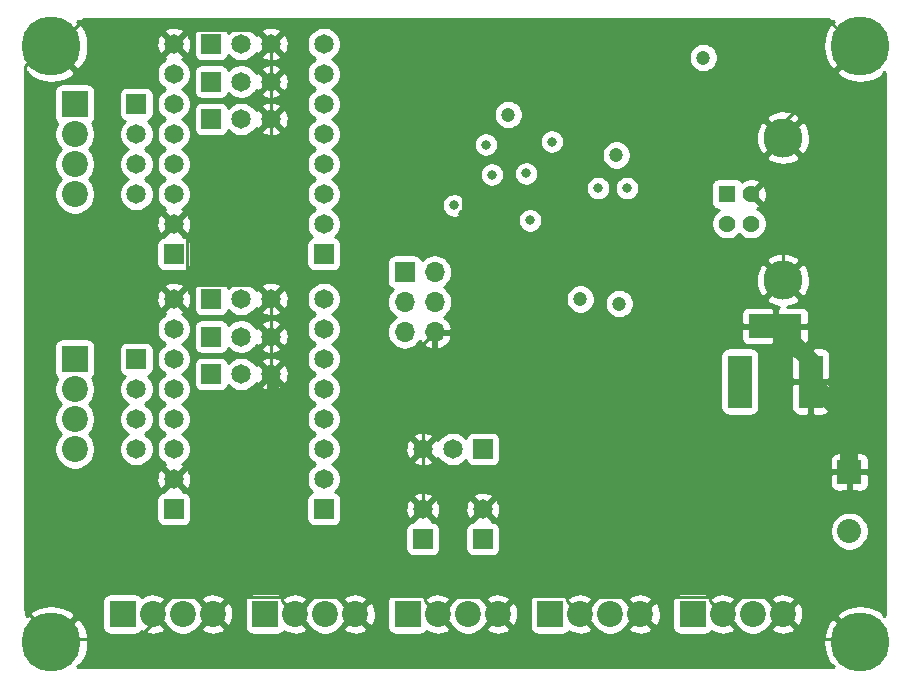
<source format=gbr>
G04 #@! TF.GenerationSoftware,KiCad,Pcbnew,(5.1.2)-2*
G04 #@! TF.CreationDate,2019-08-13T21:45:23-04:00*
G04 #@! TF.ProjectId,Controller,436f6e74-726f-46c6-9c65-722e6b696361,rev?*
G04 #@! TF.SameCoordinates,Original*
G04 #@! TF.FileFunction,Copper,L2,Inr*
G04 #@! TF.FilePolarity,Positive*
%FSLAX46Y46*%
G04 Gerber Fmt 4.6, Leading zero omitted, Abs format (unit mm)*
G04 Created by KiCad (PCBNEW (5.1.2)-2) date 2019-08-13 21:45:23*
%MOMM*%
%LPD*%
G04 APERTURE LIST*
%ADD10C,1.651000*%
%ADD11R,1.651000X1.651000*%
%ADD12R,4.500000X2.000000*%
%ADD13R,2.000000X4.500000*%
%ADD14C,2.200000*%
%ADD15R,2.200000X2.200000*%
%ADD16R,1.700000X1.700000*%
%ADD17O,1.700000X1.700000*%
%ADD18C,3.316000*%
%ADD19C,1.428000*%
%ADD20R,1.428000X1.428000*%
%ADD21C,5.000000*%
%ADD22R,2.032000X2.032000*%
%ADD23C,2.032000*%
%ADD24C,0.800000*%
%ADD25C,1.200000*%
%ADD26C,0.250000*%
%ADD27C,1.500000*%
%ADD28C,1.000000*%
%ADD29C,0.254000*%
G04 APERTURE END LIST*
D10*
X179705000Y-65405000D03*
X182245000Y-65405000D03*
D11*
X184785000Y-65405000D03*
X161798000Y-37465000D03*
D10*
X164338000Y-37465000D03*
X166878000Y-37465000D03*
D11*
X161798000Y-34290000D03*
D10*
X164338000Y-34290000D03*
X166878000Y-34290000D03*
X166878000Y-31115000D03*
X164338000Y-31115000D03*
D11*
X161798000Y-31115000D03*
D10*
X171323000Y-31115000D03*
X171323000Y-33655000D03*
X171323000Y-36195000D03*
X171323000Y-38735000D03*
X171323000Y-41275000D03*
X171323000Y-43815000D03*
X171323000Y-46355000D03*
D11*
X171323000Y-48895000D03*
D10*
X158623000Y-31115000D03*
X158623000Y-33655000D03*
X158623000Y-36195000D03*
X158623000Y-38735000D03*
X158623000Y-41275000D03*
X158623000Y-43815000D03*
X158623000Y-46355000D03*
D11*
X158623000Y-48895000D03*
D10*
X166878000Y-59055000D03*
X164338000Y-59055000D03*
D11*
X161798000Y-59055000D03*
D10*
X166878000Y-55880000D03*
X164338000Y-55880000D03*
D11*
X161798000Y-55880000D03*
X161798000Y-52705000D03*
D10*
X164338000Y-52705000D03*
X166878000Y-52705000D03*
D11*
X171323000Y-70485000D03*
D10*
X171323000Y-67945000D03*
X171323000Y-65405000D03*
X171323000Y-62865000D03*
X171323000Y-60325000D03*
X171323000Y-57785000D03*
X171323000Y-55245000D03*
X171323000Y-52705000D03*
D11*
X158623000Y-70485000D03*
D10*
X158623000Y-67945000D03*
X158623000Y-65405000D03*
X158623000Y-62865000D03*
X158623000Y-60325000D03*
X158623000Y-57785000D03*
X158623000Y-55245000D03*
X158623000Y-52705000D03*
D12*
X209550000Y-54990000D03*
D13*
X206550000Y-59690000D03*
X212550000Y-59690000D03*
D14*
X186055000Y-79375000D03*
X183515000Y-79375000D03*
X180975000Y-79375000D03*
D15*
X178435000Y-79375000D03*
X190500000Y-79375000D03*
D14*
X193040000Y-79375000D03*
X195580000Y-79375000D03*
X198120000Y-79375000D03*
D11*
X179705000Y-73025000D03*
D10*
X179705000Y-70485000D03*
X184785000Y-70485000D03*
D11*
X184785000Y-73025000D03*
D14*
X210185000Y-79375000D03*
X207645000Y-79375000D03*
X205105000Y-79375000D03*
D15*
X202565000Y-79375000D03*
X154305000Y-79375000D03*
D14*
X156845000Y-79375000D03*
X159385000Y-79375000D03*
X161925000Y-79375000D03*
X173990000Y-79375000D03*
X171450000Y-79375000D03*
X168910000Y-79375000D03*
D15*
X166370000Y-79375000D03*
D16*
X178181000Y-50419000D03*
D17*
X180721000Y-50419000D03*
X178181000Y-52959000D03*
X180721000Y-52959000D03*
X178181000Y-55499000D03*
X180721000Y-55499000D03*
D15*
X150241000Y-36195000D03*
D14*
X150241000Y-38735000D03*
X150241000Y-41275000D03*
X150241000Y-43815000D03*
D11*
X155448000Y-36195000D03*
D10*
X155448000Y-38735000D03*
X155448000Y-41275000D03*
X155448000Y-43815000D03*
D15*
X150241000Y-57785000D03*
D14*
X150241000Y-60325000D03*
X150241000Y-62865000D03*
X150241000Y-65405000D03*
D10*
X155448000Y-65405000D03*
X155448000Y-62865000D03*
X155448000Y-60325000D03*
D11*
X155448000Y-57785000D03*
D18*
X210196000Y-39045000D03*
X210196000Y-51085000D03*
D19*
X207486000Y-43815000D03*
X207486000Y-46315000D03*
D20*
X205486000Y-43815000D03*
D19*
X205486000Y-46315000D03*
D21*
X216750000Y-31250000D03*
X148250000Y-81750000D03*
X148250000Y-31250000D03*
X216750000Y-81750000D03*
D22*
X215823000Y-67350000D03*
D23*
X215823000Y-72350000D03*
D24*
X199009000Y-47752000D03*
X183134000Y-45466000D03*
X183134000Y-39624000D03*
X192659000Y-34798000D03*
X189484000Y-32258000D03*
X182626000Y-33147000D03*
X167000000Y-63000000D03*
D25*
X166846703Y-42449298D03*
X196088000Y-40513000D03*
X203454000Y-32258000D03*
X186955998Y-37084000D03*
X193040000Y-52705000D03*
X196342000Y-53086000D03*
D24*
X188785500Y-46037500D03*
X182372000Y-44767500D03*
X190627000Y-39370000D03*
X188468000Y-42071120D03*
X185547000Y-42164000D03*
X185039000Y-39624000D03*
X194564000Y-43307000D03*
X196977000Y-43307000D03*
D26*
X206863000Y-47752000D02*
X210196000Y-51085000D01*
X199009000Y-47752000D02*
X206863000Y-47752000D01*
X210196000Y-46525000D02*
X210196000Y-51085000D01*
X207486000Y-43815000D02*
X210196000Y-46525000D01*
X199009000Y-47752000D02*
X185420000Y-47752000D01*
X185420000Y-47752000D02*
X183134000Y-45466000D01*
X183134000Y-45466000D02*
X183134000Y-39624000D01*
X192659000Y-34798000D02*
X195199000Y-37338000D01*
X208489000Y-37338000D02*
X210196000Y-39045000D01*
X195199000Y-37338000D02*
X208489000Y-37338000D01*
X192659000Y-34798000D02*
X192024000Y-34798000D01*
X192024000Y-34798000D02*
X189484000Y-32258000D01*
X189484000Y-32258000D02*
X183388000Y-32258000D01*
X183388000Y-32258000D02*
X182626000Y-33020000D01*
X182626000Y-33020000D02*
X182626000Y-33147000D01*
X179705000Y-56515000D02*
X179705000Y-65405000D01*
X180721000Y-55499000D02*
X179705000Y-56515000D01*
X179705000Y-65405000D02*
X179705000Y-70485000D01*
X160825001Y-78275001D02*
X161925000Y-79375000D01*
X158270001Y-77949999D02*
X160499999Y-77949999D01*
X156845000Y-79375000D02*
X158270001Y-77949999D01*
X160499999Y-77949999D02*
X160825001Y-78275001D01*
X167810001Y-78275001D02*
X168910000Y-79375000D01*
X161925000Y-79375000D02*
X163350001Y-77949999D01*
X167810001Y-78029999D02*
X167810001Y-78275001D01*
X167730001Y-77949999D02*
X167810001Y-78029999D01*
X163350001Y-77949999D02*
X167730001Y-77949999D01*
X172890001Y-78275001D02*
X173990000Y-79375000D01*
X172564999Y-77949999D02*
X172890001Y-78275001D01*
X168910000Y-79375000D02*
X170335001Y-77949999D01*
X170335001Y-77949999D02*
X172564999Y-77949999D01*
X179875001Y-78275001D02*
X180975000Y-79375000D01*
X179875001Y-78029999D02*
X179875001Y-78275001D01*
X179696002Y-77851000D02*
X179875001Y-78029999D01*
X173990000Y-79375000D02*
X175514000Y-77851000D01*
X175514000Y-77851000D02*
X179696002Y-77851000D01*
X180530499Y-71310499D02*
X179705000Y-70485000D01*
X182074999Y-72854999D02*
X180530499Y-71310499D01*
X180975000Y-79375000D02*
X182074999Y-78275001D01*
X182074999Y-78275001D02*
X182074999Y-72854999D01*
X182415001Y-72854999D02*
X184785000Y-70485000D01*
X182074999Y-72854999D02*
X182415001Y-72854999D01*
X184955001Y-78275001D02*
X186055000Y-79375000D01*
X184629999Y-77949999D02*
X184955001Y-78275001D01*
X180975000Y-79375000D02*
X182400001Y-77949999D01*
X182400001Y-77949999D02*
X184629999Y-77949999D01*
X191940001Y-78275001D02*
X193040000Y-79375000D01*
X191940001Y-78029999D02*
X191940001Y-78275001D01*
X191761002Y-77851000D02*
X191940001Y-78029999D01*
X186055000Y-79375000D02*
X187579000Y-77851000D01*
X187579000Y-77851000D02*
X191761002Y-77851000D01*
X197020001Y-78275001D02*
X198120000Y-79375000D01*
X196694999Y-77949999D02*
X197020001Y-78275001D01*
X193040000Y-79375000D02*
X194465001Y-77949999D01*
X194465001Y-77949999D02*
X196694999Y-77949999D01*
X204005001Y-78275001D02*
X205105000Y-79375000D01*
X204005001Y-78029999D02*
X204005001Y-78275001D01*
X203925001Y-77949999D02*
X204005001Y-78029999D01*
X198120000Y-79375000D02*
X199545001Y-77949999D01*
X199545001Y-77949999D02*
X203925001Y-77949999D01*
X209085001Y-78275001D02*
X210185000Y-79375000D01*
X208759999Y-77949999D02*
X209085001Y-78275001D01*
X205105000Y-79375000D02*
X206530001Y-77949999D01*
X206530001Y-77949999D02*
X208759999Y-77949999D01*
X212550000Y-77010000D02*
X212550000Y-59690000D01*
X210185000Y-79375000D02*
X212550000Y-77010000D01*
X210196000Y-39045000D02*
X210196000Y-37804000D01*
X210196000Y-37804000D02*
X216500000Y-31500000D01*
X216500000Y-31500000D02*
X214000000Y-29000000D01*
X151000000Y-29000000D02*
X148500000Y-31500000D01*
X214000000Y-29000000D02*
X151000000Y-29000000D01*
X148500000Y-31500000D02*
X147500000Y-31500000D01*
X146000000Y-79000000D02*
X148500000Y-81500000D01*
X146000000Y-33000000D02*
X146000000Y-79000000D01*
X147500000Y-31500000D02*
X146000000Y-33000000D01*
X148500000Y-81500000D02*
X155500000Y-81500000D01*
X156845000Y-80155000D02*
X156845000Y-79375000D01*
X155500000Y-81500000D02*
X156845000Y-80155000D01*
X216500000Y-81500000D02*
X212310000Y-81500000D01*
X212310000Y-81500000D02*
X210185000Y-79375000D01*
X157797501Y-30289501D02*
X152289501Y-30289501D01*
X158623000Y-31115000D02*
X157797501Y-30289501D01*
X152289501Y-30289501D02*
X151000000Y-29000000D01*
D27*
X212550000Y-57990000D02*
X209550000Y-54990000D01*
X212550000Y-59690000D02*
X212550000Y-57990000D01*
D26*
X166878000Y-37465000D02*
X166878000Y-34290000D01*
X166878000Y-34290000D02*
X166878000Y-31115000D01*
X159448499Y-30289501D02*
X158623000Y-31115000D01*
X159773501Y-29964499D02*
X159448499Y-30289501D01*
X166878000Y-31115000D02*
X165727499Y-29964499D01*
X165727499Y-29964499D02*
X159773501Y-29964499D01*
D28*
X167000000Y-59177000D02*
X166878000Y-59055000D01*
X167000000Y-63000000D02*
X167000000Y-59177000D01*
D26*
X166878000Y-59055000D02*
X166878000Y-55880000D01*
X166878000Y-55880000D02*
X166878000Y-52705000D01*
X159448499Y-51879501D02*
X158623000Y-52705000D01*
X159773501Y-51554499D02*
X159448499Y-51879501D01*
X166878000Y-52705000D02*
X165727499Y-51554499D01*
X165727499Y-51554499D02*
X159773501Y-51554499D01*
X159448499Y-47180499D02*
X158623000Y-46355000D01*
X159773501Y-47505501D02*
X159448499Y-47180499D01*
X158623000Y-52705000D02*
X159773501Y-51554499D01*
X159773501Y-51554499D02*
X159773501Y-47505501D01*
X166878000Y-42418001D02*
X166846703Y-42449298D01*
X166878000Y-37465000D02*
X166878000Y-42418001D01*
D27*
X215823000Y-62963000D02*
X212550000Y-59690000D01*
X215823000Y-67350000D02*
X215823000Y-62963000D01*
D29*
G36*
X214546850Y-29226458D02*
G01*
X214128882Y-29502627D01*
X213838351Y-30047557D01*
X213659713Y-30638696D01*
X213599832Y-31253328D01*
X213661010Y-31867831D01*
X213840897Y-32458592D01*
X214128882Y-32997373D01*
X214546852Y-33273543D01*
X216570395Y-31250000D01*
X216556253Y-31235858D01*
X216735858Y-31056253D01*
X216750000Y-31070395D01*
X216764143Y-31056253D01*
X216943748Y-31235858D01*
X216929605Y-31250000D01*
X216943748Y-31264143D01*
X216764143Y-31443748D01*
X216750000Y-31429605D01*
X214726457Y-33453148D01*
X215002627Y-33871118D01*
X215547557Y-34161649D01*
X216138696Y-34340287D01*
X216753328Y-34400168D01*
X217367831Y-34338990D01*
X217958592Y-34159103D01*
X218497373Y-33871118D01*
X218773542Y-33453150D01*
X218873000Y-33552608D01*
X218873000Y-79447392D01*
X218773542Y-79546850D01*
X218497373Y-79128882D01*
X217952443Y-78838351D01*
X217361304Y-78659713D01*
X216746672Y-78599832D01*
X216132169Y-78661010D01*
X215541408Y-78840897D01*
X215002627Y-79128882D01*
X214726457Y-79546852D01*
X216750000Y-81570395D01*
X216764143Y-81556253D01*
X216943748Y-81735858D01*
X216929605Y-81750000D01*
X216943748Y-81764143D01*
X216764143Y-81943748D01*
X216750000Y-81929605D01*
X216735858Y-81943748D01*
X216556253Y-81764143D01*
X216570395Y-81750000D01*
X214546852Y-79726457D01*
X214128882Y-80002627D01*
X213838351Y-80547557D01*
X213659713Y-81138696D01*
X213599832Y-81753328D01*
X213661010Y-82367831D01*
X213840897Y-82958592D01*
X214128882Y-83497373D01*
X214546850Y-83773542D01*
X214447392Y-83873000D01*
X150552608Y-83873000D01*
X150453150Y-83773542D01*
X150871118Y-83497373D01*
X151161649Y-82952443D01*
X151340287Y-82361304D01*
X151400168Y-81746672D01*
X151338990Y-81132169D01*
X151159103Y-80541408D01*
X150871118Y-80002627D01*
X150453148Y-79726457D01*
X148429605Y-81750000D01*
X148443748Y-81764143D01*
X148264143Y-81943748D01*
X148250000Y-81929605D01*
X148235858Y-81943748D01*
X148056253Y-81764143D01*
X148070395Y-81750000D01*
X148056253Y-81735858D01*
X148235858Y-81556253D01*
X148250000Y-81570395D01*
X150273543Y-79546852D01*
X149997373Y-79128882D01*
X149452443Y-78838351D01*
X148861304Y-78659713D01*
X148246672Y-78599832D01*
X147632169Y-78661010D01*
X147041408Y-78840897D01*
X146502627Y-79128882D01*
X146226458Y-79546850D01*
X146127000Y-79447392D01*
X146127000Y-78275000D01*
X152566928Y-78275000D01*
X152566928Y-80475000D01*
X152579188Y-80599482D01*
X152615498Y-80719180D01*
X152674463Y-80829494D01*
X152753815Y-80926185D01*
X152850506Y-81005537D01*
X152960820Y-81064502D01*
X153080518Y-81100812D01*
X153205000Y-81113072D01*
X155405000Y-81113072D01*
X155529482Y-81100812D01*
X155649180Y-81064502D01*
X155759494Y-81005537D01*
X155856185Y-80926185D01*
X155921772Y-80846267D01*
X155925726Y-80856338D01*
X156232384Y-81007216D01*
X156562585Y-81095369D01*
X156903639Y-81117409D01*
X157242439Y-81072489D01*
X157565966Y-80962336D01*
X157764274Y-80856338D01*
X157872107Y-80581712D01*
X156845000Y-79554605D01*
X156830858Y-79568748D01*
X156651253Y-79389143D01*
X156665395Y-79375000D01*
X157024605Y-79375000D01*
X157849531Y-80199926D01*
X158037337Y-80480998D01*
X158279002Y-80722663D01*
X158563169Y-80912537D01*
X158878919Y-81043325D01*
X159214117Y-81110000D01*
X159555883Y-81110000D01*
X159891081Y-81043325D01*
X160206831Y-80912537D01*
X160490998Y-80722663D01*
X160631949Y-80581712D01*
X160897893Y-80581712D01*
X161005726Y-80856338D01*
X161312384Y-81007216D01*
X161642585Y-81095369D01*
X161983639Y-81117409D01*
X162322439Y-81072489D01*
X162645966Y-80962336D01*
X162844274Y-80856338D01*
X162952107Y-80581712D01*
X161925000Y-79554605D01*
X160897893Y-80581712D01*
X160631949Y-80581712D01*
X160732663Y-80480998D01*
X160920469Y-80199926D01*
X161745395Y-79375000D01*
X162104605Y-79375000D01*
X163131712Y-80402107D01*
X163406338Y-80294274D01*
X163557216Y-79987616D01*
X163645369Y-79657415D01*
X163667409Y-79316361D01*
X163622489Y-78977561D01*
X163512336Y-78654034D01*
X163406338Y-78455726D01*
X163131712Y-78347893D01*
X162104605Y-79375000D01*
X161745395Y-79375000D01*
X160920469Y-78550074D01*
X160732663Y-78269002D01*
X160631949Y-78168288D01*
X160897893Y-78168288D01*
X161925000Y-79195395D01*
X162845395Y-78275000D01*
X164631928Y-78275000D01*
X164631928Y-80475000D01*
X164644188Y-80599482D01*
X164680498Y-80719180D01*
X164739463Y-80829494D01*
X164818815Y-80926185D01*
X164915506Y-81005537D01*
X165025820Y-81064502D01*
X165145518Y-81100812D01*
X165270000Y-81113072D01*
X167470000Y-81113072D01*
X167594482Y-81100812D01*
X167714180Y-81064502D01*
X167824494Y-81005537D01*
X167921185Y-80926185D01*
X167986772Y-80846267D01*
X167990726Y-80856338D01*
X168297384Y-81007216D01*
X168627585Y-81095369D01*
X168968639Y-81117409D01*
X169307439Y-81072489D01*
X169630966Y-80962336D01*
X169829274Y-80856338D01*
X169937107Y-80581712D01*
X168910000Y-79554605D01*
X168895858Y-79568748D01*
X168716253Y-79389143D01*
X168730395Y-79375000D01*
X169089605Y-79375000D01*
X169914531Y-80199926D01*
X170102337Y-80480998D01*
X170344002Y-80722663D01*
X170628169Y-80912537D01*
X170943919Y-81043325D01*
X171279117Y-81110000D01*
X171620883Y-81110000D01*
X171956081Y-81043325D01*
X172271831Y-80912537D01*
X172555998Y-80722663D01*
X172696949Y-80581712D01*
X172962893Y-80581712D01*
X173070726Y-80856338D01*
X173377384Y-81007216D01*
X173707585Y-81095369D01*
X174048639Y-81117409D01*
X174387439Y-81072489D01*
X174710966Y-80962336D01*
X174909274Y-80856338D01*
X175017107Y-80581712D01*
X173990000Y-79554605D01*
X172962893Y-80581712D01*
X172696949Y-80581712D01*
X172797663Y-80480998D01*
X172985469Y-80199926D01*
X173810395Y-79375000D01*
X174169605Y-79375000D01*
X175196712Y-80402107D01*
X175471338Y-80294274D01*
X175622216Y-79987616D01*
X175710369Y-79657415D01*
X175732409Y-79316361D01*
X175687489Y-78977561D01*
X175577336Y-78654034D01*
X175471338Y-78455726D01*
X175196712Y-78347893D01*
X174169605Y-79375000D01*
X173810395Y-79375000D01*
X172985469Y-78550074D01*
X172797663Y-78269002D01*
X172696949Y-78168288D01*
X172962893Y-78168288D01*
X173990000Y-79195395D01*
X174910395Y-78275000D01*
X176696928Y-78275000D01*
X176696928Y-80475000D01*
X176709188Y-80599482D01*
X176745498Y-80719180D01*
X176804463Y-80829494D01*
X176883815Y-80926185D01*
X176980506Y-81005537D01*
X177090820Y-81064502D01*
X177210518Y-81100812D01*
X177335000Y-81113072D01*
X179535000Y-81113072D01*
X179659482Y-81100812D01*
X179779180Y-81064502D01*
X179889494Y-81005537D01*
X179986185Y-80926185D01*
X180051772Y-80846267D01*
X180055726Y-80856338D01*
X180362384Y-81007216D01*
X180692585Y-81095369D01*
X181033639Y-81117409D01*
X181372439Y-81072489D01*
X181695966Y-80962336D01*
X181894274Y-80856338D01*
X182002107Y-80581712D01*
X180975000Y-79554605D01*
X180960858Y-79568748D01*
X180781253Y-79389143D01*
X180795395Y-79375000D01*
X181154605Y-79375000D01*
X181979531Y-80199926D01*
X182167337Y-80480998D01*
X182409002Y-80722663D01*
X182693169Y-80912537D01*
X183008919Y-81043325D01*
X183344117Y-81110000D01*
X183685883Y-81110000D01*
X184021081Y-81043325D01*
X184336831Y-80912537D01*
X184620998Y-80722663D01*
X184761949Y-80581712D01*
X185027893Y-80581712D01*
X185135726Y-80856338D01*
X185442384Y-81007216D01*
X185772585Y-81095369D01*
X186113639Y-81117409D01*
X186452439Y-81072489D01*
X186775966Y-80962336D01*
X186974274Y-80856338D01*
X187082107Y-80581712D01*
X186055000Y-79554605D01*
X185027893Y-80581712D01*
X184761949Y-80581712D01*
X184862663Y-80480998D01*
X185050469Y-80199926D01*
X185875395Y-79375000D01*
X186234605Y-79375000D01*
X187261712Y-80402107D01*
X187536338Y-80294274D01*
X187687216Y-79987616D01*
X187775369Y-79657415D01*
X187797409Y-79316361D01*
X187752489Y-78977561D01*
X187642336Y-78654034D01*
X187536338Y-78455726D01*
X187261712Y-78347893D01*
X186234605Y-79375000D01*
X185875395Y-79375000D01*
X185050469Y-78550074D01*
X184862663Y-78269002D01*
X184761949Y-78168288D01*
X185027893Y-78168288D01*
X186055000Y-79195395D01*
X186975395Y-78275000D01*
X188761928Y-78275000D01*
X188761928Y-80475000D01*
X188774188Y-80599482D01*
X188810498Y-80719180D01*
X188869463Y-80829494D01*
X188948815Y-80926185D01*
X189045506Y-81005537D01*
X189155820Y-81064502D01*
X189275518Y-81100812D01*
X189400000Y-81113072D01*
X191600000Y-81113072D01*
X191724482Y-81100812D01*
X191844180Y-81064502D01*
X191954494Y-81005537D01*
X192051185Y-80926185D01*
X192116772Y-80846267D01*
X192120726Y-80856338D01*
X192427384Y-81007216D01*
X192757585Y-81095369D01*
X193098639Y-81117409D01*
X193437439Y-81072489D01*
X193760966Y-80962336D01*
X193959274Y-80856338D01*
X194067107Y-80581712D01*
X193040000Y-79554605D01*
X193025858Y-79568748D01*
X192846253Y-79389143D01*
X192860395Y-79375000D01*
X193219605Y-79375000D01*
X194044531Y-80199926D01*
X194232337Y-80480998D01*
X194474002Y-80722663D01*
X194758169Y-80912537D01*
X195073919Y-81043325D01*
X195409117Y-81110000D01*
X195750883Y-81110000D01*
X196086081Y-81043325D01*
X196401831Y-80912537D01*
X196685998Y-80722663D01*
X196826949Y-80581712D01*
X197092893Y-80581712D01*
X197200726Y-80856338D01*
X197507384Y-81007216D01*
X197837585Y-81095369D01*
X198178639Y-81117409D01*
X198517439Y-81072489D01*
X198840966Y-80962336D01*
X199039274Y-80856338D01*
X199147107Y-80581712D01*
X198120000Y-79554605D01*
X197092893Y-80581712D01*
X196826949Y-80581712D01*
X196927663Y-80480998D01*
X197115469Y-80199926D01*
X197940395Y-79375000D01*
X198299605Y-79375000D01*
X199326712Y-80402107D01*
X199601338Y-80294274D01*
X199752216Y-79987616D01*
X199840369Y-79657415D01*
X199862409Y-79316361D01*
X199817489Y-78977561D01*
X199707336Y-78654034D01*
X199601338Y-78455726D01*
X199326712Y-78347893D01*
X198299605Y-79375000D01*
X197940395Y-79375000D01*
X197115469Y-78550074D01*
X196927663Y-78269002D01*
X196826949Y-78168288D01*
X197092893Y-78168288D01*
X198120000Y-79195395D01*
X199040395Y-78275000D01*
X200826928Y-78275000D01*
X200826928Y-80475000D01*
X200839188Y-80599482D01*
X200875498Y-80719180D01*
X200934463Y-80829494D01*
X201013815Y-80926185D01*
X201110506Y-81005537D01*
X201220820Y-81064502D01*
X201340518Y-81100812D01*
X201465000Y-81113072D01*
X203665000Y-81113072D01*
X203789482Y-81100812D01*
X203909180Y-81064502D01*
X204019494Y-81005537D01*
X204116185Y-80926185D01*
X204181772Y-80846267D01*
X204185726Y-80856338D01*
X204492384Y-81007216D01*
X204822585Y-81095369D01*
X205163639Y-81117409D01*
X205502439Y-81072489D01*
X205825966Y-80962336D01*
X206024274Y-80856338D01*
X206132107Y-80581712D01*
X205105000Y-79554605D01*
X205090858Y-79568748D01*
X204911253Y-79389143D01*
X204925395Y-79375000D01*
X205284605Y-79375000D01*
X206109531Y-80199926D01*
X206297337Y-80480998D01*
X206539002Y-80722663D01*
X206823169Y-80912537D01*
X207138919Y-81043325D01*
X207474117Y-81110000D01*
X207815883Y-81110000D01*
X208151081Y-81043325D01*
X208466831Y-80912537D01*
X208750998Y-80722663D01*
X208891949Y-80581712D01*
X209157893Y-80581712D01*
X209265726Y-80856338D01*
X209572384Y-81007216D01*
X209902585Y-81095369D01*
X210243639Y-81117409D01*
X210582439Y-81072489D01*
X210905966Y-80962336D01*
X211104274Y-80856338D01*
X211212107Y-80581712D01*
X210185000Y-79554605D01*
X209157893Y-80581712D01*
X208891949Y-80581712D01*
X208992663Y-80480998D01*
X209180469Y-80199926D01*
X210005395Y-79375000D01*
X210364605Y-79375000D01*
X211391712Y-80402107D01*
X211666338Y-80294274D01*
X211817216Y-79987616D01*
X211905369Y-79657415D01*
X211927409Y-79316361D01*
X211882489Y-78977561D01*
X211772336Y-78654034D01*
X211666338Y-78455726D01*
X211391712Y-78347893D01*
X210364605Y-79375000D01*
X210005395Y-79375000D01*
X209180469Y-78550074D01*
X208992663Y-78269002D01*
X208891949Y-78168288D01*
X209157893Y-78168288D01*
X210185000Y-79195395D01*
X211212107Y-78168288D01*
X211104274Y-77893662D01*
X210797616Y-77742784D01*
X210467415Y-77654631D01*
X210126361Y-77632591D01*
X209787561Y-77677511D01*
X209464034Y-77787664D01*
X209265726Y-77893662D01*
X209157893Y-78168288D01*
X208891949Y-78168288D01*
X208750998Y-78027337D01*
X208466831Y-77837463D01*
X208151081Y-77706675D01*
X207815883Y-77640000D01*
X207474117Y-77640000D01*
X207138919Y-77706675D01*
X206823169Y-77837463D01*
X206539002Y-78027337D01*
X206297337Y-78269002D01*
X206109531Y-78550074D01*
X205284605Y-79375000D01*
X204925395Y-79375000D01*
X204911253Y-79360858D01*
X205090858Y-79181253D01*
X205105000Y-79195395D01*
X206132107Y-78168288D01*
X206024274Y-77893662D01*
X205717616Y-77742784D01*
X205387415Y-77654631D01*
X205046361Y-77632591D01*
X204707561Y-77677511D01*
X204384034Y-77787664D01*
X204185726Y-77893662D01*
X204181772Y-77903733D01*
X204116185Y-77823815D01*
X204019494Y-77744463D01*
X203909180Y-77685498D01*
X203789482Y-77649188D01*
X203665000Y-77636928D01*
X201465000Y-77636928D01*
X201340518Y-77649188D01*
X201220820Y-77685498D01*
X201110506Y-77744463D01*
X201013815Y-77823815D01*
X200934463Y-77920506D01*
X200875498Y-78030820D01*
X200839188Y-78150518D01*
X200826928Y-78275000D01*
X199040395Y-78275000D01*
X199147107Y-78168288D01*
X199039274Y-77893662D01*
X198732616Y-77742784D01*
X198402415Y-77654631D01*
X198061361Y-77632591D01*
X197722561Y-77677511D01*
X197399034Y-77787664D01*
X197200726Y-77893662D01*
X197092893Y-78168288D01*
X196826949Y-78168288D01*
X196685998Y-78027337D01*
X196401831Y-77837463D01*
X196086081Y-77706675D01*
X195750883Y-77640000D01*
X195409117Y-77640000D01*
X195073919Y-77706675D01*
X194758169Y-77837463D01*
X194474002Y-78027337D01*
X194232337Y-78269002D01*
X194044531Y-78550074D01*
X193219605Y-79375000D01*
X192860395Y-79375000D01*
X192846253Y-79360858D01*
X193025858Y-79181253D01*
X193040000Y-79195395D01*
X194067107Y-78168288D01*
X193959274Y-77893662D01*
X193652616Y-77742784D01*
X193322415Y-77654631D01*
X192981361Y-77632591D01*
X192642561Y-77677511D01*
X192319034Y-77787664D01*
X192120726Y-77893662D01*
X192116772Y-77903733D01*
X192051185Y-77823815D01*
X191954494Y-77744463D01*
X191844180Y-77685498D01*
X191724482Y-77649188D01*
X191600000Y-77636928D01*
X189400000Y-77636928D01*
X189275518Y-77649188D01*
X189155820Y-77685498D01*
X189045506Y-77744463D01*
X188948815Y-77823815D01*
X188869463Y-77920506D01*
X188810498Y-78030820D01*
X188774188Y-78150518D01*
X188761928Y-78275000D01*
X186975395Y-78275000D01*
X187082107Y-78168288D01*
X186974274Y-77893662D01*
X186667616Y-77742784D01*
X186337415Y-77654631D01*
X185996361Y-77632591D01*
X185657561Y-77677511D01*
X185334034Y-77787664D01*
X185135726Y-77893662D01*
X185027893Y-78168288D01*
X184761949Y-78168288D01*
X184620998Y-78027337D01*
X184336831Y-77837463D01*
X184021081Y-77706675D01*
X183685883Y-77640000D01*
X183344117Y-77640000D01*
X183008919Y-77706675D01*
X182693169Y-77837463D01*
X182409002Y-78027337D01*
X182167337Y-78269002D01*
X181979531Y-78550074D01*
X181154605Y-79375000D01*
X180795395Y-79375000D01*
X180781253Y-79360858D01*
X180960858Y-79181253D01*
X180975000Y-79195395D01*
X182002107Y-78168288D01*
X181894274Y-77893662D01*
X181587616Y-77742784D01*
X181257415Y-77654631D01*
X180916361Y-77632591D01*
X180577561Y-77677511D01*
X180254034Y-77787664D01*
X180055726Y-77893662D01*
X180051772Y-77903733D01*
X179986185Y-77823815D01*
X179889494Y-77744463D01*
X179779180Y-77685498D01*
X179659482Y-77649188D01*
X179535000Y-77636928D01*
X177335000Y-77636928D01*
X177210518Y-77649188D01*
X177090820Y-77685498D01*
X176980506Y-77744463D01*
X176883815Y-77823815D01*
X176804463Y-77920506D01*
X176745498Y-78030820D01*
X176709188Y-78150518D01*
X176696928Y-78275000D01*
X174910395Y-78275000D01*
X175017107Y-78168288D01*
X174909274Y-77893662D01*
X174602616Y-77742784D01*
X174272415Y-77654631D01*
X173931361Y-77632591D01*
X173592561Y-77677511D01*
X173269034Y-77787664D01*
X173070726Y-77893662D01*
X172962893Y-78168288D01*
X172696949Y-78168288D01*
X172555998Y-78027337D01*
X172271831Y-77837463D01*
X171956081Y-77706675D01*
X171620883Y-77640000D01*
X171279117Y-77640000D01*
X170943919Y-77706675D01*
X170628169Y-77837463D01*
X170344002Y-78027337D01*
X170102337Y-78269002D01*
X169914531Y-78550074D01*
X169089605Y-79375000D01*
X168730395Y-79375000D01*
X168716253Y-79360858D01*
X168895858Y-79181253D01*
X168910000Y-79195395D01*
X169937107Y-78168288D01*
X169829274Y-77893662D01*
X169522616Y-77742784D01*
X169192415Y-77654631D01*
X168851361Y-77632591D01*
X168512561Y-77677511D01*
X168189034Y-77787664D01*
X167990726Y-77893662D01*
X167986772Y-77903733D01*
X167921185Y-77823815D01*
X167824494Y-77744463D01*
X167714180Y-77685498D01*
X167594482Y-77649188D01*
X167470000Y-77636928D01*
X165270000Y-77636928D01*
X165145518Y-77649188D01*
X165025820Y-77685498D01*
X164915506Y-77744463D01*
X164818815Y-77823815D01*
X164739463Y-77920506D01*
X164680498Y-78030820D01*
X164644188Y-78150518D01*
X164631928Y-78275000D01*
X162845395Y-78275000D01*
X162952107Y-78168288D01*
X162844274Y-77893662D01*
X162537616Y-77742784D01*
X162207415Y-77654631D01*
X161866361Y-77632591D01*
X161527561Y-77677511D01*
X161204034Y-77787664D01*
X161005726Y-77893662D01*
X160897893Y-78168288D01*
X160631949Y-78168288D01*
X160490998Y-78027337D01*
X160206831Y-77837463D01*
X159891081Y-77706675D01*
X159555883Y-77640000D01*
X159214117Y-77640000D01*
X158878919Y-77706675D01*
X158563169Y-77837463D01*
X158279002Y-78027337D01*
X158037337Y-78269002D01*
X157849531Y-78550074D01*
X157024605Y-79375000D01*
X156665395Y-79375000D01*
X156651253Y-79360858D01*
X156830858Y-79181253D01*
X156845000Y-79195395D01*
X157872107Y-78168288D01*
X157764274Y-77893662D01*
X157457616Y-77742784D01*
X157127415Y-77654631D01*
X156786361Y-77632591D01*
X156447561Y-77677511D01*
X156124034Y-77787664D01*
X155925726Y-77893662D01*
X155921772Y-77903733D01*
X155856185Y-77823815D01*
X155759494Y-77744463D01*
X155649180Y-77685498D01*
X155529482Y-77649188D01*
X155405000Y-77636928D01*
X153205000Y-77636928D01*
X153080518Y-77649188D01*
X152960820Y-77685498D01*
X152850506Y-77744463D01*
X152753815Y-77823815D01*
X152674463Y-77920506D01*
X152615498Y-78030820D01*
X152579188Y-78150518D01*
X152566928Y-78275000D01*
X146127000Y-78275000D01*
X146127000Y-72199500D01*
X178241428Y-72199500D01*
X178241428Y-73850500D01*
X178253688Y-73974982D01*
X178289998Y-74094680D01*
X178348963Y-74204994D01*
X178428315Y-74301685D01*
X178525006Y-74381037D01*
X178635320Y-74440002D01*
X178755018Y-74476312D01*
X178879500Y-74488572D01*
X180530500Y-74488572D01*
X180654982Y-74476312D01*
X180774680Y-74440002D01*
X180884994Y-74381037D01*
X180981685Y-74301685D01*
X181061037Y-74204994D01*
X181120002Y-74094680D01*
X181156312Y-73974982D01*
X181168572Y-73850500D01*
X181168572Y-72199500D01*
X183321428Y-72199500D01*
X183321428Y-73850500D01*
X183333688Y-73974982D01*
X183369998Y-74094680D01*
X183428963Y-74204994D01*
X183508315Y-74301685D01*
X183605006Y-74381037D01*
X183715320Y-74440002D01*
X183835018Y-74476312D01*
X183959500Y-74488572D01*
X185610500Y-74488572D01*
X185734982Y-74476312D01*
X185854680Y-74440002D01*
X185964994Y-74381037D01*
X186061685Y-74301685D01*
X186141037Y-74204994D01*
X186200002Y-74094680D01*
X186236312Y-73974982D01*
X186248572Y-73850500D01*
X186248572Y-72199500D01*
X186247380Y-72187391D01*
X214172000Y-72187391D01*
X214172000Y-72512609D01*
X214235447Y-72831579D01*
X214359903Y-73132042D01*
X214540585Y-73402451D01*
X214770549Y-73632415D01*
X215040958Y-73813097D01*
X215341421Y-73937553D01*
X215660391Y-74001000D01*
X215985609Y-74001000D01*
X216304579Y-73937553D01*
X216605042Y-73813097D01*
X216875451Y-73632415D01*
X217105415Y-73402451D01*
X217286097Y-73132042D01*
X217410553Y-72831579D01*
X217474000Y-72512609D01*
X217474000Y-72187391D01*
X217410553Y-71868421D01*
X217286097Y-71567958D01*
X217105415Y-71297549D01*
X216875451Y-71067585D01*
X216605042Y-70886903D01*
X216304579Y-70762447D01*
X215985609Y-70699000D01*
X215660391Y-70699000D01*
X215341421Y-70762447D01*
X215040958Y-70886903D01*
X214770549Y-71067585D01*
X214540585Y-71297549D01*
X214359903Y-71567958D01*
X214235447Y-71868421D01*
X214172000Y-72187391D01*
X186247380Y-72187391D01*
X186236312Y-72075018D01*
X186200002Y-71955320D01*
X186141037Y-71845006D01*
X186061685Y-71748315D01*
X185964994Y-71668963D01*
X185854680Y-71609998D01*
X185734982Y-71573688D01*
X185610500Y-71561428D01*
X185596462Y-71561428D01*
X185616304Y-71495909D01*
X184785000Y-70664605D01*
X183953696Y-71495909D01*
X183973538Y-71561428D01*
X183959500Y-71561428D01*
X183835018Y-71573688D01*
X183715320Y-71609998D01*
X183605006Y-71668963D01*
X183508315Y-71748315D01*
X183428963Y-71845006D01*
X183369998Y-71955320D01*
X183333688Y-72075018D01*
X183321428Y-72199500D01*
X181168572Y-72199500D01*
X181156312Y-72075018D01*
X181120002Y-71955320D01*
X181061037Y-71845006D01*
X180981685Y-71748315D01*
X180884994Y-71668963D01*
X180774680Y-71609998D01*
X180654982Y-71573688D01*
X180530500Y-71561428D01*
X180516462Y-71561428D01*
X180536304Y-71495909D01*
X179705000Y-70664605D01*
X178873696Y-71495909D01*
X178893538Y-71561428D01*
X178879500Y-71561428D01*
X178755018Y-71573688D01*
X178635320Y-71609998D01*
X178525006Y-71668963D01*
X178428315Y-71748315D01*
X178348963Y-71845006D01*
X178289998Y-71955320D01*
X178253688Y-72075018D01*
X178241428Y-72199500D01*
X146127000Y-72199500D01*
X146127000Y-69659500D01*
X157159428Y-69659500D01*
X157159428Y-71310500D01*
X157171688Y-71434982D01*
X157207998Y-71554680D01*
X157266963Y-71664994D01*
X157346315Y-71761685D01*
X157443006Y-71841037D01*
X157553320Y-71900002D01*
X157673018Y-71936312D01*
X157797500Y-71948572D01*
X159448500Y-71948572D01*
X159572982Y-71936312D01*
X159692680Y-71900002D01*
X159802994Y-71841037D01*
X159899685Y-71761685D01*
X159979037Y-71664994D01*
X160038002Y-71554680D01*
X160074312Y-71434982D01*
X160086572Y-71310500D01*
X160086572Y-69659500D01*
X169859428Y-69659500D01*
X169859428Y-71310500D01*
X169871688Y-71434982D01*
X169907998Y-71554680D01*
X169966963Y-71664994D01*
X170046315Y-71761685D01*
X170143006Y-71841037D01*
X170253320Y-71900002D01*
X170373018Y-71936312D01*
X170497500Y-71948572D01*
X172148500Y-71948572D01*
X172272982Y-71936312D01*
X172392680Y-71900002D01*
X172502994Y-71841037D01*
X172599685Y-71761685D01*
X172679037Y-71664994D01*
X172738002Y-71554680D01*
X172774312Y-71434982D01*
X172786572Y-71310500D01*
X172786572Y-70554502D01*
X178239079Y-70554502D01*
X178280806Y-70839154D01*
X178377263Y-71110196D01*
X178447519Y-71241633D01*
X178694091Y-71316304D01*
X179525395Y-70485000D01*
X179884605Y-70485000D01*
X180715909Y-71316304D01*
X180962481Y-71241633D01*
X181085931Y-70981772D01*
X181156313Y-70702820D01*
X181163853Y-70554502D01*
X183319079Y-70554502D01*
X183360806Y-70839154D01*
X183457263Y-71110196D01*
X183527519Y-71241633D01*
X183774091Y-71316304D01*
X184605395Y-70485000D01*
X184964605Y-70485000D01*
X185795909Y-71316304D01*
X186042481Y-71241633D01*
X186165931Y-70981772D01*
X186236313Y-70702820D01*
X186250921Y-70415498D01*
X186209194Y-70130846D01*
X186112737Y-69859804D01*
X186042481Y-69728367D01*
X185795909Y-69653696D01*
X184964605Y-70485000D01*
X184605395Y-70485000D01*
X183774091Y-69653696D01*
X183527519Y-69728367D01*
X183404069Y-69988228D01*
X183333687Y-70267180D01*
X183319079Y-70554502D01*
X181163853Y-70554502D01*
X181170921Y-70415498D01*
X181129194Y-70130846D01*
X181032737Y-69859804D01*
X180962481Y-69728367D01*
X180715909Y-69653696D01*
X179884605Y-70485000D01*
X179525395Y-70485000D01*
X178694091Y-69653696D01*
X178447519Y-69728367D01*
X178324069Y-69988228D01*
X178253687Y-70267180D01*
X178239079Y-70554502D01*
X172786572Y-70554502D01*
X172786572Y-69659500D01*
X172774312Y-69535018D01*
X172755830Y-69474091D01*
X178873696Y-69474091D01*
X179705000Y-70305395D01*
X180536304Y-69474091D01*
X183953696Y-69474091D01*
X184785000Y-70305395D01*
X185616304Y-69474091D01*
X185541633Y-69227519D01*
X185281772Y-69104069D01*
X185002820Y-69033687D01*
X184715498Y-69019079D01*
X184430846Y-69060806D01*
X184159804Y-69157263D01*
X184028367Y-69227519D01*
X183953696Y-69474091D01*
X180536304Y-69474091D01*
X180461633Y-69227519D01*
X180201772Y-69104069D01*
X179922820Y-69033687D01*
X179635498Y-69019079D01*
X179350846Y-69060806D01*
X179079804Y-69157263D01*
X178948367Y-69227519D01*
X178873696Y-69474091D01*
X172755830Y-69474091D01*
X172738002Y-69415320D01*
X172679037Y-69305006D01*
X172599685Y-69208315D01*
X172502994Y-69128963D01*
X172392680Y-69069998D01*
X172293537Y-69039923D01*
X172457445Y-68876015D01*
X172617279Y-68636806D01*
X172727374Y-68371012D01*
X172728370Y-68366000D01*
X214168928Y-68366000D01*
X214181188Y-68490482D01*
X214217498Y-68610180D01*
X214276463Y-68720494D01*
X214355815Y-68817185D01*
X214452506Y-68896537D01*
X214562820Y-68955502D01*
X214682518Y-68991812D01*
X214807000Y-69004072D01*
X215537250Y-69001000D01*
X215696000Y-68842250D01*
X215696000Y-67477000D01*
X215950000Y-67477000D01*
X215950000Y-68842250D01*
X216108750Y-69001000D01*
X216839000Y-69004072D01*
X216963482Y-68991812D01*
X217083180Y-68955502D01*
X217193494Y-68896537D01*
X217290185Y-68817185D01*
X217369537Y-68720494D01*
X217428502Y-68610180D01*
X217464812Y-68490482D01*
X217477072Y-68366000D01*
X217474000Y-67635750D01*
X217315250Y-67477000D01*
X215950000Y-67477000D01*
X215696000Y-67477000D01*
X214330750Y-67477000D01*
X214172000Y-67635750D01*
X214168928Y-68366000D01*
X172728370Y-68366000D01*
X172783500Y-68088847D01*
X172783500Y-67801153D01*
X172727374Y-67518988D01*
X172617279Y-67253194D01*
X172457445Y-67013985D01*
X172254015Y-66810555D01*
X172051142Y-66675000D01*
X172254015Y-66539445D01*
X172377551Y-66415909D01*
X178873696Y-66415909D01*
X178948367Y-66662481D01*
X179208228Y-66785931D01*
X179487180Y-66856313D01*
X179774502Y-66870921D01*
X180059154Y-66829194D01*
X180330196Y-66732737D01*
X180461633Y-66662481D01*
X180536304Y-66415909D01*
X179705000Y-65584605D01*
X178873696Y-66415909D01*
X172377551Y-66415909D01*
X172457445Y-66336015D01*
X172617279Y-66096806D01*
X172727374Y-65831012D01*
X172783500Y-65548847D01*
X172783500Y-65474502D01*
X178239079Y-65474502D01*
X178280806Y-65759154D01*
X178377263Y-66030196D01*
X178447519Y-66161633D01*
X178694091Y-66236304D01*
X179525395Y-65405000D01*
X179884605Y-65405000D01*
X180715909Y-66236304D01*
X180962481Y-66161633D01*
X180975594Y-66134031D01*
X181110555Y-66336015D01*
X181313985Y-66539445D01*
X181553194Y-66699279D01*
X181818988Y-66809374D01*
X182101153Y-66865500D01*
X182388847Y-66865500D01*
X182671012Y-66809374D01*
X182936806Y-66699279D01*
X183176015Y-66539445D01*
X183339923Y-66375537D01*
X183369998Y-66474680D01*
X183428963Y-66584994D01*
X183508315Y-66681685D01*
X183605006Y-66761037D01*
X183715320Y-66820002D01*
X183835018Y-66856312D01*
X183959500Y-66868572D01*
X185610500Y-66868572D01*
X185734982Y-66856312D01*
X185854680Y-66820002D01*
X185964994Y-66761037D01*
X186061685Y-66681685D01*
X186141037Y-66584994D01*
X186200002Y-66474680D01*
X186236312Y-66354982D01*
X186238378Y-66334000D01*
X214168928Y-66334000D01*
X214172000Y-67064250D01*
X214330750Y-67223000D01*
X215696000Y-67223000D01*
X215696000Y-65857750D01*
X215950000Y-65857750D01*
X215950000Y-67223000D01*
X217315250Y-67223000D01*
X217474000Y-67064250D01*
X217477072Y-66334000D01*
X217464812Y-66209518D01*
X217428502Y-66089820D01*
X217369537Y-65979506D01*
X217290185Y-65882815D01*
X217193494Y-65803463D01*
X217083180Y-65744498D01*
X216963482Y-65708188D01*
X216839000Y-65695928D01*
X216108750Y-65699000D01*
X215950000Y-65857750D01*
X215696000Y-65857750D01*
X215537250Y-65699000D01*
X214807000Y-65695928D01*
X214682518Y-65708188D01*
X214562820Y-65744498D01*
X214452506Y-65803463D01*
X214355815Y-65882815D01*
X214276463Y-65979506D01*
X214217498Y-66089820D01*
X214181188Y-66209518D01*
X214168928Y-66334000D01*
X186238378Y-66334000D01*
X186248572Y-66230500D01*
X186248572Y-64579500D01*
X186236312Y-64455018D01*
X186200002Y-64335320D01*
X186141037Y-64225006D01*
X186061685Y-64128315D01*
X185964994Y-64048963D01*
X185854680Y-63989998D01*
X185734982Y-63953688D01*
X185610500Y-63941428D01*
X183959500Y-63941428D01*
X183835018Y-63953688D01*
X183715320Y-63989998D01*
X183605006Y-64048963D01*
X183508315Y-64128315D01*
X183428963Y-64225006D01*
X183369998Y-64335320D01*
X183339923Y-64434463D01*
X183176015Y-64270555D01*
X182936806Y-64110721D01*
X182671012Y-64000626D01*
X182388847Y-63944500D01*
X182101153Y-63944500D01*
X181818988Y-64000626D01*
X181553194Y-64110721D01*
X181313985Y-64270555D01*
X181110555Y-64473985D01*
X180976506Y-64674605D01*
X180962481Y-64648367D01*
X180715909Y-64573696D01*
X179884605Y-65405000D01*
X179525395Y-65405000D01*
X178694091Y-64573696D01*
X178447519Y-64648367D01*
X178324069Y-64908228D01*
X178253687Y-65187180D01*
X178239079Y-65474502D01*
X172783500Y-65474502D01*
X172783500Y-65261153D01*
X172727374Y-64978988D01*
X172617279Y-64713194D01*
X172457445Y-64473985D01*
X172377551Y-64394091D01*
X178873696Y-64394091D01*
X179705000Y-65225395D01*
X180536304Y-64394091D01*
X180461633Y-64147519D01*
X180201772Y-64024069D01*
X179922820Y-63953687D01*
X179635498Y-63939079D01*
X179350846Y-63980806D01*
X179079804Y-64077263D01*
X178948367Y-64147519D01*
X178873696Y-64394091D01*
X172377551Y-64394091D01*
X172254015Y-64270555D01*
X172051142Y-64135000D01*
X172254015Y-63999445D01*
X172457445Y-63796015D01*
X172617279Y-63556806D01*
X172727374Y-63291012D01*
X172783500Y-63008847D01*
X172783500Y-62721153D01*
X172727374Y-62438988D01*
X172617279Y-62173194D01*
X172457445Y-61933985D01*
X172254015Y-61730555D01*
X172051142Y-61595000D01*
X172254015Y-61459445D01*
X172457445Y-61256015D01*
X172617279Y-61016806D01*
X172727374Y-60751012D01*
X172783500Y-60468847D01*
X172783500Y-60181153D01*
X172727374Y-59898988D01*
X172617279Y-59633194D01*
X172457445Y-59393985D01*
X172254015Y-59190555D01*
X172051142Y-59055000D01*
X172254015Y-58919445D01*
X172457445Y-58716015D01*
X172617279Y-58476806D01*
X172727374Y-58211012D01*
X172783500Y-57928847D01*
X172783500Y-57641153D01*
X172743489Y-57440000D01*
X204911928Y-57440000D01*
X204911928Y-61940000D01*
X204924188Y-62064482D01*
X204960498Y-62184180D01*
X205019463Y-62294494D01*
X205098815Y-62391185D01*
X205195506Y-62470537D01*
X205305820Y-62529502D01*
X205425518Y-62565812D01*
X205550000Y-62578072D01*
X207550000Y-62578072D01*
X207674482Y-62565812D01*
X207794180Y-62529502D01*
X207904494Y-62470537D01*
X208001185Y-62391185D01*
X208080537Y-62294494D01*
X208139502Y-62184180D01*
X208175812Y-62064482D01*
X208188072Y-61940000D01*
X210911928Y-61940000D01*
X210924188Y-62064482D01*
X210960498Y-62184180D01*
X211019463Y-62294494D01*
X211098815Y-62391185D01*
X211195506Y-62470537D01*
X211305820Y-62529502D01*
X211425518Y-62565812D01*
X211550000Y-62578072D01*
X212264250Y-62575000D01*
X212423000Y-62416250D01*
X212423000Y-59817000D01*
X212677000Y-59817000D01*
X212677000Y-62416250D01*
X212835750Y-62575000D01*
X213550000Y-62578072D01*
X213674482Y-62565812D01*
X213794180Y-62529502D01*
X213904494Y-62470537D01*
X214001185Y-62391185D01*
X214080537Y-62294494D01*
X214139502Y-62184180D01*
X214175812Y-62064482D01*
X214188072Y-61940000D01*
X214185000Y-59975750D01*
X214026250Y-59817000D01*
X212677000Y-59817000D01*
X212423000Y-59817000D01*
X211073750Y-59817000D01*
X210915000Y-59975750D01*
X210911928Y-61940000D01*
X208188072Y-61940000D01*
X208188072Y-57440000D01*
X210911928Y-57440000D01*
X210915000Y-59404250D01*
X211073750Y-59563000D01*
X212423000Y-59563000D01*
X212423000Y-56963750D01*
X212677000Y-56963750D01*
X212677000Y-59563000D01*
X214026250Y-59563000D01*
X214185000Y-59404250D01*
X214188072Y-57440000D01*
X214175812Y-57315518D01*
X214139502Y-57195820D01*
X214080537Y-57085506D01*
X214001185Y-56988815D01*
X213904494Y-56909463D01*
X213794180Y-56850498D01*
X213674482Y-56814188D01*
X213550000Y-56801928D01*
X212835750Y-56805000D01*
X212677000Y-56963750D01*
X212423000Y-56963750D01*
X212264250Y-56805000D01*
X211550000Y-56801928D01*
X211425518Y-56814188D01*
X211305820Y-56850498D01*
X211195506Y-56909463D01*
X211098815Y-56988815D01*
X211019463Y-57085506D01*
X210960498Y-57195820D01*
X210924188Y-57315518D01*
X210911928Y-57440000D01*
X208188072Y-57440000D01*
X208175812Y-57315518D01*
X208139502Y-57195820D01*
X208080537Y-57085506D01*
X208001185Y-56988815D01*
X207904494Y-56909463D01*
X207794180Y-56850498D01*
X207674482Y-56814188D01*
X207550000Y-56801928D01*
X205550000Y-56801928D01*
X205425518Y-56814188D01*
X205305820Y-56850498D01*
X205195506Y-56909463D01*
X205098815Y-56988815D01*
X205019463Y-57085506D01*
X204960498Y-57195820D01*
X204924188Y-57315518D01*
X204911928Y-57440000D01*
X172743489Y-57440000D01*
X172727374Y-57358988D01*
X172617279Y-57093194D01*
X172457445Y-56853985D01*
X172254015Y-56650555D01*
X172051142Y-56515000D01*
X172254015Y-56379445D01*
X172457445Y-56176015D01*
X172617279Y-55936806D01*
X172727374Y-55671012D01*
X172783500Y-55388847D01*
X172783500Y-55101153D01*
X172727374Y-54818988D01*
X172617279Y-54553194D01*
X172457445Y-54313985D01*
X172254015Y-54110555D01*
X172051142Y-53975000D01*
X172254015Y-53839445D01*
X172457445Y-53636015D01*
X172617279Y-53396806D01*
X172727374Y-53131012D01*
X172761589Y-52959000D01*
X176688815Y-52959000D01*
X176717487Y-53250111D01*
X176802401Y-53530034D01*
X176940294Y-53788014D01*
X177125866Y-54014134D01*
X177351986Y-54199706D01*
X177406791Y-54229000D01*
X177351986Y-54258294D01*
X177125866Y-54443866D01*
X176940294Y-54669986D01*
X176802401Y-54927966D01*
X176717487Y-55207889D01*
X176688815Y-55499000D01*
X176717487Y-55790111D01*
X176802401Y-56070034D01*
X176940294Y-56328014D01*
X177125866Y-56554134D01*
X177351986Y-56739706D01*
X177609966Y-56877599D01*
X177889889Y-56962513D01*
X178108050Y-56984000D01*
X178253950Y-56984000D01*
X178472111Y-56962513D01*
X178752034Y-56877599D01*
X179010014Y-56739706D01*
X179236134Y-56554134D01*
X179421706Y-56328014D01*
X179452584Y-56270244D01*
X179623412Y-56499269D01*
X179839645Y-56694178D01*
X180089748Y-56843157D01*
X180364109Y-56940481D01*
X180594000Y-56819814D01*
X180594000Y-55626000D01*
X180848000Y-55626000D01*
X180848000Y-56819814D01*
X181077891Y-56940481D01*
X181352252Y-56843157D01*
X181602355Y-56694178D01*
X181818588Y-56499269D01*
X181992641Y-56265920D01*
X182117825Y-56003099D01*
X182121798Y-55990000D01*
X206661928Y-55990000D01*
X206674188Y-56114482D01*
X206710498Y-56234180D01*
X206769463Y-56344494D01*
X206848815Y-56441185D01*
X206945506Y-56520537D01*
X207055820Y-56579502D01*
X207175518Y-56615812D01*
X207300000Y-56628072D01*
X209264250Y-56625000D01*
X209423000Y-56466250D01*
X209423000Y-55117000D01*
X209677000Y-55117000D01*
X209677000Y-56466250D01*
X209835750Y-56625000D01*
X211800000Y-56628072D01*
X211924482Y-56615812D01*
X212044180Y-56579502D01*
X212154494Y-56520537D01*
X212251185Y-56441185D01*
X212330537Y-56344494D01*
X212389502Y-56234180D01*
X212425812Y-56114482D01*
X212438072Y-55990000D01*
X212435000Y-55275750D01*
X212276250Y-55117000D01*
X209677000Y-55117000D01*
X209423000Y-55117000D01*
X206823750Y-55117000D01*
X206665000Y-55275750D01*
X206661928Y-55990000D01*
X182121798Y-55990000D01*
X182162476Y-55855890D01*
X182041155Y-55626000D01*
X180848000Y-55626000D01*
X180594000Y-55626000D01*
X180574000Y-55626000D01*
X180574000Y-55372000D01*
X180594000Y-55372000D01*
X180594000Y-55352000D01*
X180848000Y-55352000D01*
X180848000Y-55372000D01*
X182041155Y-55372000D01*
X182162476Y-55142110D01*
X182117825Y-54994901D01*
X181992641Y-54732080D01*
X181818588Y-54498731D01*
X181602355Y-54303822D01*
X181485477Y-54234201D01*
X181550014Y-54199706D01*
X181776134Y-54014134D01*
X181961706Y-53788014D01*
X182099599Y-53530034D01*
X182184513Y-53250111D01*
X182213185Y-52959000D01*
X182184513Y-52667889D01*
X182158873Y-52583363D01*
X191805000Y-52583363D01*
X191805000Y-52826637D01*
X191852460Y-53065236D01*
X191945557Y-53289992D01*
X192080713Y-53492267D01*
X192252733Y-53664287D01*
X192455008Y-53799443D01*
X192679764Y-53892540D01*
X192918363Y-53940000D01*
X193161637Y-53940000D01*
X193400236Y-53892540D01*
X193624992Y-53799443D01*
X193827267Y-53664287D01*
X193999287Y-53492267D01*
X194134443Y-53289992D01*
X194227540Y-53065236D01*
X194247604Y-52964363D01*
X195107000Y-52964363D01*
X195107000Y-53207637D01*
X195154460Y-53446236D01*
X195247557Y-53670992D01*
X195382713Y-53873267D01*
X195554733Y-54045287D01*
X195757008Y-54180443D01*
X195981764Y-54273540D01*
X196220363Y-54321000D01*
X196463637Y-54321000D01*
X196702236Y-54273540D01*
X196926992Y-54180443D01*
X197129267Y-54045287D01*
X197184554Y-53990000D01*
X206661928Y-53990000D01*
X206665000Y-54704250D01*
X206823750Y-54863000D01*
X209423000Y-54863000D01*
X209423000Y-53513750D01*
X209264250Y-53355000D01*
X207300000Y-53351928D01*
X207175518Y-53364188D01*
X207055820Y-53400498D01*
X206945506Y-53459463D01*
X206848815Y-53538815D01*
X206769463Y-53635506D01*
X206710498Y-53745820D01*
X206674188Y-53865518D01*
X206661928Y-53990000D01*
X197184554Y-53990000D01*
X197301287Y-53873267D01*
X197436443Y-53670992D01*
X197529540Y-53446236D01*
X197577000Y-53207637D01*
X197577000Y-52964363D01*
X197529540Y-52725764D01*
X197514366Y-52689130D01*
X208771475Y-52689130D01*
X208946491Y-53020867D01*
X209348168Y-53227437D01*
X209782428Y-53351674D01*
X209834760Y-53355990D01*
X209677000Y-53513750D01*
X209677000Y-54863000D01*
X212276250Y-54863000D01*
X212435000Y-54704250D01*
X212438072Y-53990000D01*
X212425812Y-53865518D01*
X212389502Y-53745820D01*
X212330537Y-53635506D01*
X212251185Y-53538815D01*
X212154494Y-53459463D01*
X212044180Y-53400498D01*
X211924482Y-53364188D01*
X211800000Y-53351928D01*
X210537261Y-53353903D01*
X210681328Y-53337400D01*
X211111424Y-53199438D01*
X211445509Y-53020867D01*
X211620525Y-52689130D01*
X210196000Y-51264605D01*
X208771475Y-52689130D01*
X197514366Y-52689130D01*
X197436443Y-52501008D01*
X197301287Y-52298733D01*
X197129267Y-52126713D01*
X196926992Y-51991557D01*
X196702236Y-51898460D01*
X196463637Y-51851000D01*
X196220363Y-51851000D01*
X195981764Y-51898460D01*
X195757008Y-51991557D01*
X195554733Y-52126713D01*
X195382713Y-52298733D01*
X195247557Y-52501008D01*
X195154460Y-52725764D01*
X195107000Y-52964363D01*
X194247604Y-52964363D01*
X194275000Y-52826637D01*
X194275000Y-52583363D01*
X194227540Y-52344764D01*
X194134443Y-52120008D01*
X193999287Y-51917733D01*
X193827267Y-51745713D01*
X193624992Y-51610557D01*
X193400236Y-51517460D01*
X193161637Y-51470000D01*
X192918363Y-51470000D01*
X192679764Y-51517460D01*
X192455008Y-51610557D01*
X192252733Y-51745713D01*
X192080713Y-51917733D01*
X191945557Y-52120008D01*
X191852460Y-52344764D01*
X191805000Y-52583363D01*
X182158873Y-52583363D01*
X182099599Y-52387966D01*
X181961706Y-52129986D01*
X181776134Y-51903866D01*
X181550014Y-51718294D01*
X181495209Y-51689000D01*
X181550014Y-51659706D01*
X181776134Y-51474134D01*
X181961706Y-51248014D01*
X182029285Y-51121581D01*
X207892196Y-51121581D01*
X207943600Y-51570328D01*
X208081562Y-52000424D01*
X208260133Y-52334509D01*
X208591870Y-52509525D01*
X210016395Y-51085000D01*
X210375605Y-51085000D01*
X211800130Y-52509525D01*
X212131867Y-52334509D01*
X212338437Y-51932832D01*
X212462674Y-51498572D01*
X212499804Y-51048419D01*
X212448400Y-50599672D01*
X212310438Y-50169576D01*
X212131867Y-49835491D01*
X211800130Y-49660475D01*
X210375605Y-51085000D01*
X210016395Y-51085000D01*
X208591870Y-49660475D01*
X208260133Y-49835491D01*
X208053563Y-50237168D01*
X207929326Y-50671428D01*
X207892196Y-51121581D01*
X182029285Y-51121581D01*
X182099599Y-50990034D01*
X182184513Y-50710111D01*
X182213185Y-50419000D01*
X182184513Y-50127889D01*
X182099599Y-49847966D01*
X181961706Y-49589986D01*
X181872157Y-49480870D01*
X208771475Y-49480870D01*
X210196000Y-50905395D01*
X211620525Y-49480870D01*
X211445509Y-49149133D01*
X211043832Y-48942563D01*
X210609572Y-48818326D01*
X210159419Y-48781196D01*
X209710672Y-48832600D01*
X209280576Y-48970562D01*
X208946491Y-49149133D01*
X208771475Y-49480870D01*
X181872157Y-49480870D01*
X181776134Y-49363866D01*
X181550014Y-49178294D01*
X181292034Y-49040401D01*
X181012111Y-48955487D01*
X180793950Y-48934000D01*
X180648050Y-48934000D01*
X180429889Y-48955487D01*
X180149966Y-49040401D01*
X179891986Y-49178294D01*
X179665866Y-49363866D01*
X179641393Y-49393687D01*
X179620502Y-49324820D01*
X179561537Y-49214506D01*
X179482185Y-49117815D01*
X179385494Y-49038463D01*
X179275180Y-48979498D01*
X179155482Y-48943188D01*
X179031000Y-48930928D01*
X177331000Y-48930928D01*
X177206518Y-48943188D01*
X177086820Y-48979498D01*
X176976506Y-49038463D01*
X176879815Y-49117815D01*
X176800463Y-49214506D01*
X176741498Y-49324820D01*
X176705188Y-49444518D01*
X176692928Y-49569000D01*
X176692928Y-51269000D01*
X176705188Y-51393482D01*
X176741498Y-51513180D01*
X176800463Y-51623494D01*
X176879815Y-51720185D01*
X176976506Y-51799537D01*
X177086820Y-51858502D01*
X177155687Y-51879393D01*
X177125866Y-51903866D01*
X176940294Y-52129986D01*
X176802401Y-52387966D01*
X176717487Y-52667889D01*
X176688815Y-52959000D01*
X172761589Y-52959000D01*
X172783500Y-52848847D01*
X172783500Y-52561153D01*
X172727374Y-52278988D01*
X172617279Y-52013194D01*
X172457445Y-51773985D01*
X172254015Y-51570555D01*
X172014806Y-51410721D01*
X171749012Y-51300626D01*
X171466847Y-51244500D01*
X171179153Y-51244500D01*
X170896988Y-51300626D01*
X170631194Y-51410721D01*
X170391985Y-51570555D01*
X170188555Y-51773985D01*
X170028721Y-52013194D01*
X169918626Y-52278988D01*
X169862500Y-52561153D01*
X169862500Y-52848847D01*
X169918626Y-53131012D01*
X170028721Y-53396806D01*
X170188555Y-53636015D01*
X170391985Y-53839445D01*
X170594858Y-53975000D01*
X170391985Y-54110555D01*
X170188555Y-54313985D01*
X170028721Y-54553194D01*
X169918626Y-54818988D01*
X169862500Y-55101153D01*
X169862500Y-55388847D01*
X169918626Y-55671012D01*
X170028721Y-55936806D01*
X170188555Y-56176015D01*
X170391985Y-56379445D01*
X170594858Y-56515000D01*
X170391985Y-56650555D01*
X170188555Y-56853985D01*
X170028721Y-57093194D01*
X169918626Y-57358988D01*
X169862500Y-57641153D01*
X169862500Y-57928847D01*
X169918626Y-58211012D01*
X170028721Y-58476806D01*
X170188555Y-58716015D01*
X170391985Y-58919445D01*
X170594858Y-59055000D01*
X170391985Y-59190555D01*
X170188555Y-59393985D01*
X170028721Y-59633194D01*
X169918626Y-59898988D01*
X169862500Y-60181153D01*
X169862500Y-60468847D01*
X169918626Y-60751012D01*
X170028721Y-61016806D01*
X170188555Y-61256015D01*
X170391985Y-61459445D01*
X170594858Y-61595000D01*
X170391985Y-61730555D01*
X170188555Y-61933985D01*
X170028721Y-62173194D01*
X169918626Y-62438988D01*
X169862500Y-62721153D01*
X169862500Y-63008847D01*
X169918626Y-63291012D01*
X170028721Y-63556806D01*
X170188555Y-63796015D01*
X170391985Y-63999445D01*
X170594858Y-64135000D01*
X170391985Y-64270555D01*
X170188555Y-64473985D01*
X170028721Y-64713194D01*
X169918626Y-64978988D01*
X169862500Y-65261153D01*
X169862500Y-65548847D01*
X169918626Y-65831012D01*
X170028721Y-66096806D01*
X170188555Y-66336015D01*
X170391985Y-66539445D01*
X170594858Y-66675000D01*
X170391985Y-66810555D01*
X170188555Y-67013985D01*
X170028721Y-67253194D01*
X169918626Y-67518988D01*
X169862500Y-67801153D01*
X169862500Y-68088847D01*
X169918626Y-68371012D01*
X170028721Y-68636806D01*
X170188555Y-68876015D01*
X170352463Y-69039923D01*
X170253320Y-69069998D01*
X170143006Y-69128963D01*
X170046315Y-69208315D01*
X169966963Y-69305006D01*
X169907998Y-69415320D01*
X169871688Y-69535018D01*
X169859428Y-69659500D01*
X160086572Y-69659500D01*
X160074312Y-69535018D01*
X160038002Y-69415320D01*
X159979037Y-69305006D01*
X159899685Y-69208315D01*
X159802994Y-69128963D01*
X159692680Y-69069998D01*
X159572982Y-69033688D01*
X159448500Y-69021428D01*
X159434462Y-69021428D01*
X159454304Y-68955909D01*
X158623000Y-68124605D01*
X157791696Y-68955909D01*
X157811538Y-69021428D01*
X157797500Y-69021428D01*
X157673018Y-69033688D01*
X157553320Y-69069998D01*
X157443006Y-69128963D01*
X157346315Y-69208315D01*
X157266963Y-69305006D01*
X157207998Y-69415320D01*
X157171688Y-69535018D01*
X157159428Y-69659500D01*
X146127000Y-69659500D01*
X146127000Y-68014502D01*
X157157079Y-68014502D01*
X157198806Y-68299154D01*
X157295263Y-68570196D01*
X157365519Y-68701633D01*
X157612091Y-68776304D01*
X158443395Y-67945000D01*
X158802605Y-67945000D01*
X159633909Y-68776304D01*
X159880481Y-68701633D01*
X160003931Y-68441772D01*
X160074313Y-68162820D01*
X160088921Y-67875498D01*
X160047194Y-67590846D01*
X159950737Y-67319804D01*
X159880481Y-67188367D01*
X159633909Y-67113696D01*
X158802605Y-67945000D01*
X158443395Y-67945000D01*
X157612091Y-67113696D01*
X157365519Y-67188367D01*
X157242069Y-67448228D01*
X157171687Y-67727180D01*
X157157079Y-68014502D01*
X146127000Y-68014502D01*
X146127000Y-56685000D01*
X148502928Y-56685000D01*
X148502928Y-58885000D01*
X148515188Y-59009482D01*
X148551498Y-59129180D01*
X148610463Y-59239494D01*
X148689815Y-59336185D01*
X148770690Y-59402557D01*
X148703463Y-59503169D01*
X148572675Y-59818919D01*
X148506000Y-60154117D01*
X148506000Y-60495883D01*
X148572675Y-60831081D01*
X148703463Y-61146831D01*
X148893337Y-61430998D01*
X149057339Y-61595000D01*
X148893337Y-61759002D01*
X148703463Y-62043169D01*
X148572675Y-62358919D01*
X148506000Y-62694117D01*
X148506000Y-63035883D01*
X148572675Y-63371081D01*
X148703463Y-63686831D01*
X148893337Y-63970998D01*
X149057339Y-64135000D01*
X148893337Y-64299002D01*
X148703463Y-64583169D01*
X148572675Y-64898919D01*
X148506000Y-65234117D01*
X148506000Y-65575883D01*
X148572675Y-65911081D01*
X148703463Y-66226831D01*
X148893337Y-66510998D01*
X149135002Y-66752663D01*
X149419169Y-66942537D01*
X149734919Y-67073325D01*
X150070117Y-67140000D01*
X150411883Y-67140000D01*
X150747081Y-67073325D01*
X151062831Y-66942537D01*
X151346998Y-66752663D01*
X151588663Y-66510998D01*
X151778537Y-66226831D01*
X151909325Y-65911081D01*
X151976000Y-65575883D01*
X151976000Y-65234117D01*
X151909325Y-64898919D01*
X151778537Y-64583169D01*
X151588663Y-64299002D01*
X151424661Y-64135000D01*
X151588663Y-63970998D01*
X151778537Y-63686831D01*
X151909325Y-63371081D01*
X151976000Y-63035883D01*
X151976000Y-62694117D01*
X151909325Y-62358919D01*
X151778537Y-62043169D01*
X151588663Y-61759002D01*
X151424661Y-61595000D01*
X151588663Y-61430998D01*
X151778537Y-61146831D01*
X151909325Y-60831081D01*
X151976000Y-60495883D01*
X151976000Y-60154117D01*
X151909325Y-59818919D01*
X151778537Y-59503169D01*
X151711310Y-59402557D01*
X151792185Y-59336185D01*
X151871537Y-59239494D01*
X151930502Y-59129180D01*
X151966812Y-59009482D01*
X151979072Y-58885000D01*
X151979072Y-56959500D01*
X153984428Y-56959500D01*
X153984428Y-58610500D01*
X153996688Y-58734982D01*
X154032998Y-58854680D01*
X154091963Y-58964994D01*
X154171315Y-59061685D01*
X154268006Y-59141037D01*
X154378320Y-59200002D01*
X154477463Y-59230077D01*
X154313555Y-59393985D01*
X154153721Y-59633194D01*
X154043626Y-59898988D01*
X153987500Y-60181153D01*
X153987500Y-60468847D01*
X154043626Y-60751012D01*
X154153721Y-61016806D01*
X154313555Y-61256015D01*
X154516985Y-61459445D01*
X154719858Y-61595000D01*
X154516985Y-61730555D01*
X154313555Y-61933985D01*
X154153721Y-62173194D01*
X154043626Y-62438988D01*
X153987500Y-62721153D01*
X153987500Y-63008847D01*
X154043626Y-63291012D01*
X154153721Y-63556806D01*
X154313555Y-63796015D01*
X154516985Y-63999445D01*
X154719858Y-64135000D01*
X154516985Y-64270555D01*
X154313555Y-64473985D01*
X154153721Y-64713194D01*
X154043626Y-64978988D01*
X153987500Y-65261153D01*
X153987500Y-65548847D01*
X154043626Y-65831012D01*
X154153721Y-66096806D01*
X154313555Y-66336015D01*
X154516985Y-66539445D01*
X154756194Y-66699279D01*
X155021988Y-66809374D01*
X155304153Y-66865500D01*
X155591847Y-66865500D01*
X155874012Y-66809374D01*
X156139806Y-66699279D01*
X156379015Y-66539445D01*
X156582445Y-66336015D01*
X156742279Y-66096806D01*
X156852374Y-65831012D01*
X156908500Y-65548847D01*
X156908500Y-65261153D01*
X156852374Y-64978988D01*
X156742279Y-64713194D01*
X156582445Y-64473985D01*
X156379015Y-64270555D01*
X156176142Y-64135000D01*
X156379015Y-63999445D01*
X156582445Y-63796015D01*
X156742279Y-63556806D01*
X156852374Y-63291012D01*
X156908500Y-63008847D01*
X156908500Y-62721153D01*
X156852374Y-62438988D01*
X156742279Y-62173194D01*
X156582445Y-61933985D01*
X156379015Y-61730555D01*
X156176142Y-61595000D01*
X156379015Y-61459445D01*
X156582445Y-61256015D01*
X156742279Y-61016806D01*
X156852374Y-60751012D01*
X156908500Y-60468847D01*
X156908500Y-60181153D01*
X156852374Y-59898988D01*
X156742279Y-59633194D01*
X156582445Y-59393985D01*
X156418537Y-59230077D01*
X156517680Y-59200002D01*
X156627994Y-59141037D01*
X156724685Y-59061685D01*
X156804037Y-58964994D01*
X156863002Y-58854680D01*
X156899312Y-58734982D01*
X156911572Y-58610500D01*
X156911572Y-56959500D01*
X156899312Y-56835018D01*
X156863002Y-56715320D01*
X156804037Y-56605006D01*
X156724685Y-56508315D01*
X156627994Y-56428963D01*
X156517680Y-56369998D01*
X156397982Y-56333688D01*
X156273500Y-56321428D01*
X154622500Y-56321428D01*
X154498018Y-56333688D01*
X154378320Y-56369998D01*
X154268006Y-56428963D01*
X154171315Y-56508315D01*
X154091963Y-56605006D01*
X154032998Y-56715320D01*
X153996688Y-56835018D01*
X153984428Y-56959500D01*
X151979072Y-56959500D01*
X151979072Y-56685000D01*
X151966812Y-56560518D01*
X151930502Y-56440820D01*
X151871537Y-56330506D01*
X151792185Y-56233815D01*
X151695494Y-56154463D01*
X151585180Y-56095498D01*
X151465482Y-56059188D01*
X151341000Y-56046928D01*
X149141000Y-56046928D01*
X149016518Y-56059188D01*
X148896820Y-56095498D01*
X148786506Y-56154463D01*
X148689815Y-56233815D01*
X148610463Y-56330506D01*
X148551498Y-56440820D01*
X148515188Y-56560518D01*
X148502928Y-56685000D01*
X146127000Y-56685000D01*
X146127000Y-55101153D01*
X157162500Y-55101153D01*
X157162500Y-55388847D01*
X157218626Y-55671012D01*
X157328721Y-55936806D01*
X157488555Y-56176015D01*
X157691985Y-56379445D01*
X157894858Y-56515000D01*
X157691985Y-56650555D01*
X157488555Y-56853985D01*
X157328721Y-57093194D01*
X157218626Y-57358988D01*
X157162500Y-57641153D01*
X157162500Y-57928847D01*
X157218626Y-58211012D01*
X157328721Y-58476806D01*
X157488555Y-58716015D01*
X157691985Y-58919445D01*
X157894858Y-59055000D01*
X157691985Y-59190555D01*
X157488555Y-59393985D01*
X157328721Y-59633194D01*
X157218626Y-59898988D01*
X157162500Y-60181153D01*
X157162500Y-60468847D01*
X157218626Y-60751012D01*
X157328721Y-61016806D01*
X157488555Y-61256015D01*
X157691985Y-61459445D01*
X157894858Y-61595000D01*
X157691985Y-61730555D01*
X157488555Y-61933985D01*
X157328721Y-62173194D01*
X157218626Y-62438988D01*
X157162500Y-62721153D01*
X157162500Y-63008847D01*
X157218626Y-63291012D01*
X157328721Y-63556806D01*
X157488555Y-63796015D01*
X157691985Y-63999445D01*
X157894858Y-64135000D01*
X157691985Y-64270555D01*
X157488555Y-64473985D01*
X157328721Y-64713194D01*
X157218626Y-64978988D01*
X157162500Y-65261153D01*
X157162500Y-65548847D01*
X157218626Y-65831012D01*
X157328721Y-66096806D01*
X157488555Y-66336015D01*
X157691985Y-66539445D01*
X157892605Y-66673494D01*
X157866367Y-66687519D01*
X157791696Y-66934091D01*
X158623000Y-67765395D01*
X159454304Y-66934091D01*
X159379633Y-66687519D01*
X159352031Y-66674406D01*
X159554015Y-66539445D01*
X159757445Y-66336015D01*
X159917279Y-66096806D01*
X160027374Y-65831012D01*
X160083500Y-65548847D01*
X160083500Y-65261153D01*
X160027374Y-64978988D01*
X159917279Y-64713194D01*
X159757445Y-64473985D01*
X159554015Y-64270555D01*
X159351142Y-64135000D01*
X159554015Y-63999445D01*
X159757445Y-63796015D01*
X159917279Y-63556806D01*
X160027374Y-63291012D01*
X160083500Y-63008847D01*
X160083500Y-62721153D01*
X160027374Y-62438988D01*
X159917279Y-62173194D01*
X159757445Y-61933985D01*
X159554015Y-61730555D01*
X159351142Y-61595000D01*
X159554015Y-61459445D01*
X159757445Y-61256015D01*
X159917279Y-61016806D01*
X160027374Y-60751012D01*
X160083500Y-60468847D01*
X160083500Y-60181153D01*
X160027374Y-59898988D01*
X159917279Y-59633194D01*
X159757445Y-59393985D01*
X159554015Y-59190555D01*
X159351142Y-59055000D01*
X159554015Y-58919445D01*
X159757445Y-58716015D01*
X159917279Y-58476806D01*
X160019716Y-58229500D01*
X160334428Y-58229500D01*
X160334428Y-59880500D01*
X160346688Y-60004982D01*
X160382998Y-60124680D01*
X160441963Y-60234994D01*
X160521315Y-60331685D01*
X160618006Y-60411037D01*
X160728320Y-60470002D01*
X160848018Y-60506312D01*
X160972500Y-60518572D01*
X162623500Y-60518572D01*
X162747982Y-60506312D01*
X162867680Y-60470002D01*
X162977994Y-60411037D01*
X163074685Y-60331685D01*
X163154037Y-60234994D01*
X163213002Y-60124680D01*
X163243077Y-60025537D01*
X163406985Y-60189445D01*
X163646194Y-60349279D01*
X163911988Y-60459374D01*
X164194153Y-60515500D01*
X164481847Y-60515500D01*
X164764012Y-60459374D01*
X165029806Y-60349279D01*
X165269015Y-60189445D01*
X165392551Y-60065909D01*
X166046696Y-60065909D01*
X166121367Y-60312481D01*
X166381228Y-60435931D01*
X166660180Y-60506313D01*
X166947502Y-60520921D01*
X167232154Y-60479194D01*
X167503196Y-60382737D01*
X167634633Y-60312481D01*
X167709304Y-60065909D01*
X166878000Y-59234605D01*
X166046696Y-60065909D01*
X165392551Y-60065909D01*
X165472445Y-59986015D01*
X165606494Y-59785395D01*
X165620519Y-59811633D01*
X165867091Y-59886304D01*
X166698395Y-59055000D01*
X167057605Y-59055000D01*
X167888909Y-59886304D01*
X168135481Y-59811633D01*
X168258931Y-59551772D01*
X168329313Y-59272820D01*
X168343921Y-58985498D01*
X168302194Y-58700846D01*
X168205737Y-58429804D01*
X168135481Y-58298367D01*
X167888909Y-58223696D01*
X167057605Y-59055000D01*
X166698395Y-59055000D01*
X165867091Y-58223696D01*
X165620519Y-58298367D01*
X165607406Y-58325969D01*
X165472445Y-58123985D01*
X165392551Y-58044091D01*
X166046696Y-58044091D01*
X166878000Y-58875395D01*
X167709304Y-58044091D01*
X167634633Y-57797519D01*
X167374772Y-57674069D01*
X167095820Y-57603687D01*
X166808498Y-57589079D01*
X166523846Y-57630806D01*
X166252804Y-57727263D01*
X166121367Y-57797519D01*
X166046696Y-58044091D01*
X165392551Y-58044091D01*
X165269015Y-57920555D01*
X165029806Y-57760721D01*
X164764012Y-57650626D01*
X164481847Y-57594500D01*
X164194153Y-57594500D01*
X163911988Y-57650626D01*
X163646194Y-57760721D01*
X163406985Y-57920555D01*
X163243077Y-58084463D01*
X163213002Y-57985320D01*
X163154037Y-57875006D01*
X163074685Y-57778315D01*
X162977994Y-57698963D01*
X162867680Y-57639998D01*
X162747982Y-57603688D01*
X162623500Y-57591428D01*
X160972500Y-57591428D01*
X160848018Y-57603688D01*
X160728320Y-57639998D01*
X160618006Y-57698963D01*
X160521315Y-57778315D01*
X160441963Y-57875006D01*
X160382998Y-57985320D01*
X160346688Y-58105018D01*
X160334428Y-58229500D01*
X160019716Y-58229500D01*
X160027374Y-58211012D01*
X160083500Y-57928847D01*
X160083500Y-57641153D01*
X160027374Y-57358988D01*
X159917279Y-57093194D01*
X159757445Y-56853985D01*
X159554015Y-56650555D01*
X159351142Y-56515000D01*
X159554015Y-56379445D01*
X159757445Y-56176015D01*
X159917279Y-55936806D01*
X160027374Y-55671012D01*
X160083500Y-55388847D01*
X160083500Y-55101153D01*
X160074221Y-55054500D01*
X160334428Y-55054500D01*
X160334428Y-56705500D01*
X160346688Y-56829982D01*
X160382998Y-56949680D01*
X160441963Y-57059994D01*
X160521315Y-57156685D01*
X160618006Y-57236037D01*
X160728320Y-57295002D01*
X160848018Y-57331312D01*
X160972500Y-57343572D01*
X162623500Y-57343572D01*
X162747982Y-57331312D01*
X162867680Y-57295002D01*
X162977994Y-57236037D01*
X163074685Y-57156685D01*
X163154037Y-57059994D01*
X163213002Y-56949680D01*
X163243077Y-56850537D01*
X163406985Y-57014445D01*
X163646194Y-57174279D01*
X163911988Y-57284374D01*
X164194153Y-57340500D01*
X164481847Y-57340500D01*
X164764012Y-57284374D01*
X165029806Y-57174279D01*
X165269015Y-57014445D01*
X165392551Y-56890909D01*
X166046696Y-56890909D01*
X166121367Y-57137481D01*
X166381228Y-57260931D01*
X166660180Y-57331313D01*
X166947502Y-57345921D01*
X167232154Y-57304194D01*
X167503196Y-57207737D01*
X167634633Y-57137481D01*
X167709304Y-56890909D01*
X166878000Y-56059605D01*
X166046696Y-56890909D01*
X165392551Y-56890909D01*
X165472445Y-56811015D01*
X165606494Y-56610395D01*
X165620519Y-56636633D01*
X165867091Y-56711304D01*
X166698395Y-55880000D01*
X167057605Y-55880000D01*
X167888909Y-56711304D01*
X168135481Y-56636633D01*
X168258931Y-56376772D01*
X168329313Y-56097820D01*
X168343921Y-55810498D01*
X168302194Y-55525846D01*
X168205737Y-55254804D01*
X168135481Y-55123367D01*
X167888909Y-55048696D01*
X167057605Y-55880000D01*
X166698395Y-55880000D01*
X165867091Y-55048696D01*
X165620519Y-55123367D01*
X165607406Y-55150969D01*
X165472445Y-54948985D01*
X165392551Y-54869091D01*
X166046696Y-54869091D01*
X166878000Y-55700395D01*
X167709304Y-54869091D01*
X167634633Y-54622519D01*
X167374772Y-54499069D01*
X167095820Y-54428687D01*
X166808498Y-54414079D01*
X166523846Y-54455806D01*
X166252804Y-54552263D01*
X166121367Y-54622519D01*
X166046696Y-54869091D01*
X165392551Y-54869091D01*
X165269015Y-54745555D01*
X165029806Y-54585721D01*
X164764012Y-54475626D01*
X164481847Y-54419500D01*
X164194153Y-54419500D01*
X163911988Y-54475626D01*
X163646194Y-54585721D01*
X163406985Y-54745555D01*
X163243077Y-54909463D01*
X163213002Y-54810320D01*
X163154037Y-54700006D01*
X163074685Y-54603315D01*
X162977994Y-54523963D01*
X162867680Y-54464998D01*
X162747982Y-54428688D01*
X162623500Y-54416428D01*
X160972500Y-54416428D01*
X160848018Y-54428688D01*
X160728320Y-54464998D01*
X160618006Y-54523963D01*
X160521315Y-54603315D01*
X160441963Y-54700006D01*
X160382998Y-54810320D01*
X160346688Y-54930018D01*
X160334428Y-55054500D01*
X160074221Y-55054500D01*
X160027374Y-54818988D01*
X159917279Y-54553194D01*
X159757445Y-54313985D01*
X159554015Y-54110555D01*
X159353395Y-53976506D01*
X159379633Y-53962481D01*
X159454304Y-53715909D01*
X158623000Y-52884605D01*
X157791696Y-53715909D01*
X157866367Y-53962481D01*
X157893969Y-53975594D01*
X157691985Y-54110555D01*
X157488555Y-54313985D01*
X157328721Y-54553194D01*
X157218626Y-54818988D01*
X157162500Y-55101153D01*
X146127000Y-55101153D01*
X146127000Y-52774502D01*
X157157079Y-52774502D01*
X157198806Y-53059154D01*
X157295263Y-53330196D01*
X157365519Y-53461633D01*
X157612091Y-53536304D01*
X158443395Y-52705000D01*
X158802605Y-52705000D01*
X159633909Y-53536304D01*
X159880481Y-53461633D01*
X160003931Y-53201772D01*
X160074313Y-52922820D01*
X160088921Y-52635498D01*
X160047194Y-52350846D01*
X159950737Y-52079804D01*
X159880481Y-51948367D01*
X159653075Y-51879500D01*
X160334428Y-51879500D01*
X160334428Y-53530500D01*
X160346688Y-53654982D01*
X160382998Y-53774680D01*
X160441963Y-53884994D01*
X160521315Y-53981685D01*
X160618006Y-54061037D01*
X160728320Y-54120002D01*
X160848018Y-54156312D01*
X160972500Y-54168572D01*
X162623500Y-54168572D01*
X162747982Y-54156312D01*
X162867680Y-54120002D01*
X162977994Y-54061037D01*
X163074685Y-53981685D01*
X163154037Y-53884994D01*
X163213002Y-53774680D01*
X163243077Y-53675537D01*
X163406985Y-53839445D01*
X163646194Y-53999279D01*
X163911988Y-54109374D01*
X164194153Y-54165500D01*
X164481847Y-54165500D01*
X164764012Y-54109374D01*
X165029806Y-53999279D01*
X165269015Y-53839445D01*
X165392551Y-53715909D01*
X166046696Y-53715909D01*
X166121367Y-53962481D01*
X166381228Y-54085931D01*
X166660180Y-54156313D01*
X166947502Y-54170921D01*
X167232154Y-54129194D01*
X167503196Y-54032737D01*
X167634633Y-53962481D01*
X167709304Y-53715909D01*
X166878000Y-52884605D01*
X166046696Y-53715909D01*
X165392551Y-53715909D01*
X165472445Y-53636015D01*
X165606494Y-53435395D01*
X165620519Y-53461633D01*
X165867091Y-53536304D01*
X166698395Y-52705000D01*
X167057605Y-52705000D01*
X167888909Y-53536304D01*
X168135481Y-53461633D01*
X168258931Y-53201772D01*
X168329313Y-52922820D01*
X168343921Y-52635498D01*
X168302194Y-52350846D01*
X168205737Y-52079804D01*
X168135481Y-51948367D01*
X167888909Y-51873696D01*
X167057605Y-52705000D01*
X166698395Y-52705000D01*
X165867091Y-51873696D01*
X165620519Y-51948367D01*
X165607406Y-51975969D01*
X165472445Y-51773985D01*
X165392551Y-51694091D01*
X166046696Y-51694091D01*
X166878000Y-52525395D01*
X167709304Y-51694091D01*
X167634633Y-51447519D01*
X167374772Y-51324069D01*
X167095820Y-51253687D01*
X166808498Y-51239079D01*
X166523846Y-51280806D01*
X166252804Y-51377263D01*
X166121367Y-51447519D01*
X166046696Y-51694091D01*
X165392551Y-51694091D01*
X165269015Y-51570555D01*
X165029806Y-51410721D01*
X164764012Y-51300626D01*
X164481847Y-51244500D01*
X164194153Y-51244500D01*
X163911988Y-51300626D01*
X163646194Y-51410721D01*
X163406985Y-51570555D01*
X163243077Y-51734463D01*
X163213002Y-51635320D01*
X163154037Y-51525006D01*
X163074685Y-51428315D01*
X162977994Y-51348963D01*
X162867680Y-51289998D01*
X162747982Y-51253688D01*
X162623500Y-51241428D01*
X160972500Y-51241428D01*
X160848018Y-51253688D01*
X160728320Y-51289998D01*
X160618006Y-51348963D01*
X160521315Y-51428315D01*
X160441963Y-51525006D01*
X160382998Y-51635320D01*
X160346688Y-51755018D01*
X160334428Y-51879500D01*
X159653075Y-51879500D01*
X159633909Y-51873696D01*
X158802605Y-52705000D01*
X158443395Y-52705000D01*
X157612091Y-51873696D01*
X157365519Y-51948367D01*
X157242069Y-52208228D01*
X157171687Y-52487180D01*
X157157079Y-52774502D01*
X146127000Y-52774502D01*
X146127000Y-51694091D01*
X157791696Y-51694091D01*
X158623000Y-52525395D01*
X159454304Y-51694091D01*
X159379633Y-51447519D01*
X159119772Y-51324069D01*
X158840820Y-51253687D01*
X158553498Y-51239079D01*
X158268846Y-51280806D01*
X157997804Y-51377263D01*
X157866367Y-51447519D01*
X157791696Y-51694091D01*
X146127000Y-51694091D01*
X146127000Y-48069500D01*
X157159428Y-48069500D01*
X157159428Y-49720500D01*
X157171688Y-49844982D01*
X157207998Y-49964680D01*
X157266963Y-50074994D01*
X157346315Y-50171685D01*
X157443006Y-50251037D01*
X157553320Y-50310002D01*
X157673018Y-50346312D01*
X157797500Y-50358572D01*
X159448500Y-50358572D01*
X159572982Y-50346312D01*
X159692680Y-50310002D01*
X159802994Y-50251037D01*
X159899685Y-50171685D01*
X159979037Y-50074994D01*
X160038002Y-49964680D01*
X160074312Y-49844982D01*
X160086572Y-49720500D01*
X160086572Y-48069500D01*
X169859428Y-48069500D01*
X169859428Y-49720500D01*
X169871688Y-49844982D01*
X169907998Y-49964680D01*
X169966963Y-50074994D01*
X170046315Y-50171685D01*
X170143006Y-50251037D01*
X170253320Y-50310002D01*
X170373018Y-50346312D01*
X170497500Y-50358572D01*
X172148500Y-50358572D01*
X172272982Y-50346312D01*
X172392680Y-50310002D01*
X172502994Y-50251037D01*
X172599685Y-50171685D01*
X172679037Y-50074994D01*
X172738002Y-49964680D01*
X172774312Y-49844982D01*
X172786572Y-49720500D01*
X172786572Y-48069500D01*
X172774312Y-47945018D01*
X172738002Y-47825320D01*
X172679037Y-47715006D01*
X172599685Y-47618315D01*
X172502994Y-47538963D01*
X172392680Y-47479998D01*
X172293537Y-47449923D01*
X172457445Y-47286015D01*
X172617279Y-47046806D01*
X172727374Y-46781012D01*
X172783500Y-46498847D01*
X172783500Y-46211153D01*
X172728682Y-45935561D01*
X187750500Y-45935561D01*
X187750500Y-46139439D01*
X187790274Y-46339398D01*
X187868295Y-46527756D01*
X187981563Y-46697274D01*
X188125726Y-46841437D01*
X188295244Y-46954705D01*
X188483602Y-47032726D01*
X188683561Y-47072500D01*
X188887439Y-47072500D01*
X189087398Y-47032726D01*
X189275756Y-46954705D01*
X189445274Y-46841437D01*
X189589437Y-46697274D01*
X189702705Y-46527756D01*
X189780726Y-46339398D01*
X189820500Y-46139439D01*
X189820500Y-45935561D01*
X189780726Y-45735602D01*
X189702705Y-45547244D01*
X189589437Y-45377726D01*
X189445274Y-45233563D01*
X189275756Y-45120295D01*
X189087398Y-45042274D01*
X188887439Y-45002500D01*
X188683561Y-45002500D01*
X188483602Y-45042274D01*
X188295244Y-45120295D01*
X188125726Y-45233563D01*
X187981563Y-45377726D01*
X187868295Y-45547244D01*
X187790274Y-45735602D01*
X187750500Y-45935561D01*
X172728682Y-45935561D01*
X172727374Y-45928988D01*
X172617279Y-45663194D01*
X172457445Y-45423985D01*
X172254015Y-45220555D01*
X172051142Y-45085000D01*
X172254015Y-44949445D01*
X172457445Y-44746015D01*
X172511202Y-44665561D01*
X181337000Y-44665561D01*
X181337000Y-44869439D01*
X181376774Y-45069398D01*
X181454795Y-45257756D01*
X181568063Y-45427274D01*
X181712226Y-45571437D01*
X181881744Y-45684705D01*
X182070102Y-45762726D01*
X182270061Y-45802500D01*
X182473939Y-45802500D01*
X182673898Y-45762726D01*
X182862256Y-45684705D01*
X183031774Y-45571437D01*
X183175937Y-45427274D01*
X183289205Y-45257756D01*
X183367226Y-45069398D01*
X183407000Y-44869439D01*
X183407000Y-44665561D01*
X183367226Y-44465602D01*
X183289205Y-44277244D01*
X183175937Y-44107726D01*
X183031774Y-43963563D01*
X182862256Y-43850295D01*
X182673898Y-43772274D01*
X182473939Y-43732500D01*
X182270061Y-43732500D01*
X182070102Y-43772274D01*
X181881744Y-43850295D01*
X181712226Y-43963563D01*
X181568063Y-44107726D01*
X181454795Y-44277244D01*
X181376774Y-44465602D01*
X181337000Y-44665561D01*
X172511202Y-44665561D01*
X172617279Y-44506806D01*
X172727374Y-44241012D01*
X172783500Y-43958847D01*
X172783500Y-43671153D01*
X172727374Y-43388988D01*
X172651190Y-43205061D01*
X193529000Y-43205061D01*
X193529000Y-43408939D01*
X193568774Y-43608898D01*
X193646795Y-43797256D01*
X193760063Y-43966774D01*
X193904226Y-44110937D01*
X194073744Y-44224205D01*
X194262102Y-44302226D01*
X194462061Y-44342000D01*
X194665939Y-44342000D01*
X194865898Y-44302226D01*
X195054256Y-44224205D01*
X195223774Y-44110937D01*
X195367937Y-43966774D01*
X195481205Y-43797256D01*
X195559226Y-43608898D01*
X195599000Y-43408939D01*
X195599000Y-43205061D01*
X195942000Y-43205061D01*
X195942000Y-43408939D01*
X195981774Y-43608898D01*
X196059795Y-43797256D01*
X196173063Y-43966774D01*
X196317226Y-44110937D01*
X196486744Y-44224205D01*
X196675102Y-44302226D01*
X196875061Y-44342000D01*
X197078939Y-44342000D01*
X197278898Y-44302226D01*
X197467256Y-44224205D01*
X197636774Y-44110937D01*
X197780937Y-43966774D01*
X197894205Y-43797256D01*
X197972226Y-43608898D01*
X198012000Y-43408939D01*
X198012000Y-43205061D01*
X197991302Y-43101000D01*
X204133928Y-43101000D01*
X204133928Y-44529000D01*
X204146188Y-44653482D01*
X204182498Y-44773180D01*
X204241463Y-44883494D01*
X204320815Y-44980185D01*
X204417506Y-45059537D01*
X204527820Y-45118502D01*
X204647518Y-45154812D01*
X204772000Y-45167072D01*
X204775860Y-45167072D01*
X204626063Y-45267163D01*
X204438163Y-45455063D01*
X204290532Y-45676009D01*
X204188842Y-45921511D01*
X204137000Y-46182135D01*
X204137000Y-46447865D01*
X204188842Y-46708489D01*
X204290532Y-46953991D01*
X204438163Y-47174937D01*
X204626063Y-47362837D01*
X204847009Y-47510468D01*
X205092511Y-47612158D01*
X205353135Y-47664000D01*
X205618865Y-47664000D01*
X205879489Y-47612158D01*
X206124991Y-47510468D01*
X206345937Y-47362837D01*
X206486000Y-47222774D01*
X206626063Y-47362837D01*
X206847009Y-47510468D01*
X207092511Y-47612158D01*
X207353135Y-47664000D01*
X207618865Y-47664000D01*
X207879489Y-47612158D01*
X208124991Y-47510468D01*
X208345937Y-47362837D01*
X208533837Y-47174937D01*
X208681468Y-46953991D01*
X208783158Y-46708489D01*
X208835000Y-46447865D01*
X208835000Y-46182135D01*
X208783158Y-45921511D01*
X208681468Y-45676009D01*
X208533837Y-45455063D01*
X208345937Y-45267163D01*
X208124991Y-45119532D01*
X207994519Y-45065489D01*
X208072258Y-45037193D01*
X208176509Y-44981470D01*
X208237668Y-44746273D01*
X207486000Y-43994605D01*
X207471858Y-44008748D01*
X207292253Y-43829143D01*
X207306395Y-43815000D01*
X207665605Y-43815000D01*
X208417273Y-44566668D01*
X208652470Y-44505509D01*
X208764768Y-44264674D01*
X208827924Y-44006559D01*
X208839511Y-43741081D01*
X208799082Y-43478445D01*
X208708193Y-43228742D01*
X208652470Y-43124491D01*
X208417273Y-43063332D01*
X207665605Y-43815000D01*
X207306395Y-43815000D01*
X207292253Y-43800858D01*
X207471858Y-43621253D01*
X207486000Y-43635395D01*
X208237668Y-42883727D01*
X208176509Y-42648530D01*
X207935674Y-42536232D01*
X207677559Y-42473076D01*
X207412081Y-42461489D01*
X207149445Y-42501918D01*
X206899742Y-42592807D01*
X206795491Y-42648530D01*
X206757094Y-42796191D01*
X206730537Y-42746506D01*
X206651185Y-42649815D01*
X206554494Y-42570463D01*
X206444180Y-42511498D01*
X206324482Y-42475188D01*
X206200000Y-42462928D01*
X204772000Y-42462928D01*
X204647518Y-42475188D01*
X204527820Y-42511498D01*
X204417506Y-42570463D01*
X204320815Y-42649815D01*
X204241463Y-42746506D01*
X204182498Y-42856820D01*
X204146188Y-42976518D01*
X204133928Y-43101000D01*
X197991302Y-43101000D01*
X197972226Y-43005102D01*
X197894205Y-42816744D01*
X197780937Y-42647226D01*
X197636774Y-42503063D01*
X197467256Y-42389795D01*
X197278898Y-42311774D01*
X197078939Y-42272000D01*
X196875061Y-42272000D01*
X196675102Y-42311774D01*
X196486744Y-42389795D01*
X196317226Y-42503063D01*
X196173063Y-42647226D01*
X196059795Y-42816744D01*
X195981774Y-43005102D01*
X195942000Y-43205061D01*
X195599000Y-43205061D01*
X195559226Y-43005102D01*
X195481205Y-42816744D01*
X195367937Y-42647226D01*
X195223774Y-42503063D01*
X195054256Y-42389795D01*
X194865898Y-42311774D01*
X194665939Y-42272000D01*
X194462061Y-42272000D01*
X194262102Y-42311774D01*
X194073744Y-42389795D01*
X193904226Y-42503063D01*
X193760063Y-42647226D01*
X193646795Y-42816744D01*
X193568774Y-43005102D01*
X193529000Y-43205061D01*
X172651190Y-43205061D01*
X172617279Y-43123194D01*
X172457445Y-42883985D01*
X172254015Y-42680555D01*
X172051142Y-42545000D01*
X172254015Y-42409445D01*
X172457445Y-42206015D01*
X172553631Y-42062061D01*
X184512000Y-42062061D01*
X184512000Y-42265939D01*
X184551774Y-42465898D01*
X184629795Y-42654256D01*
X184743063Y-42823774D01*
X184887226Y-42967937D01*
X185056744Y-43081205D01*
X185245102Y-43159226D01*
X185445061Y-43199000D01*
X185648939Y-43199000D01*
X185848898Y-43159226D01*
X186037256Y-43081205D01*
X186206774Y-42967937D01*
X186350937Y-42823774D01*
X186464205Y-42654256D01*
X186542226Y-42465898D01*
X186582000Y-42265939D01*
X186582000Y-42062061D01*
X186563526Y-41969181D01*
X187433000Y-41969181D01*
X187433000Y-42173059D01*
X187472774Y-42373018D01*
X187550795Y-42561376D01*
X187664063Y-42730894D01*
X187808226Y-42875057D01*
X187977744Y-42988325D01*
X188166102Y-43066346D01*
X188366061Y-43106120D01*
X188569939Y-43106120D01*
X188769898Y-43066346D01*
X188958256Y-42988325D01*
X189127774Y-42875057D01*
X189271937Y-42730894D01*
X189385205Y-42561376D01*
X189463226Y-42373018D01*
X189503000Y-42173059D01*
X189503000Y-41969181D01*
X189463226Y-41769222D01*
X189385205Y-41580864D01*
X189271937Y-41411346D01*
X189127774Y-41267183D01*
X188958256Y-41153915D01*
X188769898Y-41075894D01*
X188569939Y-41036120D01*
X188366061Y-41036120D01*
X188166102Y-41075894D01*
X187977744Y-41153915D01*
X187808226Y-41267183D01*
X187664063Y-41411346D01*
X187550795Y-41580864D01*
X187472774Y-41769222D01*
X187433000Y-41969181D01*
X186563526Y-41969181D01*
X186542226Y-41862102D01*
X186464205Y-41673744D01*
X186350937Y-41504226D01*
X186206774Y-41360063D01*
X186037256Y-41246795D01*
X185848898Y-41168774D01*
X185648939Y-41129000D01*
X185445061Y-41129000D01*
X185245102Y-41168774D01*
X185056744Y-41246795D01*
X184887226Y-41360063D01*
X184743063Y-41504226D01*
X184629795Y-41673744D01*
X184551774Y-41862102D01*
X184512000Y-42062061D01*
X172553631Y-42062061D01*
X172617279Y-41966806D01*
X172727374Y-41701012D01*
X172783500Y-41418847D01*
X172783500Y-41131153D01*
X172727374Y-40848988D01*
X172617279Y-40583194D01*
X172457445Y-40343985D01*
X172254015Y-40140555D01*
X172051142Y-40005000D01*
X172254015Y-39869445D01*
X172457445Y-39666015D01*
X172553631Y-39522061D01*
X184004000Y-39522061D01*
X184004000Y-39725939D01*
X184043774Y-39925898D01*
X184121795Y-40114256D01*
X184235063Y-40283774D01*
X184379226Y-40427937D01*
X184548744Y-40541205D01*
X184737102Y-40619226D01*
X184937061Y-40659000D01*
X185140939Y-40659000D01*
X185340898Y-40619226D01*
X185529256Y-40541205D01*
X185698774Y-40427937D01*
X185842937Y-40283774D01*
X185956205Y-40114256D01*
X186034226Y-39925898D01*
X186074000Y-39725939D01*
X186074000Y-39522061D01*
X186034226Y-39322102D01*
X186011842Y-39268061D01*
X189592000Y-39268061D01*
X189592000Y-39471939D01*
X189631774Y-39671898D01*
X189709795Y-39860256D01*
X189823063Y-40029774D01*
X189967226Y-40173937D01*
X190136744Y-40287205D01*
X190325102Y-40365226D01*
X190525061Y-40405000D01*
X190728939Y-40405000D01*
X190797497Y-40391363D01*
X194853000Y-40391363D01*
X194853000Y-40634637D01*
X194900460Y-40873236D01*
X194993557Y-41097992D01*
X195128713Y-41300267D01*
X195300733Y-41472287D01*
X195503008Y-41607443D01*
X195727764Y-41700540D01*
X195966363Y-41748000D01*
X196209637Y-41748000D01*
X196448236Y-41700540D01*
X196672992Y-41607443D01*
X196875267Y-41472287D01*
X197047287Y-41300267D01*
X197182443Y-41097992D01*
X197275540Y-40873236D01*
X197320117Y-40649130D01*
X208771475Y-40649130D01*
X208946491Y-40980867D01*
X209348168Y-41187437D01*
X209782428Y-41311674D01*
X210232581Y-41348804D01*
X210681328Y-41297400D01*
X211111424Y-41159438D01*
X211445509Y-40980867D01*
X211620525Y-40649130D01*
X210196000Y-39224605D01*
X208771475Y-40649130D01*
X197320117Y-40649130D01*
X197323000Y-40634637D01*
X197323000Y-40391363D01*
X197275540Y-40152764D01*
X197182443Y-39928008D01*
X197047287Y-39725733D01*
X196875267Y-39553713D01*
X196672992Y-39418557D01*
X196448236Y-39325460D01*
X196209637Y-39278000D01*
X195966363Y-39278000D01*
X195727764Y-39325460D01*
X195503008Y-39418557D01*
X195300733Y-39553713D01*
X195128713Y-39725733D01*
X194993557Y-39928008D01*
X194900460Y-40152764D01*
X194853000Y-40391363D01*
X190797497Y-40391363D01*
X190928898Y-40365226D01*
X191117256Y-40287205D01*
X191286774Y-40173937D01*
X191430937Y-40029774D01*
X191544205Y-39860256D01*
X191622226Y-39671898D01*
X191662000Y-39471939D01*
X191662000Y-39268061D01*
X191624908Y-39081581D01*
X207892196Y-39081581D01*
X207943600Y-39530328D01*
X208081562Y-39960424D01*
X208260133Y-40294509D01*
X208591870Y-40469525D01*
X210016395Y-39045000D01*
X210375605Y-39045000D01*
X211800130Y-40469525D01*
X212131867Y-40294509D01*
X212338437Y-39892832D01*
X212462674Y-39458572D01*
X212499804Y-39008419D01*
X212448400Y-38559672D01*
X212310438Y-38129576D01*
X212131867Y-37795491D01*
X211800130Y-37620475D01*
X210375605Y-39045000D01*
X210016395Y-39045000D01*
X208591870Y-37620475D01*
X208260133Y-37795491D01*
X208053563Y-38197168D01*
X207929326Y-38631428D01*
X207892196Y-39081581D01*
X191624908Y-39081581D01*
X191622226Y-39068102D01*
X191544205Y-38879744D01*
X191430937Y-38710226D01*
X191286774Y-38566063D01*
X191117256Y-38452795D01*
X190928898Y-38374774D01*
X190728939Y-38335000D01*
X190525061Y-38335000D01*
X190325102Y-38374774D01*
X190136744Y-38452795D01*
X189967226Y-38566063D01*
X189823063Y-38710226D01*
X189709795Y-38879744D01*
X189631774Y-39068102D01*
X189592000Y-39268061D01*
X186011842Y-39268061D01*
X185956205Y-39133744D01*
X185842937Y-38964226D01*
X185698774Y-38820063D01*
X185529256Y-38706795D01*
X185340898Y-38628774D01*
X185140939Y-38589000D01*
X184937061Y-38589000D01*
X184737102Y-38628774D01*
X184548744Y-38706795D01*
X184379226Y-38820063D01*
X184235063Y-38964226D01*
X184121795Y-39133744D01*
X184043774Y-39322102D01*
X184004000Y-39522061D01*
X172553631Y-39522061D01*
X172617279Y-39426806D01*
X172727374Y-39161012D01*
X172783500Y-38878847D01*
X172783500Y-38591153D01*
X172727374Y-38308988D01*
X172617279Y-38043194D01*
X172457445Y-37803985D01*
X172254015Y-37600555D01*
X172051142Y-37465000D01*
X172254015Y-37329445D01*
X172457445Y-37126015D01*
X172566793Y-36962363D01*
X185720998Y-36962363D01*
X185720998Y-37205637D01*
X185768458Y-37444236D01*
X185861555Y-37668992D01*
X185996711Y-37871267D01*
X186168731Y-38043287D01*
X186371006Y-38178443D01*
X186595762Y-38271540D01*
X186834361Y-38319000D01*
X187077635Y-38319000D01*
X187316234Y-38271540D01*
X187540990Y-38178443D01*
X187743265Y-38043287D01*
X187915285Y-37871267D01*
X188050441Y-37668992D01*
X188143538Y-37444236D01*
X188144207Y-37440870D01*
X208771475Y-37440870D01*
X210196000Y-38865395D01*
X211620525Y-37440870D01*
X211445509Y-37109133D01*
X211043832Y-36902563D01*
X210609572Y-36778326D01*
X210159419Y-36741196D01*
X209710672Y-36792600D01*
X209280576Y-36930562D01*
X208946491Y-37109133D01*
X208771475Y-37440870D01*
X188144207Y-37440870D01*
X188190998Y-37205637D01*
X188190998Y-36962363D01*
X188143538Y-36723764D01*
X188050441Y-36499008D01*
X187915285Y-36296733D01*
X187743265Y-36124713D01*
X187540990Y-35989557D01*
X187316234Y-35896460D01*
X187077635Y-35849000D01*
X186834361Y-35849000D01*
X186595762Y-35896460D01*
X186371006Y-35989557D01*
X186168731Y-36124713D01*
X185996711Y-36296733D01*
X185861555Y-36499008D01*
X185768458Y-36723764D01*
X185720998Y-36962363D01*
X172566793Y-36962363D01*
X172617279Y-36886806D01*
X172727374Y-36621012D01*
X172783500Y-36338847D01*
X172783500Y-36051153D01*
X172727374Y-35768988D01*
X172617279Y-35503194D01*
X172457445Y-35263985D01*
X172254015Y-35060555D01*
X172051142Y-34925000D01*
X172254015Y-34789445D01*
X172457445Y-34586015D01*
X172617279Y-34346806D01*
X172727374Y-34081012D01*
X172783500Y-33798847D01*
X172783500Y-33511153D01*
X172727374Y-33228988D01*
X172617279Y-32963194D01*
X172457445Y-32723985D01*
X172254015Y-32520555D01*
X172051142Y-32385000D01*
X172254015Y-32249445D01*
X172367097Y-32136363D01*
X202219000Y-32136363D01*
X202219000Y-32379637D01*
X202266460Y-32618236D01*
X202359557Y-32842992D01*
X202494713Y-33045267D01*
X202666733Y-33217287D01*
X202869008Y-33352443D01*
X203093764Y-33445540D01*
X203332363Y-33493000D01*
X203575637Y-33493000D01*
X203814236Y-33445540D01*
X204038992Y-33352443D01*
X204241267Y-33217287D01*
X204413287Y-33045267D01*
X204548443Y-32842992D01*
X204641540Y-32618236D01*
X204689000Y-32379637D01*
X204689000Y-32136363D01*
X204641540Y-31897764D01*
X204548443Y-31673008D01*
X204413287Y-31470733D01*
X204241267Y-31298713D01*
X204038992Y-31163557D01*
X203814236Y-31070460D01*
X203575637Y-31023000D01*
X203332363Y-31023000D01*
X203093764Y-31070460D01*
X202869008Y-31163557D01*
X202666733Y-31298713D01*
X202494713Y-31470733D01*
X202359557Y-31673008D01*
X202266460Y-31897764D01*
X202219000Y-32136363D01*
X172367097Y-32136363D01*
X172457445Y-32046015D01*
X172617279Y-31806806D01*
X172727374Y-31541012D01*
X172783500Y-31258847D01*
X172783500Y-30971153D01*
X172727374Y-30688988D01*
X172617279Y-30423194D01*
X172457445Y-30183985D01*
X172254015Y-29980555D01*
X172014806Y-29820721D01*
X171749012Y-29710626D01*
X171466847Y-29654500D01*
X171179153Y-29654500D01*
X170896988Y-29710626D01*
X170631194Y-29820721D01*
X170391985Y-29980555D01*
X170188555Y-30183985D01*
X170028721Y-30423194D01*
X169918626Y-30688988D01*
X169862500Y-30971153D01*
X169862500Y-31258847D01*
X169918626Y-31541012D01*
X170028721Y-31806806D01*
X170188555Y-32046015D01*
X170391985Y-32249445D01*
X170594858Y-32385000D01*
X170391985Y-32520555D01*
X170188555Y-32723985D01*
X170028721Y-32963194D01*
X169918626Y-33228988D01*
X169862500Y-33511153D01*
X169862500Y-33798847D01*
X169918626Y-34081012D01*
X170028721Y-34346806D01*
X170188555Y-34586015D01*
X170391985Y-34789445D01*
X170594858Y-34925000D01*
X170391985Y-35060555D01*
X170188555Y-35263985D01*
X170028721Y-35503194D01*
X169918626Y-35768988D01*
X169862500Y-36051153D01*
X169862500Y-36338847D01*
X169918626Y-36621012D01*
X170028721Y-36886806D01*
X170188555Y-37126015D01*
X170391985Y-37329445D01*
X170594858Y-37465000D01*
X170391985Y-37600555D01*
X170188555Y-37803985D01*
X170028721Y-38043194D01*
X169918626Y-38308988D01*
X169862500Y-38591153D01*
X169862500Y-38878847D01*
X169918626Y-39161012D01*
X170028721Y-39426806D01*
X170188555Y-39666015D01*
X170391985Y-39869445D01*
X170594858Y-40005000D01*
X170391985Y-40140555D01*
X170188555Y-40343985D01*
X170028721Y-40583194D01*
X169918626Y-40848988D01*
X169862500Y-41131153D01*
X169862500Y-41418847D01*
X169918626Y-41701012D01*
X170028721Y-41966806D01*
X170188555Y-42206015D01*
X170391985Y-42409445D01*
X170594858Y-42545000D01*
X170391985Y-42680555D01*
X170188555Y-42883985D01*
X170028721Y-43123194D01*
X169918626Y-43388988D01*
X169862500Y-43671153D01*
X169862500Y-43958847D01*
X169918626Y-44241012D01*
X170028721Y-44506806D01*
X170188555Y-44746015D01*
X170391985Y-44949445D01*
X170594858Y-45085000D01*
X170391985Y-45220555D01*
X170188555Y-45423985D01*
X170028721Y-45663194D01*
X169918626Y-45928988D01*
X169862500Y-46211153D01*
X169862500Y-46498847D01*
X169918626Y-46781012D01*
X170028721Y-47046806D01*
X170188555Y-47286015D01*
X170352463Y-47449923D01*
X170253320Y-47479998D01*
X170143006Y-47538963D01*
X170046315Y-47618315D01*
X169966963Y-47715006D01*
X169907998Y-47825320D01*
X169871688Y-47945018D01*
X169859428Y-48069500D01*
X160086572Y-48069500D01*
X160074312Y-47945018D01*
X160038002Y-47825320D01*
X159979037Y-47715006D01*
X159899685Y-47618315D01*
X159802994Y-47538963D01*
X159692680Y-47479998D01*
X159572982Y-47443688D01*
X159448500Y-47431428D01*
X159434462Y-47431428D01*
X159454304Y-47365909D01*
X158623000Y-46534605D01*
X157791696Y-47365909D01*
X157811538Y-47431428D01*
X157797500Y-47431428D01*
X157673018Y-47443688D01*
X157553320Y-47479998D01*
X157443006Y-47538963D01*
X157346315Y-47618315D01*
X157266963Y-47715006D01*
X157207998Y-47825320D01*
X157171688Y-47945018D01*
X157159428Y-48069500D01*
X146127000Y-48069500D01*
X146127000Y-46424502D01*
X157157079Y-46424502D01*
X157198806Y-46709154D01*
X157295263Y-46980196D01*
X157365519Y-47111633D01*
X157612091Y-47186304D01*
X158443395Y-46355000D01*
X158802605Y-46355000D01*
X159633909Y-47186304D01*
X159880481Y-47111633D01*
X160003931Y-46851772D01*
X160074313Y-46572820D01*
X160088921Y-46285498D01*
X160047194Y-46000846D01*
X159950737Y-45729804D01*
X159880481Y-45598367D01*
X159633909Y-45523696D01*
X158802605Y-46355000D01*
X158443395Y-46355000D01*
X157612091Y-45523696D01*
X157365519Y-45598367D01*
X157242069Y-45858228D01*
X157171687Y-46137180D01*
X157157079Y-46424502D01*
X146127000Y-46424502D01*
X146127000Y-35095000D01*
X148502928Y-35095000D01*
X148502928Y-37295000D01*
X148515188Y-37419482D01*
X148551498Y-37539180D01*
X148610463Y-37649494D01*
X148689815Y-37746185D01*
X148770690Y-37812557D01*
X148703463Y-37913169D01*
X148572675Y-38228919D01*
X148506000Y-38564117D01*
X148506000Y-38905883D01*
X148572675Y-39241081D01*
X148703463Y-39556831D01*
X148893337Y-39840998D01*
X149057339Y-40005000D01*
X148893337Y-40169002D01*
X148703463Y-40453169D01*
X148572675Y-40768919D01*
X148506000Y-41104117D01*
X148506000Y-41445883D01*
X148572675Y-41781081D01*
X148703463Y-42096831D01*
X148893337Y-42380998D01*
X149057339Y-42545000D01*
X148893337Y-42709002D01*
X148703463Y-42993169D01*
X148572675Y-43308919D01*
X148506000Y-43644117D01*
X148506000Y-43985883D01*
X148572675Y-44321081D01*
X148703463Y-44636831D01*
X148893337Y-44920998D01*
X149135002Y-45162663D01*
X149419169Y-45352537D01*
X149734919Y-45483325D01*
X150070117Y-45550000D01*
X150411883Y-45550000D01*
X150747081Y-45483325D01*
X151062831Y-45352537D01*
X151346998Y-45162663D01*
X151588663Y-44920998D01*
X151778537Y-44636831D01*
X151909325Y-44321081D01*
X151976000Y-43985883D01*
X151976000Y-43644117D01*
X151909325Y-43308919D01*
X151778537Y-42993169D01*
X151588663Y-42709002D01*
X151424661Y-42545000D01*
X151588663Y-42380998D01*
X151778537Y-42096831D01*
X151909325Y-41781081D01*
X151976000Y-41445883D01*
X151976000Y-41104117D01*
X151909325Y-40768919D01*
X151778537Y-40453169D01*
X151588663Y-40169002D01*
X151424661Y-40005000D01*
X151588663Y-39840998D01*
X151778537Y-39556831D01*
X151909325Y-39241081D01*
X151976000Y-38905883D01*
X151976000Y-38564117D01*
X151909325Y-38228919D01*
X151778537Y-37913169D01*
X151711310Y-37812557D01*
X151792185Y-37746185D01*
X151871537Y-37649494D01*
X151930502Y-37539180D01*
X151966812Y-37419482D01*
X151979072Y-37295000D01*
X151979072Y-35369500D01*
X153984428Y-35369500D01*
X153984428Y-37020500D01*
X153996688Y-37144982D01*
X154032998Y-37264680D01*
X154091963Y-37374994D01*
X154171315Y-37471685D01*
X154268006Y-37551037D01*
X154378320Y-37610002D01*
X154477463Y-37640077D01*
X154313555Y-37803985D01*
X154153721Y-38043194D01*
X154043626Y-38308988D01*
X153987500Y-38591153D01*
X153987500Y-38878847D01*
X154043626Y-39161012D01*
X154153721Y-39426806D01*
X154313555Y-39666015D01*
X154516985Y-39869445D01*
X154719858Y-40005000D01*
X154516985Y-40140555D01*
X154313555Y-40343985D01*
X154153721Y-40583194D01*
X154043626Y-40848988D01*
X153987500Y-41131153D01*
X153987500Y-41418847D01*
X154043626Y-41701012D01*
X154153721Y-41966806D01*
X154313555Y-42206015D01*
X154516985Y-42409445D01*
X154719858Y-42545000D01*
X154516985Y-42680555D01*
X154313555Y-42883985D01*
X154153721Y-43123194D01*
X154043626Y-43388988D01*
X153987500Y-43671153D01*
X153987500Y-43958847D01*
X154043626Y-44241012D01*
X154153721Y-44506806D01*
X154313555Y-44746015D01*
X154516985Y-44949445D01*
X154756194Y-45109279D01*
X155021988Y-45219374D01*
X155304153Y-45275500D01*
X155591847Y-45275500D01*
X155874012Y-45219374D01*
X156139806Y-45109279D01*
X156379015Y-44949445D01*
X156582445Y-44746015D01*
X156742279Y-44506806D01*
X156852374Y-44241012D01*
X156908500Y-43958847D01*
X156908500Y-43671153D01*
X156852374Y-43388988D01*
X156742279Y-43123194D01*
X156582445Y-42883985D01*
X156379015Y-42680555D01*
X156176142Y-42545000D01*
X156379015Y-42409445D01*
X156582445Y-42206015D01*
X156742279Y-41966806D01*
X156852374Y-41701012D01*
X156908500Y-41418847D01*
X156908500Y-41131153D01*
X156852374Y-40848988D01*
X156742279Y-40583194D01*
X156582445Y-40343985D01*
X156379015Y-40140555D01*
X156176142Y-40005000D01*
X156379015Y-39869445D01*
X156582445Y-39666015D01*
X156742279Y-39426806D01*
X156852374Y-39161012D01*
X156908500Y-38878847D01*
X156908500Y-38591153D01*
X156852374Y-38308988D01*
X156742279Y-38043194D01*
X156582445Y-37803985D01*
X156418537Y-37640077D01*
X156517680Y-37610002D01*
X156627994Y-37551037D01*
X156724685Y-37471685D01*
X156804037Y-37374994D01*
X156863002Y-37264680D01*
X156899312Y-37144982D01*
X156911572Y-37020500D01*
X156911572Y-35369500D01*
X156899312Y-35245018D01*
X156863002Y-35125320D01*
X156804037Y-35015006D01*
X156724685Y-34918315D01*
X156627994Y-34838963D01*
X156517680Y-34779998D01*
X156397982Y-34743688D01*
X156273500Y-34731428D01*
X154622500Y-34731428D01*
X154498018Y-34743688D01*
X154378320Y-34779998D01*
X154268006Y-34838963D01*
X154171315Y-34918315D01*
X154091963Y-35015006D01*
X154032998Y-35125320D01*
X153996688Y-35245018D01*
X153984428Y-35369500D01*
X151979072Y-35369500D01*
X151979072Y-35095000D01*
X151966812Y-34970518D01*
X151930502Y-34850820D01*
X151871537Y-34740506D01*
X151792185Y-34643815D01*
X151695494Y-34564463D01*
X151585180Y-34505498D01*
X151465482Y-34469188D01*
X151341000Y-34456928D01*
X149141000Y-34456928D01*
X149016518Y-34469188D01*
X148896820Y-34505498D01*
X148786506Y-34564463D01*
X148689815Y-34643815D01*
X148610463Y-34740506D01*
X148551498Y-34850820D01*
X148515188Y-34970518D01*
X148502928Y-35095000D01*
X146127000Y-35095000D01*
X146127000Y-33552608D01*
X146226458Y-33453150D01*
X146502627Y-33871118D01*
X147047557Y-34161649D01*
X147638696Y-34340287D01*
X148253328Y-34400168D01*
X148867831Y-34338990D01*
X149458592Y-34159103D01*
X149997373Y-33871118D01*
X150235216Y-33511153D01*
X157162500Y-33511153D01*
X157162500Y-33798847D01*
X157218626Y-34081012D01*
X157328721Y-34346806D01*
X157488555Y-34586015D01*
X157691985Y-34789445D01*
X157894858Y-34925000D01*
X157691985Y-35060555D01*
X157488555Y-35263985D01*
X157328721Y-35503194D01*
X157218626Y-35768988D01*
X157162500Y-36051153D01*
X157162500Y-36338847D01*
X157218626Y-36621012D01*
X157328721Y-36886806D01*
X157488555Y-37126015D01*
X157691985Y-37329445D01*
X157894858Y-37465000D01*
X157691985Y-37600555D01*
X157488555Y-37803985D01*
X157328721Y-38043194D01*
X157218626Y-38308988D01*
X157162500Y-38591153D01*
X157162500Y-38878847D01*
X157218626Y-39161012D01*
X157328721Y-39426806D01*
X157488555Y-39666015D01*
X157691985Y-39869445D01*
X157894858Y-40005000D01*
X157691985Y-40140555D01*
X157488555Y-40343985D01*
X157328721Y-40583194D01*
X157218626Y-40848988D01*
X157162500Y-41131153D01*
X157162500Y-41418847D01*
X157218626Y-41701012D01*
X157328721Y-41966806D01*
X157488555Y-42206015D01*
X157691985Y-42409445D01*
X157894858Y-42545000D01*
X157691985Y-42680555D01*
X157488555Y-42883985D01*
X157328721Y-43123194D01*
X157218626Y-43388988D01*
X157162500Y-43671153D01*
X157162500Y-43958847D01*
X157218626Y-44241012D01*
X157328721Y-44506806D01*
X157488555Y-44746015D01*
X157691985Y-44949445D01*
X157892605Y-45083494D01*
X157866367Y-45097519D01*
X157791696Y-45344091D01*
X158623000Y-46175395D01*
X159454304Y-45344091D01*
X159379633Y-45097519D01*
X159352031Y-45084406D01*
X159554015Y-44949445D01*
X159757445Y-44746015D01*
X159917279Y-44506806D01*
X160027374Y-44241012D01*
X160083500Y-43958847D01*
X160083500Y-43671153D01*
X160027374Y-43388988D01*
X159917279Y-43123194D01*
X159757445Y-42883985D01*
X159554015Y-42680555D01*
X159351142Y-42545000D01*
X159554015Y-42409445D01*
X159757445Y-42206015D01*
X159917279Y-41966806D01*
X160027374Y-41701012D01*
X160083500Y-41418847D01*
X160083500Y-41131153D01*
X160027374Y-40848988D01*
X159917279Y-40583194D01*
X159757445Y-40343985D01*
X159554015Y-40140555D01*
X159351142Y-40005000D01*
X159554015Y-39869445D01*
X159757445Y-39666015D01*
X159917279Y-39426806D01*
X160027374Y-39161012D01*
X160083500Y-38878847D01*
X160083500Y-38591153D01*
X160027374Y-38308988D01*
X159917279Y-38043194D01*
X159757445Y-37803985D01*
X159554015Y-37600555D01*
X159351142Y-37465000D01*
X159554015Y-37329445D01*
X159757445Y-37126015D01*
X159917279Y-36886806D01*
X160019716Y-36639500D01*
X160334428Y-36639500D01*
X160334428Y-38290500D01*
X160346688Y-38414982D01*
X160382998Y-38534680D01*
X160441963Y-38644994D01*
X160521315Y-38741685D01*
X160618006Y-38821037D01*
X160728320Y-38880002D01*
X160848018Y-38916312D01*
X160972500Y-38928572D01*
X162623500Y-38928572D01*
X162747982Y-38916312D01*
X162867680Y-38880002D01*
X162977994Y-38821037D01*
X163074685Y-38741685D01*
X163154037Y-38644994D01*
X163213002Y-38534680D01*
X163243077Y-38435537D01*
X163406985Y-38599445D01*
X163646194Y-38759279D01*
X163911988Y-38869374D01*
X164194153Y-38925500D01*
X164481847Y-38925500D01*
X164764012Y-38869374D01*
X165029806Y-38759279D01*
X165269015Y-38599445D01*
X165392551Y-38475909D01*
X166046696Y-38475909D01*
X166121367Y-38722481D01*
X166381228Y-38845931D01*
X166660180Y-38916313D01*
X166947502Y-38930921D01*
X167232154Y-38889194D01*
X167503196Y-38792737D01*
X167634633Y-38722481D01*
X167709304Y-38475909D01*
X166878000Y-37644605D01*
X166046696Y-38475909D01*
X165392551Y-38475909D01*
X165472445Y-38396015D01*
X165606494Y-38195395D01*
X165620519Y-38221633D01*
X165867091Y-38296304D01*
X166698395Y-37465000D01*
X167057605Y-37465000D01*
X167888909Y-38296304D01*
X168135481Y-38221633D01*
X168258931Y-37961772D01*
X168329313Y-37682820D01*
X168343921Y-37395498D01*
X168302194Y-37110846D01*
X168205737Y-36839804D01*
X168135481Y-36708367D01*
X167888909Y-36633696D01*
X167057605Y-37465000D01*
X166698395Y-37465000D01*
X165867091Y-36633696D01*
X165620519Y-36708367D01*
X165607406Y-36735969D01*
X165472445Y-36533985D01*
X165392551Y-36454091D01*
X166046696Y-36454091D01*
X166878000Y-37285395D01*
X167709304Y-36454091D01*
X167634633Y-36207519D01*
X167374772Y-36084069D01*
X167095820Y-36013687D01*
X166808498Y-35999079D01*
X166523846Y-36040806D01*
X166252804Y-36137263D01*
X166121367Y-36207519D01*
X166046696Y-36454091D01*
X165392551Y-36454091D01*
X165269015Y-36330555D01*
X165029806Y-36170721D01*
X164764012Y-36060626D01*
X164481847Y-36004500D01*
X164194153Y-36004500D01*
X163911988Y-36060626D01*
X163646194Y-36170721D01*
X163406985Y-36330555D01*
X163243077Y-36494463D01*
X163213002Y-36395320D01*
X163154037Y-36285006D01*
X163074685Y-36188315D01*
X162977994Y-36108963D01*
X162867680Y-36049998D01*
X162747982Y-36013688D01*
X162623500Y-36001428D01*
X160972500Y-36001428D01*
X160848018Y-36013688D01*
X160728320Y-36049998D01*
X160618006Y-36108963D01*
X160521315Y-36188315D01*
X160441963Y-36285006D01*
X160382998Y-36395320D01*
X160346688Y-36515018D01*
X160334428Y-36639500D01*
X160019716Y-36639500D01*
X160027374Y-36621012D01*
X160083500Y-36338847D01*
X160083500Y-36051153D01*
X160027374Y-35768988D01*
X159917279Y-35503194D01*
X159757445Y-35263985D01*
X159554015Y-35060555D01*
X159351142Y-34925000D01*
X159554015Y-34789445D01*
X159757445Y-34586015D01*
X159917279Y-34346806D01*
X160027374Y-34081012D01*
X160083500Y-33798847D01*
X160083500Y-33511153D01*
X160074221Y-33464500D01*
X160334428Y-33464500D01*
X160334428Y-35115500D01*
X160346688Y-35239982D01*
X160382998Y-35359680D01*
X160441963Y-35469994D01*
X160521315Y-35566685D01*
X160618006Y-35646037D01*
X160728320Y-35705002D01*
X160848018Y-35741312D01*
X160972500Y-35753572D01*
X162623500Y-35753572D01*
X162747982Y-35741312D01*
X162867680Y-35705002D01*
X162977994Y-35646037D01*
X163074685Y-35566685D01*
X163154037Y-35469994D01*
X163213002Y-35359680D01*
X163243077Y-35260537D01*
X163406985Y-35424445D01*
X163646194Y-35584279D01*
X163911988Y-35694374D01*
X164194153Y-35750500D01*
X164481847Y-35750500D01*
X164764012Y-35694374D01*
X165029806Y-35584279D01*
X165269015Y-35424445D01*
X165392551Y-35300909D01*
X166046696Y-35300909D01*
X166121367Y-35547481D01*
X166381228Y-35670931D01*
X166660180Y-35741313D01*
X166947502Y-35755921D01*
X167232154Y-35714194D01*
X167503196Y-35617737D01*
X167634633Y-35547481D01*
X167709304Y-35300909D01*
X166878000Y-34469605D01*
X166046696Y-35300909D01*
X165392551Y-35300909D01*
X165472445Y-35221015D01*
X165606494Y-35020395D01*
X165620519Y-35046633D01*
X165867091Y-35121304D01*
X166698395Y-34290000D01*
X167057605Y-34290000D01*
X167888909Y-35121304D01*
X168135481Y-35046633D01*
X168258931Y-34786772D01*
X168329313Y-34507820D01*
X168343921Y-34220498D01*
X168302194Y-33935846D01*
X168205737Y-33664804D01*
X168135481Y-33533367D01*
X167888909Y-33458696D01*
X167057605Y-34290000D01*
X166698395Y-34290000D01*
X165867091Y-33458696D01*
X165620519Y-33533367D01*
X165607406Y-33560969D01*
X165472445Y-33358985D01*
X165392551Y-33279091D01*
X166046696Y-33279091D01*
X166878000Y-34110395D01*
X167709304Y-33279091D01*
X167634633Y-33032519D01*
X167374772Y-32909069D01*
X167095820Y-32838687D01*
X166808498Y-32824079D01*
X166523846Y-32865806D01*
X166252804Y-32962263D01*
X166121367Y-33032519D01*
X166046696Y-33279091D01*
X165392551Y-33279091D01*
X165269015Y-33155555D01*
X165029806Y-32995721D01*
X164764012Y-32885626D01*
X164481847Y-32829500D01*
X164194153Y-32829500D01*
X163911988Y-32885626D01*
X163646194Y-32995721D01*
X163406985Y-33155555D01*
X163243077Y-33319463D01*
X163213002Y-33220320D01*
X163154037Y-33110006D01*
X163074685Y-33013315D01*
X162977994Y-32933963D01*
X162867680Y-32874998D01*
X162747982Y-32838688D01*
X162623500Y-32826428D01*
X160972500Y-32826428D01*
X160848018Y-32838688D01*
X160728320Y-32874998D01*
X160618006Y-32933963D01*
X160521315Y-33013315D01*
X160441963Y-33110006D01*
X160382998Y-33220320D01*
X160346688Y-33340018D01*
X160334428Y-33464500D01*
X160074221Y-33464500D01*
X160027374Y-33228988D01*
X159917279Y-32963194D01*
X159757445Y-32723985D01*
X159554015Y-32520555D01*
X159353395Y-32386506D01*
X159379633Y-32372481D01*
X159454304Y-32125909D01*
X158623000Y-31294605D01*
X157791696Y-32125909D01*
X157866367Y-32372481D01*
X157893969Y-32385594D01*
X157691985Y-32520555D01*
X157488555Y-32723985D01*
X157328721Y-32963194D01*
X157218626Y-33228988D01*
X157162500Y-33511153D01*
X150235216Y-33511153D01*
X150273543Y-33453148D01*
X148250000Y-31429605D01*
X148235858Y-31443748D01*
X148056253Y-31264143D01*
X148070395Y-31250000D01*
X148056253Y-31235858D01*
X148235858Y-31056253D01*
X148250000Y-31070395D01*
X148264143Y-31056253D01*
X148443748Y-31235858D01*
X148429605Y-31250000D01*
X150453148Y-33273543D01*
X150871118Y-32997373D01*
X151161649Y-32452443D01*
X151340287Y-31861304D01*
X151400168Y-31246672D01*
X151393979Y-31184502D01*
X157157079Y-31184502D01*
X157198806Y-31469154D01*
X157295263Y-31740196D01*
X157365519Y-31871633D01*
X157612091Y-31946304D01*
X158443395Y-31115000D01*
X158802605Y-31115000D01*
X159633909Y-31946304D01*
X159880481Y-31871633D01*
X160003931Y-31611772D01*
X160074313Y-31332820D01*
X160088921Y-31045498D01*
X160047194Y-30760846D01*
X159950737Y-30489804D01*
X159880481Y-30358367D01*
X159653075Y-30289500D01*
X160334428Y-30289500D01*
X160334428Y-31940500D01*
X160346688Y-32064982D01*
X160382998Y-32184680D01*
X160441963Y-32294994D01*
X160521315Y-32391685D01*
X160618006Y-32471037D01*
X160728320Y-32530002D01*
X160848018Y-32566312D01*
X160972500Y-32578572D01*
X162623500Y-32578572D01*
X162747982Y-32566312D01*
X162867680Y-32530002D01*
X162977994Y-32471037D01*
X163074685Y-32391685D01*
X163154037Y-32294994D01*
X163213002Y-32184680D01*
X163243077Y-32085537D01*
X163406985Y-32249445D01*
X163646194Y-32409279D01*
X163911988Y-32519374D01*
X164194153Y-32575500D01*
X164481847Y-32575500D01*
X164764012Y-32519374D01*
X165029806Y-32409279D01*
X165269015Y-32249445D01*
X165392551Y-32125909D01*
X166046696Y-32125909D01*
X166121367Y-32372481D01*
X166381228Y-32495931D01*
X166660180Y-32566313D01*
X166947502Y-32580921D01*
X167232154Y-32539194D01*
X167503196Y-32442737D01*
X167634633Y-32372481D01*
X167709304Y-32125909D01*
X166878000Y-31294605D01*
X166046696Y-32125909D01*
X165392551Y-32125909D01*
X165472445Y-32046015D01*
X165606494Y-31845395D01*
X165620519Y-31871633D01*
X165867091Y-31946304D01*
X166698395Y-31115000D01*
X167057605Y-31115000D01*
X167888909Y-31946304D01*
X168135481Y-31871633D01*
X168258931Y-31611772D01*
X168329313Y-31332820D01*
X168343921Y-31045498D01*
X168302194Y-30760846D01*
X168205737Y-30489804D01*
X168135481Y-30358367D01*
X167888909Y-30283696D01*
X167057605Y-31115000D01*
X166698395Y-31115000D01*
X165867091Y-30283696D01*
X165620519Y-30358367D01*
X165607406Y-30385969D01*
X165472445Y-30183985D01*
X165392551Y-30104091D01*
X166046696Y-30104091D01*
X166878000Y-30935395D01*
X167709304Y-30104091D01*
X167634633Y-29857519D01*
X167374772Y-29734069D01*
X167095820Y-29663687D01*
X166808498Y-29649079D01*
X166523846Y-29690806D01*
X166252804Y-29787263D01*
X166121367Y-29857519D01*
X166046696Y-30104091D01*
X165392551Y-30104091D01*
X165269015Y-29980555D01*
X165029806Y-29820721D01*
X164764012Y-29710626D01*
X164481847Y-29654500D01*
X164194153Y-29654500D01*
X163911988Y-29710626D01*
X163646194Y-29820721D01*
X163406985Y-29980555D01*
X163243077Y-30144463D01*
X163213002Y-30045320D01*
X163154037Y-29935006D01*
X163074685Y-29838315D01*
X162977994Y-29758963D01*
X162867680Y-29699998D01*
X162747982Y-29663688D01*
X162623500Y-29651428D01*
X160972500Y-29651428D01*
X160848018Y-29663688D01*
X160728320Y-29699998D01*
X160618006Y-29758963D01*
X160521315Y-29838315D01*
X160441963Y-29935006D01*
X160382998Y-30045320D01*
X160346688Y-30165018D01*
X160334428Y-30289500D01*
X159653075Y-30289500D01*
X159633909Y-30283696D01*
X158802605Y-31115000D01*
X158443395Y-31115000D01*
X157612091Y-30283696D01*
X157365519Y-30358367D01*
X157242069Y-30618228D01*
X157171687Y-30897180D01*
X157157079Y-31184502D01*
X151393979Y-31184502D01*
X151338990Y-30632169D01*
X151178191Y-30104091D01*
X157791696Y-30104091D01*
X158623000Y-30935395D01*
X159454304Y-30104091D01*
X159379633Y-29857519D01*
X159119772Y-29734069D01*
X158840820Y-29663687D01*
X158553498Y-29649079D01*
X158268846Y-29690806D01*
X157997804Y-29787263D01*
X157866367Y-29857519D01*
X157791696Y-30104091D01*
X151178191Y-30104091D01*
X151159103Y-30041408D01*
X150871118Y-29502627D01*
X150453150Y-29226458D01*
X150552608Y-29127000D01*
X214447392Y-29127000D01*
X214546850Y-29226458D01*
X214546850Y-29226458D01*
G37*
X214546850Y-29226458D02*
X214128882Y-29502627D01*
X213838351Y-30047557D01*
X213659713Y-30638696D01*
X213599832Y-31253328D01*
X213661010Y-31867831D01*
X213840897Y-32458592D01*
X214128882Y-32997373D01*
X214546852Y-33273543D01*
X216570395Y-31250000D01*
X216556253Y-31235858D01*
X216735858Y-31056253D01*
X216750000Y-31070395D01*
X216764143Y-31056253D01*
X216943748Y-31235858D01*
X216929605Y-31250000D01*
X216943748Y-31264143D01*
X216764143Y-31443748D01*
X216750000Y-31429605D01*
X214726457Y-33453148D01*
X215002627Y-33871118D01*
X215547557Y-34161649D01*
X216138696Y-34340287D01*
X216753328Y-34400168D01*
X217367831Y-34338990D01*
X217958592Y-34159103D01*
X218497373Y-33871118D01*
X218773542Y-33453150D01*
X218873000Y-33552608D01*
X218873000Y-79447392D01*
X218773542Y-79546850D01*
X218497373Y-79128882D01*
X217952443Y-78838351D01*
X217361304Y-78659713D01*
X216746672Y-78599832D01*
X216132169Y-78661010D01*
X215541408Y-78840897D01*
X215002627Y-79128882D01*
X214726457Y-79546852D01*
X216750000Y-81570395D01*
X216764143Y-81556253D01*
X216943748Y-81735858D01*
X216929605Y-81750000D01*
X216943748Y-81764143D01*
X216764143Y-81943748D01*
X216750000Y-81929605D01*
X216735858Y-81943748D01*
X216556253Y-81764143D01*
X216570395Y-81750000D01*
X214546852Y-79726457D01*
X214128882Y-80002627D01*
X213838351Y-80547557D01*
X213659713Y-81138696D01*
X213599832Y-81753328D01*
X213661010Y-82367831D01*
X213840897Y-82958592D01*
X214128882Y-83497373D01*
X214546850Y-83773542D01*
X214447392Y-83873000D01*
X150552608Y-83873000D01*
X150453150Y-83773542D01*
X150871118Y-83497373D01*
X151161649Y-82952443D01*
X151340287Y-82361304D01*
X151400168Y-81746672D01*
X151338990Y-81132169D01*
X151159103Y-80541408D01*
X150871118Y-80002627D01*
X150453148Y-79726457D01*
X148429605Y-81750000D01*
X148443748Y-81764143D01*
X148264143Y-81943748D01*
X148250000Y-81929605D01*
X148235858Y-81943748D01*
X148056253Y-81764143D01*
X148070395Y-81750000D01*
X148056253Y-81735858D01*
X148235858Y-81556253D01*
X148250000Y-81570395D01*
X150273543Y-79546852D01*
X149997373Y-79128882D01*
X149452443Y-78838351D01*
X148861304Y-78659713D01*
X148246672Y-78599832D01*
X147632169Y-78661010D01*
X147041408Y-78840897D01*
X146502627Y-79128882D01*
X146226458Y-79546850D01*
X146127000Y-79447392D01*
X146127000Y-78275000D01*
X152566928Y-78275000D01*
X152566928Y-80475000D01*
X152579188Y-80599482D01*
X152615498Y-80719180D01*
X152674463Y-80829494D01*
X152753815Y-80926185D01*
X152850506Y-81005537D01*
X152960820Y-81064502D01*
X153080518Y-81100812D01*
X153205000Y-81113072D01*
X155405000Y-81113072D01*
X155529482Y-81100812D01*
X155649180Y-81064502D01*
X155759494Y-81005537D01*
X155856185Y-80926185D01*
X155921772Y-80846267D01*
X155925726Y-80856338D01*
X156232384Y-81007216D01*
X156562585Y-81095369D01*
X156903639Y-81117409D01*
X157242439Y-81072489D01*
X157565966Y-80962336D01*
X157764274Y-80856338D01*
X157872107Y-80581712D01*
X156845000Y-79554605D01*
X156830858Y-79568748D01*
X156651253Y-79389143D01*
X156665395Y-79375000D01*
X157024605Y-79375000D01*
X157849531Y-80199926D01*
X158037337Y-80480998D01*
X158279002Y-80722663D01*
X158563169Y-80912537D01*
X158878919Y-81043325D01*
X159214117Y-81110000D01*
X159555883Y-81110000D01*
X159891081Y-81043325D01*
X160206831Y-80912537D01*
X160490998Y-80722663D01*
X160631949Y-80581712D01*
X160897893Y-80581712D01*
X161005726Y-80856338D01*
X161312384Y-81007216D01*
X161642585Y-81095369D01*
X161983639Y-81117409D01*
X162322439Y-81072489D01*
X162645966Y-80962336D01*
X162844274Y-80856338D01*
X162952107Y-80581712D01*
X161925000Y-79554605D01*
X160897893Y-80581712D01*
X160631949Y-80581712D01*
X160732663Y-80480998D01*
X160920469Y-80199926D01*
X161745395Y-79375000D01*
X162104605Y-79375000D01*
X163131712Y-80402107D01*
X163406338Y-80294274D01*
X163557216Y-79987616D01*
X163645369Y-79657415D01*
X163667409Y-79316361D01*
X163622489Y-78977561D01*
X163512336Y-78654034D01*
X163406338Y-78455726D01*
X163131712Y-78347893D01*
X162104605Y-79375000D01*
X161745395Y-79375000D01*
X160920469Y-78550074D01*
X160732663Y-78269002D01*
X160631949Y-78168288D01*
X160897893Y-78168288D01*
X161925000Y-79195395D01*
X162845395Y-78275000D01*
X164631928Y-78275000D01*
X164631928Y-80475000D01*
X164644188Y-80599482D01*
X164680498Y-80719180D01*
X164739463Y-80829494D01*
X164818815Y-80926185D01*
X164915506Y-81005537D01*
X165025820Y-81064502D01*
X165145518Y-81100812D01*
X165270000Y-81113072D01*
X167470000Y-81113072D01*
X167594482Y-81100812D01*
X167714180Y-81064502D01*
X167824494Y-81005537D01*
X167921185Y-80926185D01*
X167986772Y-80846267D01*
X167990726Y-80856338D01*
X168297384Y-81007216D01*
X168627585Y-81095369D01*
X168968639Y-81117409D01*
X169307439Y-81072489D01*
X169630966Y-80962336D01*
X169829274Y-80856338D01*
X169937107Y-80581712D01*
X168910000Y-79554605D01*
X168895858Y-79568748D01*
X168716253Y-79389143D01*
X168730395Y-79375000D01*
X169089605Y-79375000D01*
X169914531Y-80199926D01*
X170102337Y-80480998D01*
X170344002Y-80722663D01*
X170628169Y-80912537D01*
X170943919Y-81043325D01*
X171279117Y-81110000D01*
X171620883Y-81110000D01*
X171956081Y-81043325D01*
X172271831Y-80912537D01*
X172555998Y-80722663D01*
X172696949Y-80581712D01*
X172962893Y-80581712D01*
X173070726Y-80856338D01*
X173377384Y-81007216D01*
X173707585Y-81095369D01*
X174048639Y-81117409D01*
X174387439Y-81072489D01*
X174710966Y-80962336D01*
X174909274Y-80856338D01*
X175017107Y-80581712D01*
X173990000Y-79554605D01*
X172962893Y-80581712D01*
X172696949Y-80581712D01*
X172797663Y-80480998D01*
X172985469Y-80199926D01*
X173810395Y-79375000D01*
X174169605Y-79375000D01*
X175196712Y-80402107D01*
X175471338Y-80294274D01*
X175622216Y-79987616D01*
X175710369Y-79657415D01*
X175732409Y-79316361D01*
X175687489Y-78977561D01*
X175577336Y-78654034D01*
X175471338Y-78455726D01*
X175196712Y-78347893D01*
X174169605Y-79375000D01*
X173810395Y-79375000D01*
X172985469Y-78550074D01*
X172797663Y-78269002D01*
X172696949Y-78168288D01*
X172962893Y-78168288D01*
X173990000Y-79195395D01*
X174910395Y-78275000D01*
X176696928Y-78275000D01*
X176696928Y-80475000D01*
X176709188Y-80599482D01*
X176745498Y-80719180D01*
X176804463Y-80829494D01*
X176883815Y-80926185D01*
X176980506Y-81005537D01*
X177090820Y-81064502D01*
X177210518Y-81100812D01*
X177335000Y-81113072D01*
X179535000Y-81113072D01*
X179659482Y-81100812D01*
X179779180Y-81064502D01*
X179889494Y-81005537D01*
X179986185Y-80926185D01*
X180051772Y-80846267D01*
X180055726Y-80856338D01*
X180362384Y-81007216D01*
X180692585Y-81095369D01*
X181033639Y-81117409D01*
X181372439Y-81072489D01*
X181695966Y-80962336D01*
X181894274Y-80856338D01*
X182002107Y-80581712D01*
X180975000Y-79554605D01*
X180960858Y-79568748D01*
X180781253Y-79389143D01*
X180795395Y-79375000D01*
X181154605Y-79375000D01*
X181979531Y-80199926D01*
X182167337Y-80480998D01*
X182409002Y-80722663D01*
X182693169Y-80912537D01*
X183008919Y-81043325D01*
X183344117Y-81110000D01*
X183685883Y-81110000D01*
X184021081Y-81043325D01*
X184336831Y-80912537D01*
X184620998Y-80722663D01*
X184761949Y-80581712D01*
X185027893Y-80581712D01*
X185135726Y-80856338D01*
X185442384Y-81007216D01*
X185772585Y-81095369D01*
X186113639Y-81117409D01*
X186452439Y-81072489D01*
X186775966Y-80962336D01*
X186974274Y-80856338D01*
X187082107Y-80581712D01*
X186055000Y-79554605D01*
X185027893Y-80581712D01*
X184761949Y-80581712D01*
X184862663Y-80480998D01*
X185050469Y-80199926D01*
X185875395Y-79375000D01*
X186234605Y-79375000D01*
X187261712Y-80402107D01*
X187536338Y-80294274D01*
X187687216Y-79987616D01*
X187775369Y-79657415D01*
X187797409Y-79316361D01*
X187752489Y-78977561D01*
X187642336Y-78654034D01*
X187536338Y-78455726D01*
X187261712Y-78347893D01*
X186234605Y-79375000D01*
X185875395Y-79375000D01*
X185050469Y-78550074D01*
X184862663Y-78269002D01*
X184761949Y-78168288D01*
X185027893Y-78168288D01*
X186055000Y-79195395D01*
X186975395Y-78275000D01*
X188761928Y-78275000D01*
X188761928Y-80475000D01*
X188774188Y-80599482D01*
X188810498Y-80719180D01*
X188869463Y-80829494D01*
X188948815Y-80926185D01*
X189045506Y-81005537D01*
X189155820Y-81064502D01*
X189275518Y-81100812D01*
X189400000Y-81113072D01*
X191600000Y-81113072D01*
X191724482Y-81100812D01*
X191844180Y-81064502D01*
X191954494Y-81005537D01*
X192051185Y-80926185D01*
X192116772Y-80846267D01*
X192120726Y-80856338D01*
X192427384Y-81007216D01*
X192757585Y-81095369D01*
X193098639Y-81117409D01*
X193437439Y-81072489D01*
X193760966Y-80962336D01*
X193959274Y-80856338D01*
X194067107Y-80581712D01*
X193040000Y-79554605D01*
X193025858Y-79568748D01*
X192846253Y-79389143D01*
X192860395Y-79375000D01*
X193219605Y-79375000D01*
X194044531Y-80199926D01*
X194232337Y-80480998D01*
X194474002Y-80722663D01*
X194758169Y-80912537D01*
X195073919Y-81043325D01*
X195409117Y-81110000D01*
X195750883Y-81110000D01*
X196086081Y-81043325D01*
X196401831Y-80912537D01*
X196685998Y-80722663D01*
X196826949Y-80581712D01*
X197092893Y-80581712D01*
X197200726Y-80856338D01*
X197507384Y-81007216D01*
X197837585Y-81095369D01*
X198178639Y-81117409D01*
X198517439Y-81072489D01*
X198840966Y-80962336D01*
X199039274Y-80856338D01*
X199147107Y-80581712D01*
X198120000Y-79554605D01*
X197092893Y-80581712D01*
X196826949Y-80581712D01*
X196927663Y-80480998D01*
X197115469Y-80199926D01*
X197940395Y-79375000D01*
X198299605Y-79375000D01*
X199326712Y-80402107D01*
X199601338Y-80294274D01*
X199752216Y-79987616D01*
X199840369Y-79657415D01*
X199862409Y-79316361D01*
X199817489Y-78977561D01*
X199707336Y-78654034D01*
X199601338Y-78455726D01*
X199326712Y-78347893D01*
X198299605Y-79375000D01*
X197940395Y-79375000D01*
X197115469Y-78550074D01*
X196927663Y-78269002D01*
X196826949Y-78168288D01*
X197092893Y-78168288D01*
X198120000Y-79195395D01*
X199040395Y-78275000D01*
X200826928Y-78275000D01*
X200826928Y-80475000D01*
X200839188Y-80599482D01*
X200875498Y-80719180D01*
X200934463Y-80829494D01*
X201013815Y-80926185D01*
X201110506Y-81005537D01*
X201220820Y-81064502D01*
X201340518Y-81100812D01*
X201465000Y-81113072D01*
X203665000Y-81113072D01*
X203789482Y-81100812D01*
X203909180Y-81064502D01*
X204019494Y-81005537D01*
X204116185Y-80926185D01*
X204181772Y-80846267D01*
X204185726Y-80856338D01*
X204492384Y-81007216D01*
X204822585Y-81095369D01*
X205163639Y-81117409D01*
X205502439Y-81072489D01*
X205825966Y-80962336D01*
X206024274Y-80856338D01*
X206132107Y-80581712D01*
X205105000Y-79554605D01*
X205090858Y-79568748D01*
X204911253Y-79389143D01*
X204925395Y-79375000D01*
X205284605Y-79375000D01*
X206109531Y-80199926D01*
X206297337Y-80480998D01*
X206539002Y-80722663D01*
X206823169Y-80912537D01*
X207138919Y-81043325D01*
X207474117Y-81110000D01*
X207815883Y-81110000D01*
X208151081Y-81043325D01*
X208466831Y-80912537D01*
X208750998Y-80722663D01*
X208891949Y-80581712D01*
X209157893Y-80581712D01*
X209265726Y-80856338D01*
X209572384Y-81007216D01*
X209902585Y-81095369D01*
X210243639Y-81117409D01*
X210582439Y-81072489D01*
X210905966Y-80962336D01*
X211104274Y-80856338D01*
X211212107Y-80581712D01*
X210185000Y-79554605D01*
X209157893Y-80581712D01*
X208891949Y-80581712D01*
X208992663Y-80480998D01*
X209180469Y-80199926D01*
X210005395Y-79375000D01*
X210364605Y-79375000D01*
X211391712Y-80402107D01*
X211666338Y-80294274D01*
X211817216Y-79987616D01*
X211905369Y-79657415D01*
X211927409Y-79316361D01*
X211882489Y-78977561D01*
X211772336Y-78654034D01*
X211666338Y-78455726D01*
X211391712Y-78347893D01*
X210364605Y-79375000D01*
X210005395Y-79375000D01*
X209180469Y-78550074D01*
X208992663Y-78269002D01*
X208891949Y-78168288D01*
X209157893Y-78168288D01*
X210185000Y-79195395D01*
X211212107Y-78168288D01*
X211104274Y-77893662D01*
X210797616Y-77742784D01*
X210467415Y-77654631D01*
X210126361Y-77632591D01*
X209787561Y-77677511D01*
X209464034Y-77787664D01*
X209265726Y-77893662D01*
X209157893Y-78168288D01*
X208891949Y-78168288D01*
X208750998Y-78027337D01*
X208466831Y-77837463D01*
X208151081Y-77706675D01*
X207815883Y-77640000D01*
X207474117Y-77640000D01*
X207138919Y-77706675D01*
X206823169Y-77837463D01*
X206539002Y-78027337D01*
X206297337Y-78269002D01*
X206109531Y-78550074D01*
X205284605Y-79375000D01*
X204925395Y-79375000D01*
X204911253Y-79360858D01*
X205090858Y-79181253D01*
X205105000Y-79195395D01*
X206132107Y-78168288D01*
X206024274Y-77893662D01*
X205717616Y-77742784D01*
X205387415Y-77654631D01*
X205046361Y-77632591D01*
X204707561Y-77677511D01*
X204384034Y-77787664D01*
X204185726Y-77893662D01*
X204181772Y-77903733D01*
X204116185Y-77823815D01*
X204019494Y-77744463D01*
X203909180Y-77685498D01*
X203789482Y-77649188D01*
X203665000Y-77636928D01*
X201465000Y-77636928D01*
X201340518Y-77649188D01*
X201220820Y-77685498D01*
X201110506Y-77744463D01*
X201013815Y-77823815D01*
X200934463Y-77920506D01*
X200875498Y-78030820D01*
X200839188Y-78150518D01*
X200826928Y-78275000D01*
X199040395Y-78275000D01*
X199147107Y-78168288D01*
X199039274Y-77893662D01*
X198732616Y-77742784D01*
X198402415Y-77654631D01*
X198061361Y-77632591D01*
X197722561Y-77677511D01*
X197399034Y-77787664D01*
X197200726Y-77893662D01*
X197092893Y-78168288D01*
X196826949Y-78168288D01*
X196685998Y-78027337D01*
X196401831Y-77837463D01*
X196086081Y-77706675D01*
X195750883Y-77640000D01*
X195409117Y-77640000D01*
X195073919Y-77706675D01*
X194758169Y-77837463D01*
X194474002Y-78027337D01*
X194232337Y-78269002D01*
X194044531Y-78550074D01*
X193219605Y-79375000D01*
X192860395Y-79375000D01*
X192846253Y-79360858D01*
X193025858Y-79181253D01*
X193040000Y-79195395D01*
X194067107Y-78168288D01*
X193959274Y-77893662D01*
X193652616Y-77742784D01*
X193322415Y-77654631D01*
X192981361Y-77632591D01*
X192642561Y-77677511D01*
X192319034Y-77787664D01*
X192120726Y-77893662D01*
X192116772Y-77903733D01*
X192051185Y-77823815D01*
X191954494Y-77744463D01*
X191844180Y-77685498D01*
X191724482Y-77649188D01*
X191600000Y-77636928D01*
X189400000Y-77636928D01*
X189275518Y-77649188D01*
X189155820Y-77685498D01*
X189045506Y-77744463D01*
X188948815Y-77823815D01*
X188869463Y-77920506D01*
X188810498Y-78030820D01*
X188774188Y-78150518D01*
X188761928Y-78275000D01*
X186975395Y-78275000D01*
X187082107Y-78168288D01*
X186974274Y-77893662D01*
X186667616Y-77742784D01*
X186337415Y-77654631D01*
X185996361Y-77632591D01*
X185657561Y-77677511D01*
X185334034Y-77787664D01*
X185135726Y-77893662D01*
X185027893Y-78168288D01*
X184761949Y-78168288D01*
X184620998Y-78027337D01*
X184336831Y-77837463D01*
X184021081Y-77706675D01*
X183685883Y-77640000D01*
X183344117Y-77640000D01*
X183008919Y-77706675D01*
X182693169Y-77837463D01*
X182409002Y-78027337D01*
X182167337Y-78269002D01*
X181979531Y-78550074D01*
X181154605Y-79375000D01*
X180795395Y-79375000D01*
X180781253Y-79360858D01*
X180960858Y-79181253D01*
X180975000Y-79195395D01*
X182002107Y-78168288D01*
X181894274Y-77893662D01*
X181587616Y-77742784D01*
X181257415Y-77654631D01*
X180916361Y-77632591D01*
X180577561Y-77677511D01*
X180254034Y-77787664D01*
X180055726Y-77893662D01*
X180051772Y-77903733D01*
X179986185Y-77823815D01*
X179889494Y-77744463D01*
X179779180Y-77685498D01*
X179659482Y-77649188D01*
X179535000Y-77636928D01*
X177335000Y-77636928D01*
X177210518Y-77649188D01*
X177090820Y-77685498D01*
X176980506Y-77744463D01*
X176883815Y-77823815D01*
X176804463Y-77920506D01*
X176745498Y-78030820D01*
X176709188Y-78150518D01*
X176696928Y-78275000D01*
X174910395Y-78275000D01*
X175017107Y-78168288D01*
X174909274Y-77893662D01*
X174602616Y-77742784D01*
X174272415Y-77654631D01*
X173931361Y-77632591D01*
X173592561Y-77677511D01*
X173269034Y-77787664D01*
X173070726Y-77893662D01*
X172962893Y-78168288D01*
X172696949Y-78168288D01*
X172555998Y-78027337D01*
X172271831Y-77837463D01*
X171956081Y-77706675D01*
X171620883Y-77640000D01*
X171279117Y-77640000D01*
X170943919Y-77706675D01*
X170628169Y-77837463D01*
X170344002Y-78027337D01*
X170102337Y-78269002D01*
X169914531Y-78550074D01*
X169089605Y-79375000D01*
X168730395Y-79375000D01*
X168716253Y-79360858D01*
X168895858Y-79181253D01*
X168910000Y-79195395D01*
X169937107Y-78168288D01*
X169829274Y-77893662D01*
X169522616Y-77742784D01*
X169192415Y-77654631D01*
X168851361Y-77632591D01*
X168512561Y-77677511D01*
X168189034Y-77787664D01*
X167990726Y-77893662D01*
X167986772Y-77903733D01*
X167921185Y-77823815D01*
X167824494Y-77744463D01*
X167714180Y-77685498D01*
X167594482Y-77649188D01*
X167470000Y-77636928D01*
X165270000Y-77636928D01*
X165145518Y-77649188D01*
X165025820Y-77685498D01*
X164915506Y-77744463D01*
X164818815Y-77823815D01*
X164739463Y-77920506D01*
X164680498Y-78030820D01*
X164644188Y-78150518D01*
X164631928Y-78275000D01*
X162845395Y-78275000D01*
X162952107Y-78168288D01*
X162844274Y-77893662D01*
X162537616Y-77742784D01*
X162207415Y-77654631D01*
X161866361Y-77632591D01*
X161527561Y-77677511D01*
X161204034Y-77787664D01*
X161005726Y-77893662D01*
X160897893Y-78168288D01*
X160631949Y-78168288D01*
X160490998Y-78027337D01*
X160206831Y-77837463D01*
X159891081Y-77706675D01*
X159555883Y-77640000D01*
X159214117Y-77640000D01*
X158878919Y-77706675D01*
X158563169Y-77837463D01*
X158279002Y-78027337D01*
X158037337Y-78269002D01*
X157849531Y-78550074D01*
X157024605Y-79375000D01*
X156665395Y-79375000D01*
X156651253Y-79360858D01*
X156830858Y-79181253D01*
X156845000Y-79195395D01*
X157872107Y-78168288D01*
X157764274Y-77893662D01*
X157457616Y-77742784D01*
X157127415Y-77654631D01*
X156786361Y-77632591D01*
X156447561Y-77677511D01*
X156124034Y-77787664D01*
X155925726Y-77893662D01*
X155921772Y-77903733D01*
X155856185Y-77823815D01*
X155759494Y-77744463D01*
X155649180Y-77685498D01*
X155529482Y-77649188D01*
X155405000Y-77636928D01*
X153205000Y-77636928D01*
X153080518Y-77649188D01*
X152960820Y-77685498D01*
X152850506Y-77744463D01*
X152753815Y-77823815D01*
X152674463Y-77920506D01*
X152615498Y-78030820D01*
X152579188Y-78150518D01*
X152566928Y-78275000D01*
X146127000Y-78275000D01*
X146127000Y-72199500D01*
X178241428Y-72199500D01*
X178241428Y-73850500D01*
X178253688Y-73974982D01*
X178289998Y-74094680D01*
X178348963Y-74204994D01*
X178428315Y-74301685D01*
X178525006Y-74381037D01*
X178635320Y-74440002D01*
X178755018Y-74476312D01*
X178879500Y-74488572D01*
X180530500Y-74488572D01*
X180654982Y-74476312D01*
X180774680Y-74440002D01*
X180884994Y-74381037D01*
X180981685Y-74301685D01*
X181061037Y-74204994D01*
X181120002Y-74094680D01*
X181156312Y-73974982D01*
X181168572Y-73850500D01*
X181168572Y-72199500D01*
X183321428Y-72199500D01*
X183321428Y-73850500D01*
X183333688Y-73974982D01*
X183369998Y-74094680D01*
X183428963Y-74204994D01*
X183508315Y-74301685D01*
X183605006Y-74381037D01*
X183715320Y-74440002D01*
X183835018Y-74476312D01*
X183959500Y-74488572D01*
X185610500Y-74488572D01*
X185734982Y-74476312D01*
X185854680Y-74440002D01*
X185964994Y-74381037D01*
X186061685Y-74301685D01*
X186141037Y-74204994D01*
X186200002Y-74094680D01*
X186236312Y-73974982D01*
X186248572Y-73850500D01*
X186248572Y-72199500D01*
X186247380Y-72187391D01*
X214172000Y-72187391D01*
X214172000Y-72512609D01*
X214235447Y-72831579D01*
X214359903Y-73132042D01*
X214540585Y-73402451D01*
X214770549Y-73632415D01*
X215040958Y-73813097D01*
X215341421Y-73937553D01*
X215660391Y-74001000D01*
X215985609Y-74001000D01*
X216304579Y-73937553D01*
X216605042Y-73813097D01*
X216875451Y-73632415D01*
X217105415Y-73402451D01*
X217286097Y-73132042D01*
X217410553Y-72831579D01*
X217474000Y-72512609D01*
X217474000Y-72187391D01*
X217410553Y-71868421D01*
X217286097Y-71567958D01*
X217105415Y-71297549D01*
X216875451Y-71067585D01*
X216605042Y-70886903D01*
X216304579Y-70762447D01*
X215985609Y-70699000D01*
X215660391Y-70699000D01*
X215341421Y-70762447D01*
X215040958Y-70886903D01*
X214770549Y-71067585D01*
X214540585Y-71297549D01*
X214359903Y-71567958D01*
X214235447Y-71868421D01*
X214172000Y-72187391D01*
X186247380Y-72187391D01*
X186236312Y-72075018D01*
X186200002Y-71955320D01*
X186141037Y-71845006D01*
X186061685Y-71748315D01*
X185964994Y-71668963D01*
X185854680Y-71609998D01*
X185734982Y-71573688D01*
X185610500Y-71561428D01*
X185596462Y-71561428D01*
X185616304Y-71495909D01*
X184785000Y-70664605D01*
X183953696Y-71495909D01*
X183973538Y-71561428D01*
X183959500Y-71561428D01*
X183835018Y-71573688D01*
X183715320Y-71609998D01*
X183605006Y-71668963D01*
X183508315Y-71748315D01*
X183428963Y-71845006D01*
X183369998Y-71955320D01*
X183333688Y-72075018D01*
X183321428Y-72199500D01*
X181168572Y-72199500D01*
X181156312Y-72075018D01*
X181120002Y-71955320D01*
X181061037Y-71845006D01*
X180981685Y-71748315D01*
X180884994Y-71668963D01*
X180774680Y-71609998D01*
X180654982Y-71573688D01*
X180530500Y-71561428D01*
X180516462Y-71561428D01*
X180536304Y-71495909D01*
X179705000Y-70664605D01*
X178873696Y-71495909D01*
X178893538Y-71561428D01*
X178879500Y-71561428D01*
X178755018Y-71573688D01*
X178635320Y-71609998D01*
X178525006Y-71668963D01*
X178428315Y-71748315D01*
X178348963Y-71845006D01*
X178289998Y-71955320D01*
X178253688Y-72075018D01*
X178241428Y-72199500D01*
X146127000Y-72199500D01*
X146127000Y-69659500D01*
X157159428Y-69659500D01*
X157159428Y-71310500D01*
X157171688Y-71434982D01*
X157207998Y-71554680D01*
X157266963Y-71664994D01*
X157346315Y-71761685D01*
X157443006Y-71841037D01*
X157553320Y-71900002D01*
X157673018Y-71936312D01*
X157797500Y-71948572D01*
X159448500Y-71948572D01*
X159572982Y-71936312D01*
X159692680Y-71900002D01*
X159802994Y-71841037D01*
X159899685Y-71761685D01*
X159979037Y-71664994D01*
X160038002Y-71554680D01*
X160074312Y-71434982D01*
X160086572Y-71310500D01*
X160086572Y-69659500D01*
X169859428Y-69659500D01*
X169859428Y-71310500D01*
X169871688Y-71434982D01*
X169907998Y-71554680D01*
X169966963Y-71664994D01*
X170046315Y-71761685D01*
X170143006Y-71841037D01*
X170253320Y-71900002D01*
X170373018Y-71936312D01*
X170497500Y-71948572D01*
X172148500Y-71948572D01*
X172272982Y-71936312D01*
X172392680Y-71900002D01*
X172502994Y-71841037D01*
X172599685Y-71761685D01*
X172679037Y-71664994D01*
X172738002Y-71554680D01*
X172774312Y-71434982D01*
X172786572Y-71310500D01*
X172786572Y-70554502D01*
X178239079Y-70554502D01*
X178280806Y-70839154D01*
X178377263Y-71110196D01*
X178447519Y-71241633D01*
X178694091Y-71316304D01*
X179525395Y-70485000D01*
X179884605Y-70485000D01*
X180715909Y-71316304D01*
X180962481Y-71241633D01*
X181085931Y-70981772D01*
X181156313Y-70702820D01*
X181163853Y-70554502D01*
X183319079Y-70554502D01*
X183360806Y-70839154D01*
X183457263Y-71110196D01*
X183527519Y-71241633D01*
X183774091Y-71316304D01*
X184605395Y-70485000D01*
X184964605Y-70485000D01*
X185795909Y-71316304D01*
X186042481Y-71241633D01*
X186165931Y-70981772D01*
X186236313Y-70702820D01*
X186250921Y-70415498D01*
X186209194Y-70130846D01*
X186112737Y-69859804D01*
X186042481Y-69728367D01*
X185795909Y-69653696D01*
X184964605Y-70485000D01*
X184605395Y-70485000D01*
X183774091Y-69653696D01*
X183527519Y-69728367D01*
X183404069Y-69988228D01*
X183333687Y-70267180D01*
X183319079Y-70554502D01*
X181163853Y-70554502D01*
X181170921Y-70415498D01*
X181129194Y-70130846D01*
X181032737Y-69859804D01*
X180962481Y-69728367D01*
X180715909Y-69653696D01*
X179884605Y-70485000D01*
X179525395Y-70485000D01*
X178694091Y-69653696D01*
X178447519Y-69728367D01*
X178324069Y-69988228D01*
X178253687Y-70267180D01*
X178239079Y-70554502D01*
X172786572Y-70554502D01*
X172786572Y-69659500D01*
X172774312Y-69535018D01*
X172755830Y-69474091D01*
X178873696Y-69474091D01*
X179705000Y-70305395D01*
X180536304Y-69474091D01*
X183953696Y-69474091D01*
X184785000Y-70305395D01*
X185616304Y-69474091D01*
X185541633Y-69227519D01*
X185281772Y-69104069D01*
X185002820Y-69033687D01*
X184715498Y-69019079D01*
X184430846Y-69060806D01*
X184159804Y-69157263D01*
X184028367Y-69227519D01*
X183953696Y-69474091D01*
X180536304Y-69474091D01*
X180461633Y-69227519D01*
X180201772Y-69104069D01*
X179922820Y-69033687D01*
X179635498Y-69019079D01*
X179350846Y-69060806D01*
X179079804Y-69157263D01*
X178948367Y-69227519D01*
X178873696Y-69474091D01*
X172755830Y-69474091D01*
X172738002Y-69415320D01*
X172679037Y-69305006D01*
X172599685Y-69208315D01*
X172502994Y-69128963D01*
X172392680Y-69069998D01*
X172293537Y-69039923D01*
X172457445Y-68876015D01*
X172617279Y-68636806D01*
X172727374Y-68371012D01*
X172728370Y-68366000D01*
X214168928Y-68366000D01*
X214181188Y-68490482D01*
X214217498Y-68610180D01*
X214276463Y-68720494D01*
X214355815Y-68817185D01*
X214452506Y-68896537D01*
X214562820Y-68955502D01*
X214682518Y-68991812D01*
X214807000Y-69004072D01*
X215537250Y-69001000D01*
X215696000Y-68842250D01*
X215696000Y-67477000D01*
X215950000Y-67477000D01*
X215950000Y-68842250D01*
X216108750Y-69001000D01*
X216839000Y-69004072D01*
X216963482Y-68991812D01*
X217083180Y-68955502D01*
X217193494Y-68896537D01*
X217290185Y-68817185D01*
X217369537Y-68720494D01*
X217428502Y-68610180D01*
X217464812Y-68490482D01*
X217477072Y-68366000D01*
X217474000Y-67635750D01*
X217315250Y-67477000D01*
X215950000Y-67477000D01*
X215696000Y-67477000D01*
X214330750Y-67477000D01*
X214172000Y-67635750D01*
X214168928Y-68366000D01*
X172728370Y-68366000D01*
X172783500Y-68088847D01*
X172783500Y-67801153D01*
X172727374Y-67518988D01*
X172617279Y-67253194D01*
X172457445Y-67013985D01*
X172254015Y-66810555D01*
X172051142Y-66675000D01*
X172254015Y-66539445D01*
X172377551Y-66415909D01*
X178873696Y-66415909D01*
X178948367Y-66662481D01*
X179208228Y-66785931D01*
X179487180Y-66856313D01*
X179774502Y-66870921D01*
X180059154Y-66829194D01*
X180330196Y-66732737D01*
X180461633Y-66662481D01*
X180536304Y-66415909D01*
X179705000Y-65584605D01*
X178873696Y-66415909D01*
X172377551Y-66415909D01*
X172457445Y-66336015D01*
X172617279Y-66096806D01*
X172727374Y-65831012D01*
X172783500Y-65548847D01*
X172783500Y-65474502D01*
X178239079Y-65474502D01*
X178280806Y-65759154D01*
X178377263Y-66030196D01*
X178447519Y-66161633D01*
X178694091Y-66236304D01*
X179525395Y-65405000D01*
X179884605Y-65405000D01*
X180715909Y-66236304D01*
X180962481Y-66161633D01*
X180975594Y-66134031D01*
X181110555Y-66336015D01*
X181313985Y-66539445D01*
X181553194Y-66699279D01*
X181818988Y-66809374D01*
X182101153Y-66865500D01*
X182388847Y-66865500D01*
X182671012Y-66809374D01*
X182936806Y-66699279D01*
X183176015Y-66539445D01*
X183339923Y-66375537D01*
X183369998Y-66474680D01*
X183428963Y-66584994D01*
X183508315Y-66681685D01*
X183605006Y-66761037D01*
X183715320Y-66820002D01*
X183835018Y-66856312D01*
X183959500Y-66868572D01*
X185610500Y-66868572D01*
X185734982Y-66856312D01*
X185854680Y-66820002D01*
X185964994Y-66761037D01*
X186061685Y-66681685D01*
X186141037Y-66584994D01*
X186200002Y-66474680D01*
X186236312Y-66354982D01*
X186238378Y-66334000D01*
X214168928Y-66334000D01*
X214172000Y-67064250D01*
X214330750Y-67223000D01*
X215696000Y-67223000D01*
X215696000Y-65857750D01*
X215950000Y-65857750D01*
X215950000Y-67223000D01*
X217315250Y-67223000D01*
X217474000Y-67064250D01*
X217477072Y-66334000D01*
X217464812Y-66209518D01*
X217428502Y-66089820D01*
X217369537Y-65979506D01*
X217290185Y-65882815D01*
X217193494Y-65803463D01*
X217083180Y-65744498D01*
X216963482Y-65708188D01*
X216839000Y-65695928D01*
X216108750Y-65699000D01*
X215950000Y-65857750D01*
X215696000Y-65857750D01*
X215537250Y-65699000D01*
X214807000Y-65695928D01*
X214682518Y-65708188D01*
X214562820Y-65744498D01*
X214452506Y-65803463D01*
X214355815Y-65882815D01*
X214276463Y-65979506D01*
X214217498Y-66089820D01*
X214181188Y-66209518D01*
X214168928Y-66334000D01*
X186238378Y-66334000D01*
X186248572Y-66230500D01*
X186248572Y-64579500D01*
X186236312Y-64455018D01*
X186200002Y-64335320D01*
X186141037Y-64225006D01*
X186061685Y-64128315D01*
X185964994Y-64048963D01*
X185854680Y-63989998D01*
X185734982Y-63953688D01*
X185610500Y-63941428D01*
X183959500Y-63941428D01*
X183835018Y-63953688D01*
X183715320Y-63989998D01*
X183605006Y-64048963D01*
X183508315Y-64128315D01*
X183428963Y-64225006D01*
X183369998Y-64335320D01*
X183339923Y-64434463D01*
X183176015Y-64270555D01*
X182936806Y-64110721D01*
X182671012Y-64000626D01*
X182388847Y-63944500D01*
X182101153Y-63944500D01*
X181818988Y-64000626D01*
X181553194Y-64110721D01*
X181313985Y-64270555D01*
X181110555Y-64473985D01*
X180976506Y-64674605D01*
X180962481Y-64648367D01*
X180715909Y-64573696D01*
X179884605Y-65405000D01*
X179525395Y-65405000D01*
X178694091Y-64573696D01*
X178447519Y-64648367D01*
X178324069Y-64908228D01*
X178253687Y-65187180D01*
X178239079Y-65474502D01*
X172783500Y-65474502D01*
X172783500Y-65261153D01*
X172727374Y-64978988D01*
X172617279Y-64713194D01*
X172457445Y-64473985D01*
X172377551Y-64394091D01*
X178873696Y-64394091D01*
X179705000Y-65225395D01*
X180536304Y-64394091D01*
X180461633Y-64147519D01*
X180201772Y-64024069D01*
X179922820Y-63953687D01*
X179635498Y-63939079D01*
X179350846Y-63980806D01*
X179079804Y-64077263D01*
X178948367Y-64147519D01*
X178873696Y-64394091D01*
X172377551Y-64394091D01*
X172254015Y-64270555D01*
X172051142Y-64135000D01*
X172254015Y-63999445D01*
X172457445Y-63796015D01*
X172617279Y-63556806D01*
X172727374Y-63291012D01*
X172783500Y-63008847D01*
X172783500Y-62721153D01*
X172727374Y-62438988D01*
X172617279Y-62173194D01*
X172457445Y-61933985D01*
X172254015Y-61730555D01*
X172051142Y-61595000D01*
X172254015Y-61459445D01*
X172457445Y-61256015D01*
X172617279Y-61016806D01*
X172727374Y-60751012D01*
X172783500Y-60468847D01*
X172783500Y-60181153D01*
X172727374Y-59898988D01*
X172617279Y-59633194D01*
X172457445Y-59393985D01*
X172254015Y-59190555D01*
X172051142Y-59055000D01*
X172254015Y-58919445D01*
X172457445Y-58716015D01*
X172617279Y-58476806D01*
X172727374Y-58211012D01*
X172783500Y-57928847D01*
X172783500Y-57641153D01*
X172743489Y-57440000D01*
X204911928Y-57440000D01*
X204911928Y-61940000D01*
X204924188Y-62064482D01*
X204960498Y-62184180D01*
X205019463Y-62294494D01*
X205098815Y-62391185D01*
X205195506Y-62470537D01*
X205305820Y-62529502D01*
X205425518Y-62565812D01*
X205550000Y-62578072D01*
X207550000Y-62578072D01*
X207674482Y-62565812D01*
X207794180Y-62529502D01*
X207904494Y-62470537D01*
X208001185Y-62391185D01*
X208080537Y-62294494D01*
X208139502Y-62184180D01*
X208175812Y-62064482D01*
X208188072Y-61940000D01*
X210911928Y-61940000D01*
X210924188Y-62064482D01*
X210960498Y-62184180D01*
X211019463Y-62294494D01*
X211098815Y-62391185D01*
X211195506Y-62470537D01*
X211305820Y-62529502D01*
X211425518Y-62565812D01*
X211550000Y-62578072D01*
X212264250Y-62575000D01*
X212423000Y-62416250D01*
X212423000Y-59817000D01*
X212677000Y-59817000D01*
X212677000Y-62416250D01*
X212835750Y-62575000D01*
X213550000Y-62578072D01*
X213674482Y-62565812D01*
X213794180Y-62529502D01*
X213904494Y-62470537D01*
X214001185Y-62391185D01*
X214080537Y-62294494D01*
X214139502Y-62184180D01*
X214175812Y-62064482D01*
X214188072Y-61940000D01*
X214185000Y-59975750D01*
X214026250Y-59817000D01*
X212677000Y-59817000D01*
X212423000Y-59817000D01*
X211073750Y-59817000D01*
X210915000Y-59975750D01*
X210911928Y-61940000D01*
X208188072Y-61940000D01*
X208188072Y-57440000D01*
X210911928Y-57440000D01*
X210915000Y-59404250D01*
X211073750Y-59563000D01*
X212423000Y-59563000D01*
X212423000Y-56963750D01*
X212677000Y-56963750D01*
X212677000Y-59563000D01*
X214026250Y-59563000D01*
X214185000Y-59404250D01*
X214188072Y-57440000D01*
X214175812Y-57315518D01*
X214139502Y-57195820D01*
X214080537Y-57085506D01*
X214001185Y-56988815D01*
X213904494Y-56909463D01*
X213794180Y-56850498D01*
X213674482Y-56814188D01*
X213550000Y-56801928D01*
X212835750Y-56805000D01*
X212677000Y-56963750D01*
X212423000Y-56963750D01*
X212264250Y-56805000D01*
X211550000Y-56801928D01*
X211425518Y-56814188D01*
X211305820Y-56850498D01*
X211195506Y-56909463D01*
X211098815Y-56988815D01*
X211019463Y-57085506D01*
X210960498Y-57195820D01*
X210924188Y-57315518D01*
X210911928Y-57440000D01*
X208188072Y-57440000D01*
X208175812Y-57315518D01*
X208139502Y-57195820D01*
X208080537Y-57085506D01*
X208001185Y-56988815D01*
X207904494Y-56909463D01*
X207794180Y-56850498D01*
X207674482Y-56814188D01*
X207550000Y-56801928D01*
X205550000Y-56801928D01*
X205425518Y-56814188D01*
X205305820Y-56850498D01*
X205195506Y-56909463D01*
X205098815Y-56988815D01*
X205019463Y-57085506D01*
X204960498Y-57195820D01*
X204924188Y-57315518D01*
X204911928Y-57440000D01*
X172743489Y-57440000D01*
X172727374Y-57358988D01*
X172617279Y-57093194D01*
X172457445Y-56853985D01*
X172254015Y-56650555D01*
X172051142Y-56515000D01*
X172254015Y-56379445D01*
X172457445Y-56176015D01*
X172617279Y-55936806D01*
X172727374Y-55671012D01*
X172783500Y-55388847D01*
X172783500Y-55101153D01*
X172727374Y-54818988D01*
X172617279Y-54553194D01*
X172457445Y-54313985D01*
X172254015Y-54110555D01*
X172051142Y-53975000D01*
X172254015Y-53839445D01*
X172457445Y-53636015D01*
X172617279Y-53396806D01*
X172727374Y-53131012D01*
X172761589Y-52959000D01*
X176688815Y-52959000D01*
X176717487Y-53250111D01*
X176802401Y-53530034D01*
X176940294Y-53788014D01*
X177125866Y-54014134D01*
X177351986Y-54199706D01*
X177406791Y-54229000D01*
X177351986Y-54258294D01*
X177125866Y-54443866D01*
X176940294Y-54669986D01*
X176802401Y-54927966D01*
X176717487Y-55207889D01*
X176688815Y-55499000D01*
X176717487Y-55790111D01*
X176802401Y-56070034D01*
X176940294Y-56328014D01*
X177125866Y-56554134D01*
X177351986Y-56739706D01*
X177609966Y-56877599D01*
X177889889Y-56962513D01*
X178108050Y-56984000D01*
X178253950Y-56984000D01*
X178472111Y-56962513D01*
X178752034Y-56877599D01*
X179010014Y-56739706D01*
X179236134Y-56554134D01*
X179421706Y-56328014D01*
X179452584Y-56270244D01*
X179623412Y-56499269D01*
X179839645Y-56694178D01*
X180089748Y-56843157D01*
X180364109Y-56940481D01*
X180594000Y-56819814D01*
X180594000Y-55626000D01*
X180848000Y-55626000D01*
X180848000Y-56819814D01*
X181077891Y-56940481D01*
X181352252Y-56843157D01*
X181602355Y-56694178D01*
X181818588Y-56499269D01*
X181992641Y-56265920D01*
X182117825Y-56003099D01*
X182121798Y-55990000D01*
X206661928Y-55990000D01*
X206674188Y-56114482D01*
X206710498Y-56234180D01*
X206769463Y-56344494D01*
X206848815Y-56441185D01*
X206945506Y-56520537D01*
X207055820Y-56579502D01*
X207175518Y-56615812D01*
X207300000Y-56628072D01*
X209264250Y-56625000D01*
X209423000Y-56466250D01*
X209423000Y-55117000D01*
X209677000Y-55117000D01*
X209677000Y-56466250D01*
X209835750Y-56625000D01*
X211800000Y-56628072D01*
X211924482Y-56615812D01*
X212044180Y-56579502D01*
X212154494Y-56520537D01*
X212251185Y-56441185D01*
X212330537Y-56344494D01*
X212389502Y-56234180D01*
X212425812Y-56114482D01*
X212438072Y-55990000D01*
X212435000Y-55275750D01*
X212276250Y-55117000D01*
X209677000Y-55117000D01*
X209423000Y-55117000D01*
X206823750Y-55117000D01*
X206665000Y-55275750D01*
X206661928Y-55990000D01*
X182121798Y-55990000D01*
X182162476Y-55855890D01*
X182041155Y-55626000D01*
X180848000Y-55626000D01*
X180594000Y-55626000D01*
X180574000Y-55626000D01*
X180574000Y-55372000D01*
X180594000Y-55372000D01*
X180594000Y-55352000D01*
X180848000Y-55352000D01*
X180848000Y-55372000D01*
X182041155Y-55372000D01*
X182162476Y-55142110D01*
X182117825Y-54994901D01*
X181992641Y-54732080D01*
X181818588Y-54498731D01*
X181602355Y-54303822D01*
X181485477Y-54234201D01*
X181550014Y-54199706D01*
X181776134Y-54014134D01*
X181961706Y-53788014D01*
X182099599Y-53530034D01*
X182184513Y-53250111D01*
X182213185Y-52959000D01*
X182184513Y-52667889D01*
X182158873Y-52583363D01*
X191805000Y-52583363D01*
X191805000Y-52826637D01*
X191852460Y-53065236D01*
X191945557Y-53289992D01*
X192080713Y-53492267D01*
X192252733Y-53664287D01*
X192455008Y-53799443D01*
X192679764Y-53892540D01*
X192918363Y-53940000D01*
X193161637Y-53940000D01*
X193400236Y-53892540D01*
X193624992Y-53799443D01*
X193827267Y-53664287D01*
X193999287Y-53492267D01*
X194134443Y-53289992D01*
X194227540Y-53065236D01*
X194247604Y-52964363D01*
X195107000Y-52964363D01*
X195107000Y-53207637D01*
X195154460Y-53446236D01*
X195247557Y-53670992D01*
X195382713Y-53873267D01*
X195554733Y-54045287D01*
X195757008Y-54180443D01*
X195981764Y-54273540D01*
X196220363Y-54321000D01*
X196463637Y-54321000D01*
X196702236Y-54273540D01*
X196926992Y-54180443D01*
X197129267Y-54045287D01*
X197184554Y-53990000D01*
X206661928Y-53990000D01*
X206665000Y-54704250D01*
X206823750Y-54863000D01*
X209423000Y-54863000D01*
X209423000Y-53513750D01*
X209264250Y-53355000D01*
X207300000Y-53351928D01*
X207175518Y-53364188D01*
X207055820Y-53400498D01*
X206945506Y-53459463D01*
X206848815Y-53538815D01*
X206769463Y-53635506D01*
X206710498Y-53745820D01*
X206674188Y-53865518D01*
X206661928Y-53990000D01*
X197184554Y-53990000D01*
X197301287Y-53873267D01*
X197436443Y-53670992D01*
X197529540Y-53446236D01*
X197577000Y-53207637D01*
X197577000Y-52964363D01*
X197529540Y-52725764D01*
X197514366Y-52689130D01*
X208771475Y-52689130D01*
X208946491Y-53020867D01*
X209348168Y-53227437D01*
X209782428Y-53351674D01*
X209834760Y-53355990D01*
X209677000Y-53513750D01*
X209677000Y-54863000D01*
X212276250Y-54863000D01*
X212435000Y-54704250D01*
X212438072Y-53990000D01*
X212425812Y-53865518D01*
X212389502Y-53745820D01*
X212330537Y-53635506D01*
X212251185Y-53538815D01*
X212154494Y-53459463D01*
X212044180Y-53400498D01*
X211924482Y-53364188D01*
X211800000Y-53351928D01*
X210537261Y-53353903D01*
X210681328Y-53337400D01*
X211111424Y-53199438D01*
X211445509Y-53020867D01*
X211620525Y-52689130D01*
X210196000Y-51264605D01*
X208771475Y-52689130D01*
X197514366Y-52689130D01*
X197436443Y-52501008D01*
X197301287Y-52298733D01*
X197129267Y-52126713D01*
X196926992Y-51991557D01*
X196702236Y-51898460D01*
X196463637Y-51851000D01*
X196220363Y-51851000D01*
X195981764Y-51898460D01*
X195757008Y-51991557D01*
X195554733Y-52126713D01*
X195382713Y-52298733D01*
X195247557Y-52501008D01*
X195154460Y-52725764D01*
X195107000Y-52964363D01*
X194247604Y-52964363D01*
X194275000Y-52826637D01*
X194275000Y-52583363D01*
X194227540Y-52344764D01*
X194134443Y-52120008D01*
X193999287Y-51917733D01*
X193827267Y-51745713D01*
X193624992Y-51610557D01*
X193400236Y-51517460D01*
X193161637Y-51470000D01*
X192918363Y-51470000D01*
X192679764Y-51517460D01*
X192455008Y-51610557D01*
X192252733Y-51745713D01*
X192080713Y-51917733D01*
X191945557Y-52120008D01*
X191852460Y-52344764D01*
X191805000Y-52583363D01*
X182158873Y-52583363D01*
X182099599Y-52387966D01*
X181961706Y-52129986D01*
X181776134Y-51903866D01*
X181550014Y-51718294D01*
X181495209Y-51689000D01*
X181550014Y-51659706D01*
X181776134Y-51474134D01*
X181961706Y-51248014D01*
X182029285Y-51121581D01*
X207892196Y-51121581D01*
X207943600Y-51570328D01*
X208081562Y-52000424D01*
X208260133Y-52334509D01*
X208591870Y-52509525D01*
X210016395Y-51085000D01*
X210375605Y-51085000D01*
X211800130Y-52509525D01*
X212131867Y-52334509D01*
X212338437Y-51932832D01*
X212462674Y-51498572D01*
X212499804Y-51048419D01*
X212448400Y-50599672D01*
X212310438Y-50169576D01*
X212131867Y-49835491D01*
X211800130Y-49660475D01*
X210375605Y-51085000D01*
X210016395Y-51085000D01*
X208591870Y-49660475D01*
X208260133Y-49835491D01*
X208053563Y-50237168D01*
X207929326Y-50671428D01*
X207892196Y-51121581D01*
X182029285Y-51121581D01*
X182099599Y-50990034D01*
X182184513Y-50710111D01*
X182213185Y-50419000D01*
X182184513Y-50127889D01*
X182099599Y-49847966D01*
X181961706Y-49589986D01*
X181872157Y-49480870D01*
X208771475Y-49480870D01*
X210196000Y-50905395D01*
X211620525Y-49480870D01*
X211445509Y-49149133D01*
X211043832Y-48942563D01*
X210609572Y-48818326D01*
X210159419Y-48781196D01*
X209710672Y-48832600D01*
X209280576Y-48970562D01*
X208946491Y-49149133D01*
X208771475Y-49480870D01*
X181872157Y-49480870D01*
X181776134Y-49363866D01*
X181550014Y-49178294D01*
X181292034Y-49040401D01*
X181012111Y-48955487D01*
X180793950Y-48934000D01*
X180648050Y-48934000D01*
X180429889Y-48955487D01*
X180149966Y-49040401D01*
X179891986Y-49178294D01*
X179665866Y-49363866D01*
X179641393Y-49393687D01*
X179620502Y-49324820D01*
X179561537Y-49214506D01*
X179482185Y-49117815D01*
X179385494Y-49038463D01*
X179275180Y-48979498D01*
X179155482Y-48943188D01*
X179031000Y-48930928D01*
X177331000Y-48930928D01*
X177206518Y-48943188D01*
X177086820Y-48979498D01*
X176976506Y-49038463D01*
X176879815Y-49117815D01*
X176800463Y-49214506D01*
X176741498Y-49324820D01*
X176705188Y-49444518D01*
X176692928Y-49569000D01*
X176692928Y-51269000D01*
X176705188Y-51393482D01*
X176741498Y-51513180D01*
X176800463Y-51623494D01*
X176879815Y-51720185D01*
X176976506Y-51799537D01*
X177086820Y-51858502D01*
X177155687Y-51879393D01*
X177125866Y-51903866D01*
X176940294Y-52129986D01*
X176802401Y-52387966D01*
X176717487Y-52667889D01*
X176688815Y-52959000D01*
X172761589Y-52959000D01*
X172783500Y-52848847D01*
X172783500Y-52561153D01*
X172727374Y-52278988D01*
X172617279Y-52013194D01*
X172457445Y-51773985D01*
X172254015Y-51570555D01*
X172014806Y-51410721D01*
X171749012Y-51300626D01*
X171466847Y-51244500D01*
X171179153Y-51244500D01*
X170896988Y-51300626D01*
X170631194Y-51410721D01*
X170391985Y-51570555D01*
X170188555Y-51773985D01*
X170028721Y-52013194D01*
X169918626Y-52278988D01*
X169862500Y-52561153D01*
X169862500Y-52848847D01*
X169918626Y-53131012D01*
X170028721Y-53396806D01*
X170188555Y-53636015D01*
X170391985Y-53839445D01*
X170594858Y-53975000D01*
X170391985Y-54110555D01*
X170188555Y-54313985D01*
X170028721Y-54553194D01*
X169918626Y-54818988D01*
X169862500Y-55101153D01*
X169862500Y-55388847D01*
X169918626Y-55671012D01*
X170028721Y-55936806D01*
X170188555Y-56176015D01*
X170391985Y-56379445D01*
X170594858Y-56515000D01*
X170391985Y-56650555D01*
X170188555Y-56853985D01*
X170028721Y-57093194D01*
X169918626Y-57358988D01*
X169862500Y-57641153D01*
X169862500Y-57928847D01*
X169918626Y-58211012D01*
X170028721Y-58476806D01*
X170188555Y-58716015D01*
X170391985Y-58919445D01*
X170594858Y-59055000D01*
X170391985Y-59190555D01*
X170188555Y-59393985D01*
X170028721Y-59633194D01*
X169918626Y-59898988D01*
X169862500Y-60181153D01*
X169862500Y-60468847D01*
X169918626Y-60751012D01*
X170028721Y-61016806D01*
X170188555Y-61256015D01*
X170391985Y-61459445D01*
X170594858Y-61595000D01*
X170391985Y-61730555D01*
X170188555Y-61933985D01*
X170028721Y-62173194D01*
X169918626Y-62438988D01*
X169862500Y-62721153D01*
X169862500Y-63008847D01*
X169918626Y-63291012D01*
X170028721Y-63556806D01*
X170188555Y-63796015D01*
X170391985Y-63999445D01*
X170594858Y-64135000D01*
X170391985Y-64270555D01*
X170188555Y-64473985D01*
X170028721Y-64713194D01*
X169918626Y-64978988D01*
X169862500Y-65261153D01*
X169862500Y-65548847D01*
X169918626Y-65831012D01*
X170028721Y-66096806D01*
X170188555Y-66336015D01*
X170391985Y-66539445D01*
X170594858Y-66675000D01*
X170391985Y-66810555D01*
X170188555Y-67013985D01*
X170028721Y-67253194D01*
X169918626Y-67518988D01*
X169862500Y-67801153D01*
X169862500Y-68088847D01*
X169918626Y-68371012D01*
X170028721Y-68636806D01*
X170188555Y-68876015D01*
X170352463Y-69039923D01*
X170253320Y-69069998D01*
X170143006Y-69128963D01*
X170046315Y-69208315D01*
X169966963Y-69305006D01*
X169907998Y-69415320D01*
X169871688Y-69535018D01*
X169859428Y-69659500D01*
X160086572Y-69659500D01*
X160074312Y-69535018D01*
X160038002Y-69415320D01*
X159979037Y-69305006D01*
X159899685Y-69208315D01*
X159802994Y-69128963D01*
X159692680Y-69069998D01*
X159572982Y-69033688D01*
X159448500Y-69021428D01*
X159434462Y-69021428D01*
X159454304Y-68955909D01*
X158623000Y-68124605D01*
X157791696Y-68955909D01*
X157811538Y-69021428D01*
X157797500Y-69021428D01*
X157673018Y-69033688D01*
X157553320Y-69069998D01*
X157443006Y-69128963D01*
X157346315Y-69208315D01*
X157266963Y-69305006D01*
X157207998Y-69415320D01*
X157171688Y-69535018D01*
X157159428Y-69659500D01*
X146127000Y-69659500D01*
X146127000Y-68014502D01*
X157157079Y-68014502D01*
X157198806Y-68299154D01*
X157295263Y-68570196D01*
X157365519Y-68701633D01*
X157612091Y-68776304D01*
X158443395Y-67945000D01*
X158802605Y-67945000D01*
X159633909Y-68776304D01*
X159880481Y-68701633D01*
X160003931Y-68441772D01*
X160074313Y-68162820D01*
X160088921Y-67875498D01*
X160047194Y-67590846D01*
X159950737Y-67319804D01*
X159880481Y-67188367D01*
X159633909Y-67113696D01*
X158802605Y-67945000D01*
X158443395Y-67945000D01*
X157612091Y-67113696D01*
X157365519Y-67188367D01*
X157242069Y-67448228D01*
X157171687Y-67727180D01*
X157157079Y-68014502D01*
X146127000Y-68014502D01*
X146127000Y-56685000D01*
X148502928Y-56685000D01*
X148502928Y-58885000D01*
X148515188Y-59009482D01*
X148551498Y-59129180D01*
X148610463Y-59239494D01*
X148689815Y-59336185D01*
X148770690Y-59402557D01*
X148703463Y-59503169D01*
X148572675Y-59818919D01*
X148506000Y-60154117D01*
X148506000Y-60495883D01*
X148572675Y-60831081D01*
X148703463Y-61146831D01*
X148893337Y-61430998D01*
X149057339Y-61595000D01*
X148893337Y-61759002D01*
X148703463Y-62043169D01*
X148572675Y-62358919D01*
X148506000Y-62694117D01*
X148506000Y-63035883D01*
X148572675Y-63371081D01*
X148703463Y-63686831D01*
X148893337Y-63970998D01*
X149057339Y-64135000D01*
X148893337Y-64299002D01*
X148703463Y-64583169D01*
X148572675Y-64898919D01*
X148506000Y-65234117D01*
X148506000Y-65575883D01*
X148572675Y-65911081D01*
X148703463Y-66226831D01*
X148893337Y-66510998D01*
X149135002Y-66752663D01*
X149419169Y-66942537D01*
X149734919Y-67073325D01*
X150070117Y-67140000D01*
X150411883Y-67140000D01*
X150747081Y-67073325D01*
X151062831Y-66942537D01*
X151346998Y-66752663D01*
X151588663Y-66510998D01*
X151778537Y-66226831D01*
X151909325Y-65911081D01*
X151976000Y-65575883D01*
X151976000Y-65234117D01*
X151909325Y-64898919D01*
X151778537Y-64583169D01*
X151588663Y-64299002D01*
X151424661Y-64135000D01*
X151588663Y-63970998D01*
X151778537Y-63686831D01*
X151909325Y-63371081D01*
X151976000Y-63035883D01*
X151976000Y-62694117D01*
X151909325Y-62358919D01*
X151778537Y-62043169D01*
X151588663Y-61759002D01*
X151424661Y-61595000D01*
X151588663Y-61430998D01*
X151778537Y-61146831D01*
X151909325Y-60831081D01*
X151976000Y-60495883D01*
X151976000Y-60154117D01*
X151909325Y-59818919D01*
X151778537Y-59503169D01*
X151711310Y-59402557D01*
X151792185Y-59336185D01*
X151871537Y-59239494D01*
X151930502Y-59129180D01*
X151966812Y-59009482D01*
X151979072Y-58885000D01*
X151979072Y-56959500D01*
X153984428Y-56959500D01*
X153984428Y-58610500D01*
X153996688Y-58734982D01*
X154032998Y-58854680D01*
X154091963Y-58964994D01*
X154171315Y-59061685D01*
X154268006Y-59141037D01*
X154378320Y-59200002D01*
X154477463Y-59230077D01*
X154313555Y-59393985D01*
X154153721Y-59633194D01*
X154043626Y-59898988D01*
X153987500Y-60181153D01*
X153987500Y-60468847D01*
X154043626Y-60751012D01*
X154153721Y-61016806D01*
X154313555Y-61256015D01*
X154516985Y-61459445D01*
X154719858Y-61595000D01*
X154516985Y-61730555D01*
X154313555Y-61933985D01*
X154153721Y-62173194D01*
X154043626Y-62438988D01*
X153987500Y-62721153D01*
X153987500Y-63008847D01*
X154043626Y-63291012D01*
X154153721Y-63556806D01*
X154313555Y-63796015D01*
X154516985Y-63999445D01*
X154719858Y-64135000D01*
X154516985Y-64270555D01*
X154313555Y-64473985D01*
X154153721Y-64713194D01*
X154043626Y-64978988D01*
X153987500Y-65261153D01*
X153987500Y-65548847D01*
X154043626Y-65831012D01*
X154153721Y-66096806D01*
X154313555Y-66336015D01*
X154516985Y-66539445D01*
X154756194Y-66699279D01*
X155021988Y-66809374D01*
X155304153Y-66865500D01*
X155591847Y-66865500D01*
X155874012Y-66809374D01*
X156139806Y-66699279D01*
X156379015Y-66539445D01*
X156582445Y-66336015D01*
X156742279Y-66096806D01*
X156852374Y-65831012D01*
X156908500Y-65548847D01*
X156908500Y-65261153D01*
X156852374Y-64978988D01*
X156742279Y-64713194D01*
X156582445Y-64473985D01*
X156379015Y-64270555D01*
X156176142Y-64135000D01*
X156379015Y-63999445D01*
X156582445Y-63796015D01*
X156742279Y-63556806D01*
X156852374Y-63291012D01*
X156908500Y-63008847D01*
X156908500Y-62721153D01*
X156852374Y-62438988D01*
X156742279Y-62173194D01*
X156582445Y-61933985D01*
X156379015Y-61730555D01*
X156176142Y-61595000D01*
X156379015Y-61459445D01*
X156582445Y-61256015D01*
X156742279Y-61016806D01*
X156852374Y-60751012D01*
X156908500Y-60468847D01*
X156908500Y-60181153D01*
X156852374Y-59898988D01*
X156742279Y-59633194D01*
X156582445Y-59393985D01*
X156418537Y-59230077D01*
X156517680Y-59200002D01*
X156627994Y-59141037D01*
X156724685Y-59061685D01*
X156804037Y-58964994D01*
X156863002Y-58854680D01*
X156899312Y-58734982D01*
X156911572Y-58610500D01*
X156911572Y-56959500D01*
X156899312Y-56835018D01*
X156863002Y-56715320D01*
X156804037Y-56605006D01*
X156724685Y-56508315D01*
X156627994Y-56428963D01*
X156517680Y-56369998D01*
X156397982Y-56333688D01*
X156273500Y-56321428D01*
X154622500Y-56321428D01*
X154498018Y-56333688D01*
X154378320Y-56369998D01*
X154268006Y-56428963D01*
X154171315Y-56508315D01*
X154091963Y-56605006D01*
X154032998Y-56715320D01*
X153996688Y-56835018D01*
X153984428Y-56959500D01*
X151979072Y-56959500D01*
X151979072Y-56685000D01*
X151966812Y-56560518D01*
X151930502Y-56440820D01*
X151871537Y-56330506D01*
X151792185Y-56233815D01*
X151695494Y-56154463D01*
X151585180Y-56095498D01*
X151465482Y-56059188D01*
X151341000Y-56046928D01*
X149141000Y-56046928D01*
X149016518Y-56059188D01*
X148896820Y-56095498D01*
X148786506Y-56154463D01*
X148689815Y-56233815D01*
X148610463Y-56330506D01*
X148551498Y-56440820D01*
X148515188Y-56560518D01*
X148502928Y-56685000D01*
X146127000Y-56685000D01*
X146127000Y-55101153D01*
X157162500Y-55101153D01*
X157162500Y-55388847D01*
X157218626Y-55671012D01*
X157328721Y-55936806D01*
X157488555Y-56176015D01*
X157691985Y-56379445D01*
X157894858Y-56515000D01*
X157691985Y-56650555D01*
X157488555Y-56853985D01*
X157328721Y-57093194D01*
X157218626Y-57358988D01*
X157162500Y-57641153D01*
X157162500Y-57928847D01*
X157218626Y-58211012D01*
X157328721Y-58476806D01*
X157488555Y-58716015D01*
X157691985Y-58919445D01*
X157894858Y-59055000D01*
X157691985Y-59190555D01*
X157488555Y-59393985D01*
X157328721Y-59633194D01*
X157218626Y-59898988D01*
X157162500Y-60181153D01*
X157162500Y-60468847D01*
X157218626Y-60751012D01*
X157328721Y-61016806D01*
X157488555Y-61256015D01*
X157691985Y-61459445D01*
X157894858Y-61595000D01*
X157691985Y-61730555D01*
X157488555Y-61933985D01*
X157328721Y-62173194D01*
X157218626Y-62438988D01*
X157162500Y-62721153D01*
X157162500Y-63008847D01*
X157218626Y-63291012D01*
X157328721Y-63556806D01*
X157488555Y-63796015D01*
X157691985Y-63999445D01*
X157894858Y-64135000D01*
X157691985Y-64270555D01*
X157488555Y-64473985D01*
X157328721Y-64713194D01*
X157218626Y-64978988D01*
X157162500Y-65261153D01*
X157162500Y-65548847D01*
X157218626Y-65831012D01*
X157328721Y-66096806D01*
X157488555Y-66336015D01*
X157691985Y-66539445D01*
X157892605Y-66673494D01*
X157866367Y-66687519D01*
X157791696Y-66934091D01*
X158623000Y-67765395D01*
X159454304Y-66934091D01*
X159379633Y-66687519D01*
X159352031Y-66674406D01*
X159554015Y-66539445D01*
X159757445Y-66336015D01*
X159917279Y-66096806D01*
X160027374Y-65831012D01*
X160083500Y-65548847D01*
X160083500Y-65261153D01*
X160027374Y-64978988D01*
X159917279Y-64713194D01*
X159757445Y-64473985D01*
X159554015Y-64270555D01*
X159351142Y-64135000D01*
X159554015Y-63999445D01*
X159757445Y-63796015D01*
X159917279Y-63556806D01*
X160027374Y-63291012D01*
X160083500Y-63008847D01*
X160083500Y-62721153D01*
X160027374Y-62438988D01*
X159917279Y-62173194D01*
X159757445Y-61933985D01*
X159554015Y-61730555D01*
X159351142Y-61595000D01*
X159554015Y-61459445D01*
X159757445Y-61256015D01*
X159917279Y-61016806D01*
X160027374Y-60751012D01*
X160083500Y-60468847D01*
X160083500Y-60181153D01*
X160027374Y-59898988D01*
X159917279Y-59633194D01*
X159757445Y-59393985D01*
X159554015Y-59190555D01*
X159351142Y-59055000D01*
X159554015Y-58919445D01*
X159757445Y-58716015D01*
X159917279Y-58476806D01*
X160019716Y-58229500D01*
X160334428Y-58229500D01*
X160334428Y-59880500D01*
X160346688Y-60004982D01*
X160382998Y-60124680D01*
X160441963Y-60234994D01*
X160521315Y-60331685D01*
X160618006Y-60411037D01*
X160728320Y-60470002D01*
X160848018Y-60506312D01*
X160972500Y-60518572D01*
X162623500Y-60518572D01*
X162747982Y-60506312D01*
X162867680Y-60470002D01*
X162977994Y-60411037D01*
X163074685Y-60331685D01*
X163154037Y-60234994D01*
X163213002Y-60124680D01*
X163243077Y-60025537D01*
X163406985Y-60189445D01*
X163646194Y-60349279D01*
X163911988Y-60459374D01*
X164194153Y-60515500D01*
X164481847Y-60515500D01*
X164764012Y-60459374D01*
X165029806Y-60349279D01*
X165269015Y-60189445D01*
X165392551Y-60065909D01*
X166046696Y-60065909D01*
X166121367Y-60312481D01*
X166381228Y-60435931D01*
X166660180Y-60506313D01*
X166947502Y-60520921D01*
X167232154Y-60479194D01*
X167503196Y-60382737D01*
X167634633Y-60312481D01*
X167709304Y-60065909D01*
X166878000Y-59234605D01*
X166046696Y-60065909D01*
X165392551Y-60065909D01*
X165472445Y-59986015D01*
X165606494Y-59785395D01*
X165620519Y-59811633D01*
X165867091Y-59886304D01*
X166698395Y-59055000D01*
X167057605Y-59055000D01*
X167888909Y-59886304D01*
X168135481Y-59811633D01*
X168258931Y-59551772D01*
X168329313Y-59272820D01*
X168343921Y-58985498D01*
X168302194Y-58700846D01*
X168205737Y-58429804D01*
X168135481Y-58298367D01*
X167888909Y-58223696D01*
X167057605Y-59055000D01*
X166698395Y-59055000D01*
X165867091Y-58223696D01*
X165620519Y-58298367D01*
X165607406Y-58325969D01*
X165472445Y-58123985D01*
X165392551Y-58044091D01*
X166046696Y-58044091D01*
X166878000Y-58875395D01*
X167709304Y-58044091D01*
X167634633Y-57797519D01*
X167374772Y-57674069D01*
X167095820Y-57603687D01*
X166808498Y-57589079D01*
X166523846Y-57630806D01*
X166252804Y-57727263D01*
X166121367Y-57797519D01*
X166046696Y-58044091D01*
X165392551Y-58044091D01*
X165269015Y-57920555D01*
X165029806Y-57760721D01*
X164764012Y-57650626D01*
X164481847Y-57594500D01*
X164194153Y-57594500D01*
X163911988Y-57650626D01*
X163646194Y-57760721D01*
X163406985Y-57920555D01*
X163243077Y-58084463D01*
X163213002Y-57985320D01*
X163154037Y-57875006D01*
X163074685Y-57778315D01*
X162977994Y-57698963D01*
X162867680Y-57639998D01*
X162747982Y-57603688D01*
X162623500Y-57591428D01*
X160972500Y-57591428D01*
X160848018Y-57603688D01*
X160728320Y-57639998D01*
X160618006Y-57698963D01*
X160521315Y-57778315D01*
X160441963Y-57875006D01*
X160382998Y-57985320D01*
X160346688Y-58105018D01*
X160334428Y-58229500D01*
X160019716Y-58229500D01*
X160027374Y-58211012D01*
X160083500Y-57928847D01*
X160083500Y-57641153D01*
X160027374Y-57358988D01*
X159917279Y-57093194D01*
X159757445Y-56853985D01*
X159554015Y-56650555D01*
X159351142Y-56515000D01*
X159554015Y-56379445D01*
X159757445Y-56176015D01*
X159917279Y-55936806D01*
X160027374Y-55671012D01*
X160083500Y-55388847D01*
X160083500Y-55101153D01*
X160074221Y-55054500D01*
X160334428Y-55054500D01*
X160334428Y-56705500D01*
X160346688Y-56829982D01*
X160382998Y-56949680D01*
X160441963Y-57059994D01*
X160521315Y-57156685D01*
X160618006Y-57236037D01*
X160728320Y-57295002D01*
X160848018Y-57331312D01*
X160972500Y-57343572D01*
X162623500Y-57343572D01*
X162747982Y-57331312D01*
X162867680Y-57295002D01*
X162977994Y-57236037D01*
X163074685Y-57156685D01*
X163154037Y-57059994D01*
X163213002Y-56949680D01*
X163243077Y-56850537D01*
X163406985Y-57014445D01*
X163646194Y-57174279D01*
X163911988Y-57284374D01*
X164194153Y-57340500D01*
X164481847Y-57340500D01*
X164764012Y-57284374D01*
X165029806Y-57174279D01*
X165269015Y-57014445D01*
X165392551Y-56890909D01*
X166046696Y-56890909D01*
X166121367Y-57137481D01*
X166381228Y-57260931D01*
X166660180Y-57331313D01*
X166947502Y-57345921D01*
X167232154Y-57304194D01*
X167503196Y-57207737D01*
X167634633Y-57137481D01*
X167709304Y-56890909D01*
X166878000Y-56059605D01*
X166046696Y-56890909D01*
X165392551Y-56890909D01*
X165472445Y-56811015D01*
X165606494Y-56610395D01*
X165620519Y-56636633D01*
X165867091Y-56711304D01*
X166698395Y-55880000D01*
X167057605Y-55880000D01*
X167888909Y-56711304D01*
X168135481Y-56636633D01*
X168258931Y-56376772D01*
X168329313Y-56097820D01*
X168343921Y-55810498D01*
X168302194Y-55525846D01*
X168205737Y-55254804D01*
X168135481Y-55123367D01*
X167888909Y-55048696D01*
X167057605Y-55880000D01*
X166698395Y-55880000D01*
X165867091Y-55048696D01*
X165620519Y-55123367D01*
X165607406Y-55150969D01*
X165472445Y-54948985D01*
X165392551Y-54869091D01*
X166046696Y-54869091D01*
X166878000Y-55700395D01*
X167709304Y-54869091D01*
X167634633Y-54622519D01*
X167374772Y-54499069D01*
X167095820Y-54428687D01*
X166808498Y-54414079D01*
X166523846Y-54455806D01*
X166252804Y-54552263D01*
X166121367Y-54622519D01*
X166046696Y-54869091D01*
X165392551Y-54869091D01*
X165269015Y-54745555D01*
X165029806Y-54585721D01*
X164764012Y-54475626D01*
X164481847Y-54419500D01*
X164194153Y-54419500D01*
X163911988Y-54475626D01*
X163646194Y-54585721D01*
X163406985Y-54745555D01*
X163243077Y-54909463D01*
X163213002Y-54810320D01*
X163154037Y-54700006D01*
X163074685Y-54603315D01*
X162977994Y-54523963D01*
X162867680Y-54464998D01*
X162747982Y-54428688D01*
X162623500Y-54416428D01*
X160972500Y-54416428D01*
X160848018Y-54428688D01*
X160728320Y-54464998D01*
X160618006Y-54523963D01*
X160521315Y-54603315D01*
X160441963Y-54700006D01*
X160382998Y-54810320D01*
X160346688Y-54930018D01*
X160334428Y-55054500D01*
X160074221Y-55054500D01*
X160027374Y-54818988D01*
X159917279Y-54553194D01*
X159757445Y-54313985D01*
X159554015Y-54110555D01*
X159353395Y-53976506D01*
X159379633Y-53962481D01*
X159454304Y-53715909D01*
X158623000Y-52884605D01*
X157791696Y-53715909D01*
X157866367Y-53962481D01*
X157893969Y-53975594D01*
X157691985Y-54110555D01*
X157488555Y-54313985D01*
X157328721Y-54553194D01*
X157218626Y-54818988D01*
X157162500Y-55101153D01*
X146127000Y-55101153D01*
X146127000Y-52774502D01*
X157157079Y-52774502D01*
X157198806Y-53059154D01*
X157295263Y-53330196D01*
X157365519Y-53461633D01*
X157612091Y-53536304D01*
X158443395Y-52705000D01*
X158802605Y-52705000D01*
X159633909Y-53536304D01*
X159880481Y-53461633D01*
X160003931Y-53201772D01*
X160074313Y-52922820D01*
X160088921Y-52635498D01*
X160047194Y-52350846D01*
X159950737Y-52079804D01*
X159880481Y-51948367D01*
X159653075Y-51879500D01*
X160334428Y-51879500D01*
X160334428Y-53530500D01*
X160346688Y-53654982D01*
X160382998Y-53774680D01*
X160441963Y-53884994D01*
X160521315Y-53981685D01*
X160618006Y-54061037D01*
X160728320Y-54120002D01*
X160848018Y-54156312D01*
X160972500Y-54168572D01*
X162623500Y-54168572D01*
X162747982Y-54156312D01*
X162867680Y-54120002D01*
X162977994Y-54061037D01*
X163074685Y-53981685D01*
X163154037Y-53884994D01*
X163213002Y-53774680D01*
X163243077Y-53675537D01*
X163406985Y-53839445D01*
X163646194Y-53999279D01*
X163911988Y-54109374D01*
X164194153Y-54165500D01*
X164481847Y-54165500D01*
X164764012Y-54109374D01*
X165029806Y-53999279D01*
X165269015Y-53839445D01*
X165392551Y-53715909D01*
X166046696Y-53715909D01*
X166121367Y-53962481D01*
X166381228Y-54085931D01*
X166660180Y-54156313D01*
X166947502Y-54170921D01*
X167232154Y-54129194D01*
X167503196Y-54032737D01*
X167634633Y-53962481D01*
X167709304Y-53715909D01*
X166878000Y-52884605D01*
X166046696Y-53715909D01*
X165392551Y-53715909D01*
X165472445Y-53636015D01*
X165606494Y-53435395D01*
X165620519Y-53461633D01*
X165867091Y-53536304D01*
X166698395Y-52705000D01*
X167057605Y-52705000D01*
X167888909Y-53536304D01*
X168135481Y-53461633D01*
X168258931Y-53201772D01*
X168329313Y-52922820D01*
X168343921Y-52635498D01*
X168302194Y-52350846D01*
X168205737Y-52079804D01*
X168135481Y-51948367D01*
X167888909Y-51873696D01*
X167057605Y-52705000D01*
X166698395Y-52705000D01*
X165867091Y-51873696D01*
X165620519Y-51948367D01*
X165607406Y-51975969D01*
X165472445Y-51773985D01*
X165392551Y-51694091D01*
X166046696Y-51694091D01*
X166878000Y-52525395D01*
X167709304Y-51694091D01*
X167634633Y-51447519D01*
X167374772Y-51324069D01*
X167095820Y-51253687D01*
X166808498Y-51239079D01*
X166523846Y-51280806D01*
X166252804Y-51377263D01*
X166121367Y-51447519D01*
X166046696Y-51694091D01*
X165392551Y-51694091D01*
X165269015Y-51570555D01*
X165029806Y-51410721D01*
X164764012Y-51300626D01*
X164481847Y-51244500D01*
X164194153Y-51244500D01*
X163911988Y-51300626D01*
X163646194Y-51410721D01*
X163406985Y-51570555D01*
X163243077Y-51734463D01*
X163213002Y-51635320D01*
X163154037Y-51525006D01*
X163074685Y-51428315D01*
X162977994Y-51348963D01*
X162867680Y-51289998D01*
X162747982Y-51253688D01*
X162623500Y-51241428D01*
X160972500Y-51241428D01*
X160848018Y-51253688D01*
X160728320Y-51289998D01*
X160618006Y-51348963D01*
X160521315Y-51428315D01*
X160441963Y-51525006D01*
X160382998Y-51635320D01*
X160346688Y-51755018D01*
X160334428Y-51879500D01*
X159653075Y-51879500D01*
X159633909Y-51873696D01*
X158802605Y-52705000D01*
X158443395Y-52705000D01*
X157612091Y-51873696D01*
X157365519Y-51948367D01*
X157242069Y-52208228D01*
X157171687Y-52487180D01*
X157157079Y-52774502D01*
X146127000Y-52774502D01*
X146127000Y-51694091D01*
X157791696Y-51694091D01*
X158623000Y-52525395D01*
X159454304Y-51694091D01*
X159379633Y-51447519D01*
X159119772Y-51324069D01*
X158840820Y-51253687D01*
X158553498Y-51239079D01*
X158268846Y-51280806D01*
X157997804Y-51377263D01*
X157866367Y-51447519D01*
X157791696Y-51694091D01*
X146127000Y-51694091D01*
X146127000Y-48069500D01*
X157159428Y-48069500D01*
X157159428Y-49720500D01*
X157171688Y-49844982D01*
X157207998Y-49964680D01*
X157266963Y-50074994D01*
X157346315Y-50171685D01*
X157443006Y-50251037D01*
X157553320Y-50310002D01*
X157673018Y-50346312D01*
X157797500Y-50358572D01*
X159448500Y-50358572D01*
X159572982Y-50346312D01*
X159692680Y-50310002D01*
X159802994Y-50251037D01*
X159899685Y-50171685D01*
X159979037Y-50074994D01*
X160038002Y-49964680D01*
X160074312Y-49844982D01*
X160086572Y-49720500D01*
X160086572Y-48069500D01*
X169859428Y-48069500D01*
X169859428Y-49720500D01*
X169871688Y-49844982D01*
X169907998Y-49964680D01*
X169966963Y-50074994D01*
X170046315Y-50171685D01*
X170143006Y-50251037D01*
X170253320Y-50310002D01*
X170373018Y-50346312D01*
X170497500Y-50358572D01*
X172148500Y-50358572D01*
X172272982Y-50346312D01*
X172392680Y-50310002D01*
X172502994Y-50251037D01*
X172599685Y-50171685D01*
X172679037Y-50074994D01*
X172738002Y-49964680D01*
X172774312Y-49844982D01*
X172786572Y-49720500D01*
X172786572Y-48069500D01*
X172774312Y-47945018D01*
X172738002Y-47825320D01*
X172679037Y-47715006D01*
X172599685Y-47618315D01*
X172502994Y-47538963D01*
X172392680Y-47479998D01*
X172293537Y-47449923D01*
X172457445Y-47286015D01*
X172617279Y-47046806D01*
X172727374Y-46781012D01*
X172783500Y-46498847D01*
X172783500Y-46211153D01*
X172728682Y-45935561D01*
X187750500Y-45935561D01*
X187750500Y-46139439D01*
X187790274Y-46339398D01*
X187868295Y-46527756D01*
X187981563Y-46697274D01*
X188125726Y-46841437D01*
X188295244Y-46954705D01*
X188483602Y-47032726D01*
X188683561Y-47072500D01*
X188887439Y-47072500D01*
X189087398Y-47032726D01*
X189275756Y-46954705D01*
X189445274Y-46841437D01*
X189589437Y-46697274D01*
X189702705Y-46527756D01*
X189780726Y-46339398D01*
X189820500Y-46139439D01*
X189820500Y-45935561D01*
X189780726Y-45735602D01*
X189702705Y-45547244D01*
X189589437Y-45377726D01*
X189445274Y-45233563D01*
X189275756Y-45120295D01*
X189087398Y-45042274D01*
X188887439Y-45002500D01*
X188683561Y-45002500D01*
X188483602Y-45042274D01*
X188295244Y-45120295D01*
X188125726Y-45233563D01*
X187981563Y-45377726D01*
X187868295Y-45547244D01*
X187790274Y-45735602D01*
X187750500Y-45935561D01*
X172728682Y-45935561D01*
X172727374Y-45928988D01*
X172617279Y-45663194D01*
X172457445Y-45423985D01*
X172254015Y-45220555D01*
X172051142Y-45085000D01*
X172254015Y-44949445D01*
X172457445Y-44746015D01*
X172511202Y-44665561D01*
X181337000Y-44665561D01*
X181337000Y-44869439D01*
X181376774Y-45069398D01*
X181454795Y-45257756D01*
X181568063Y-45427274D01*
X181712226Y-45571437D01*
X181881744Y-45684705D01*
X182070102Y-45762726D01*
X182270061Y-45802500D01*
X182473939Y-45802500D01*
X182673898Y-45762726D01*
X182862256Y-45684705D01*
X183031774Y-45571437D01*
X183175937Y-45427274D01*
X183289205Y-45257756D01*
X183367226Y-45069398D01*
X183407000Y-44869439D01*
X183407000Y-44665561D01*
X183367226Y-44465602D01*
X183289205Y-44277244D01*
X183175937Y-44107726D01*
X183031774Y-43963563D01*
X182862256Y-43850295D01*
X182673898Y-43772274D01*
X182473939Y-43732500D01*
X182270061Y-43732500D01*
X182070102Y-43772274D01*
X181881744Y-43850295D01*
X181712226Y-43963563D01*
X181568063Y-44107726D01*
X181454795Y-44277244D01*
X181376774Y-44465602D01*
X181337000Y-44665561D01*
X172511202Y-44665561D01*
X172617279Y-44506806D01*
X172727374Y-44241012D01*
X172783500Y-43958847D01*
X172783500Y-43671153D01*
X172727374Y-43388988D01*
X172651190Y-43205061D01*
X193529000Y-43205061D01*
X193529000Y-43408939D01*
X193568774Y-43608898D01*
X193646795Y-43797256D01*
X193760063Y-43966774D01*
X193904226Y-44110937D01*
X194073744Y-44224205D01*
X194262102Y-44302226D01*
X194462061Y-44342000D01*
X194665939Y-44342000D01*
X194865898Y-44302226D01*
X195054256Y-44224205D01*
X195223774Y-44110937D01*
X195367937Y-43966774D01*
X195481205Y-43797256D01*
X195559226Y-43608898D01*
X195599000Y-43408939D01*
X195599000Y-43205061D01*
X195942000Y-43205061D01*
X195942000Y-43408939D01*
X195981774Y-43608898D01*
X196059795Y-43797256D01*
X196173063Y-43966774D01*
X196317226Y-44110937D01*
X196486744Y-44224205D01*
X196675102Y-44302226D01*
X196875061Y-44342000D01*
X197078939Y-44342000D01*
X197278898Y-44302226D01*
X197467256Y-44224205D01*
X197636774Y-44110937D01*
X197780937Y-43966774D01*
X197894205Y-43797256D01*
X197972226Y-43608898D01*
X198012000Y-43408939D01*
X198012000Y-43205061D01*
X197991302Y-43101000D01*
X204133928Y-43101000D01*
X204133928Y-44529000D01*
X204146188Y-44653482D01*
X204182498Y-44773180D01*
X204241463Y-44883494D01*
X204320815Y-44980185D01*
X204417506Y-45059537D01*
X204527820Y-45118502D01*
X204647518Y-45154812D01*
X204772000Y-45167072D01*
X204775860Y-45167072D01*
X204626063Y-45267163D01*
X204438163Y-45455063D01*
X204290532Y-45676009D01*
X204188842Y-45921511D01*
X204137000Y-46182135D01*
X204137000Y-46447865D01*
X204188842Y-46708489D01*
X204290532Y-46953991D01*
X204438163Y-47174937D01*
X204626063Y-47362837D01*
X204847009Y-47510468D01*
X205092511Y-47612158D01*
X205353135Y-47664000D01*
X205618865Y-47664000D01*
X205879489Y-47612158D01*
X206124991Y-47510468D01*
X206345937Y-47362837D01*
X206486000Y-47222774D01*
X206626063Y-47362837D01*
X206847009Y-47510468D01*
X207092511Y-47612158D01*
X207353135Y-47664000D01*
X207618865Y-47664000D01*
X207879489Y-47612158D01*
X208124991Y-47510468D01*
X208345937Y-47362837D01*
X208533837Y-47174937D01*
X208681468Y-46953991D01*
X208783158Y-46708489D01*
X208835000Y-46447865D01*
X208835000Y-46182135D01*
X208783158Y-45921511D01*
X208681468Y-45676009D01*
X208533837Y-45455063D01*
X208345937Y-45267163D01*
X208124991Y-45119532D01*
X207994519Y-45065489D01*
X208072258Y-45037193D01*
X208176509Y-44981470D01*
X208237668Y-44746273D01*
X207486000Y-43994605D01*
X207471858Y-44008748D01*
X207292253Y-43829143D01*
X207306395Y-43815000D01*
X207665605Y-43815000D01*
X208417273Y-44566668D01*
X208652470Y-44505509D01*
X208764768Y-44264674D01*
X208827924Y-44006559D01*
X208839511Y-43741081D01*
X208799082Y-43478445D01*
X208708193Y-43228742D01*
X208652470Y-43124491D01*
X208417273Y-43063332D01*
X207665605Y-43815000D01*
X207306395Y-43815000D01*
X207292253Y-43800858D01*
X207471858Y-43621253D01*
X207486000Y-43635395D01*
X208237668Y-42883727D01*
X208176509Y-42648530D01*
X207935674Y-42536232D01*
X207677559Y-42473076D01*
X207412081Y-42461489D01*
X207149445Y-42501918D01*
X206899742Y-42592807D01*
X206795491Y-42648530D01*
X206757094Y-42796191D01*
X206730537Y-42746506D01*
X206651185Y-42649815D01*
X206554494Y-42570463D01*
X206444180Y-42511498D01*
X206324482Y-42475188D01*
X206200000Y-42462928D01*
X204772000Y-42462928D01*
X204647518Y-42475188D01*
X204527820Y-42511498D01*
X204417506Y-42570463D01*
X204320815Y-42649815D01*
X204241463Y-42746506D01*
X204182498Y-42856820D01*
X204146188Y-42976518D01*
X204133928Y-43101000D01*
X197991302Y-43101000D01*
X197972226Y-43005102D01*
X197894205Y-42816744D01*
X197780937Y-42647226D01*
X197636774Y-42503063D01*
X197467256Y-42389795D01*
X197278898Y-42311774D01*
X197078939Y-42272000D01*
X196875061Y-42272000D01*
X196675102Y-42311774D01*
X196486744Y-42389795D01*
X196317226Y-42503063D01*
X196173063Y-42647226D01*
X196059795Y-42816744D01*
X195981774Y-43005102D01*
X195942000Y-43205061D01*
X195599000Y-43205061D01*
X195559226Y-43005102D01*
X195481205Y-42816744D01*
X195367937Y-42647226D01*
X195223774Y-42503063D01*
X195054256Y-42389795D01*
X194865898Y-42311774D01*
X194665939Y-42272000D01*
X194462061Y-42272000D01*
X194262102Y-42311774D01*
X194073744Y-42389795D01*
X193904226Y-42503063D01*
X193760063Y-42647226D01*
X193646795Y-42816744D01*
X193568774Y-43005102D01*
X193529000Y-43205061D01*
X172651190Y-43205061D01*
X172617279Y-43123194D01*
X172457445Y-42883985D01*
X172254015Y-42680555D01*
X172051142Y-42545000D01*
X172254015Y-42409445D01*
X172457445Y-42206015D01*
X172553631Y-42062061D01*
X184512000Y-42062061D01*
X184512000Y-42265939D01*
X184551774Y-42465898D01*
X184629795Y-42654256D01*
X184743063Y-42823774D01*
X184887226Y-42967937D01*
X185056744Y-43081205D01*
X185245102Y-43159226D01*
X185445061Y-43199000D01*
X185648939Y-43199000D01*
X185848898Y-43159226D01*
X186037256Y-43081205D01*
X186206774Y-42967937D01*
X186350937Y-42823774D01*
X186464205Y-42654256D01*
X186542226Y-42465898D01*
X186582000Y-42265939D01*
X186582000Y-42062061D01*
X186563526Y-41969181D01*
X187433000Y-41969181D01*
X187433000Y-42173059D01*
X187472774Y-42373018D01*
X187550795Y-42561376D01*
X187664063Y-42730894D01*
X187808226Y-42875057D01*
X187977744Y-42988325D01*
X188166102Y-43066346D01*
X188366061Y-43106120D01*
X188569939Y-43106120D01*
X188769898Y-43066346D01*
X188958256Y-42988325D01*
X189127774Y-42875057D01*
X189271937Y-42730894D01*
X189385205Y-42561376D01*
X189463226Y-42373018D01*
X189503000Y-42173059D01*
X189503000Y-41969181D01*
X189463226Y-41769222D01*
X189385205Y-41580864D01*
X189271937Y-41411346D01*
X189127774Y-41267183D01*
X188958256Y-41153915D01*
X188769898Y-41075894D01*
X188569939Y-41036120D01*
X188366061Y-41036120D01*
X188166102Y-41075894D01*
X187977744Y-41153915D01*
X187808226Y-41267183D01*
X187664063Y-41411346D01*
X187550795Y-41580864D01*
X187472774Y-41769222D01*
X187433000Y-41969181D01*
X186563526Y-41969181D01*
X186542226Y-41862102D01*
X186464205Y-41673744D01*
X186350937Y-41504226D01*
X186206774Y-41360063D01*
X186037256Y-41246795D01*
X185848898Y-41168774D01*
X185648939Y-41129000D01*
X185445061Y-41129000D01*
X185245102Y-41168774D01*
X185056744Y-41246795D01*
X184887226Y-41360063D01*
X184743063Y-41504226D01*
X184629795Y-41673744D01*
X184551774Y-41862102D01*
X184512000Y-42062061D01*
X172553631Y-42062061D01*
X172617279Y-41966806D01*
X172727374Y-41701012D01*
X172783500Y-41418847D01*
X172783500Y-41131153D01*
X172727374Y-40848988D01*
X172617279Y-40583194D01*
X172457445Y-40343985D01*
X172254015Y-40140555D01*
X172051142Y-40005000D01*
X172254015Y-39869445D01*
X172457445Y-39666015D01*
X172553631Y-39522061D01*
X184004000Y-39522061D01*
X184004000Y-39725939D01*
X184043774Y-39925898D01*
X184121795Y-40114256D01*
X184235063Y-40283774D01*
X184379226Y-40427937D01*
X184548744Y-40541205D01*
X184737102Y-40619226D01*
X184937061Y-40659000D01*
X185140939Y-40659000D01*
X185340898Y-40619226D01*
X185529256Y-40541205D01*
X185698774Y-40427937D01*
X185842937Y-40283774D01*
X185956205Y-40114256D01*
X186034226Y-39925898D01*
X186074000Y-39725939D01*
X186074000Y-39522061D01*
X186034226Y-39322102D01*
X186011842Y-39268061D01*
X189592000Y-39268061D01*
X189592000Y-39471939D01*
X189631774Y-39671898D01*
X189709795Y-39860256D01*
X189823063Y-40029774D01*
X189967226Y-40173937D01*
X190136744Y-40287205D01*
X190325102Y-40365226D01*
X190525061Y-40405000D01*
X190728939Y-40405000D01*
X190797497Y-40391363D01*
X194853000Y-40391363D01*
X194853000Y-40634637D01*
X194900460Y-40873236D01*
X194993557Y-41097992D01*
X195128713Y-41300267D01*
X195300733Y-41472287D01*
X195503008Y-41607443D01*
X195727764Y-41700540D01*
X195966363Y-41748000D01*
X196209637Y-41748000D01*
X196448236Y-41700540D01*
X196672992Y-41607443D01*
X196875267Y-41472287D01*
X197047287Y-41300267D01*
X197182443Y-41097992D01*
X197275540Y-40873236D01*
X197320117Y-40649130D01*
X208771475Y-40649130D01*
X208946491Y-40980867D01*
X209348168Y-41187437D01*
X209782428Y-41311674D01*
X210232581Y-41348804D01*
X210681328Y-41297400D01*
X211111424Y-41159438D01*
X211445509Y-40980867D01*
X211620525Y-40649130D01*
X210196000Y-39224605D01*
X208771475Y-40649130D01*
X197320117Y-40649130D01*
X197323000Y-40634637D01*
X197323000Y-40391363D01*
X197275540Y-40152764D01*
X197182443Y-39928008D01*
X197047287Y-39725733D01*
X196875267Y-39553713D01*
X196672992Y-39418557D01*
X196448236Y-39325460D01*
X196209637Y-39278000D01*
X195966363Y-39278000D01*
X195727764Y-39325460D01*
X195503008Y-39418557D01*
X195300733Y-39553713D01*
X195128713Y-39725733D01*
X194993557Y-39928008D01*
X194900460Y-40152764D01*
X194853000Y-40391363D01*
X190797497Y-40391363D01*
X190928898Y-40365226D01*
X191117256Y-40287205D01*
X191286774Y-40173937D01*
X191430937Y-40029774D01*
X191544205Y-39860256D01*
X191622226Y-39671898D01*
X191662000Y-39471939D01*
X191662000Y-39268061D01*
X191624908Y-39081581D01*
X207892196Y-39081581D01*
X207943600Y-39530328D01*
X208081562Y-39960424D01*
X208260133Y-40294509D01*
X208591870Y-40469525D01*
X210016395Y-39045000D01*
X210375605Y-39045000D01*
X211800130Y-40469525D01*
X212131867Y-40294509D01*
X212338437Y-39892832D01*
X212462674Y-39458572D01*
X212499804Y-39008419D01*
X212448400Y-38559672D01*
X212310438Y-38129576D01*
X212131867Y-37795491D01*
X211800130Y-37620475D01*
X210375605Y-39045000D01*
X210016395Y-39045000D01*
X208591870Y-37620475D01*
X208260133Y-37795491D01*
X208053563Y-38197168D01*
X207929326Y-38631428D01*
X207892196Y-39081581D01*
X191624908Y-39081581D01*
X191622226Y-39068102D01*
X191544205Y-38879744D01*
X191430937Y-38710226D01*
X191286774Y-38566063D01*
X191117256Y-38452795D01*
X190928898Y-38374774D01*
X190728939Y-38335000D01*
X190525061Y-38335000D01*
X190325102Y-38374774D01*
X190136744Y-38452795D01*
X189967226Y-38566063D01*
X189823063Y-38710226D01*
X189709795Y-38879744D01*
X189631774Y-39068102D01*
X189592000Y-39268061D01*
X186011842Y-39268061D01*
X185956205Y-39133744D01*
X185842937Y-38964226D01*
X185698774Y-38820063D01*
X185529256Y-38706795D01*
X185340898Y-38628774D01*
X185140939Y-38589000D01*
X184937061Y-38589000D01*
X184737102Y-38628774D01*
X184548744Y-38706795D01*
X184379226Y-38820063D01*
X184235063Y-38964226D01*
X184121795Y-39133744D01*
X184043774Y-39322102D01*
X184004000Y-39522061D01*
X172553631Y-39522061D01*
X172617279Y-39426806D01*
X172727374Y-39161012D01*
X172783500Y-38878847D01*
X172783500Y-38591153D01*
X172727374Y-38308988D01*
X172617279Y-38043194D01*
X172457445Y-37803985D01*
X172254015Y-37600555D01*
X172051142Y-37465000D01*
X172254015Y-37329445D01*
X172457445Y-37126015D01*
X172566793Y-36962363D01*
X185720998Y-36962363D01*
X185720998Y-37205637D01*
X185768458Y-37444236D01*
X185861555Y-37668992D01*
X185996711Y-37871267D01*
X186168731Y-38043287D01*
X186371006Y-38178443D01*
X186595762Y-38271540D01*
X186834361Y-38319000D01*
X187077635Y-38319000D01*
X187316234Y-38271540D01*
X187540990Y-38178443D01*
X187743265Y-38043287D01*
X187915285Y-37871267D01*
X188050441Y-37668992D01*
X188143538Y-37444236D01*
X188144207Y-37440870D01*
X208771475Y-37440870D01*
X210196000Y-38865395D01*
X211620525Y-37440870D01*
X211445509Y-37109133D01*
X211043832Y-36902563D01*
X210609572Y-36778326D01*
X210159419Y-36741196D01*
X209710672Y-36792600D01*
X209280576Y-36930562D01*
X208946491Y-37109133D01*
X208771475Y-37440870D01*
X188144207Y-37440870D01*
X188190998Y-37205637D01*
X188190998Y-36962363D01*
X188143538Y-36723764D01*
X188050441Y-36499008D01*
X187915285Y-36296733D01*
X187743265Y-36124713D01*
X187540990Y-35989557D01*
X187316234Y-35896460D01*
X187077635Y-35849000D01*
X186834361Y-35849000D01*
X186595762Y-35896460D01*
X186371006Y-35989557D01*
X186168731Y-36124713D01*
X185996711Y-36296733D01*
X185861555Y-36499008D01*
X185768458Y-36723764D01*
X185720998Y-36962363D01*
X172566793Y-36962363D01*
X172617279Y-36886806D01*
X172727374Y-36621012D01*
X172783500Y-36338847D01*
X172783500Y-36051153D01*
X172727374Y-35768988D01*
X172617279Y-35503194D01*
X172457445Y-35263985D01*
X172254015Y-35060555D01*
X172051142Y-34925000D01*
X172254015Y-34789445D01*
X172457445Y-34586015D01*
X172617279Y-34346806D01*
X172727374Y-34081012D01*
X172783500Y-33798847D01*
X172783500Y-33511153D01*
X172727374Y-33228988D01*
X172617279Y-32963194D01*
X172457445Y-32723985D01*
X172254015Y-32520555D01*
X172051142Y-32385000D01*
X172254015Y-32249445D01*
X172367097Y-32136363D01*
X202219000Y-32136363D01*
X202219000Y-32379637D01*
X202266460Y-32618236D01*
X202359557Y-32842992D01*
X202494713Y-33045267D01*
X202666733Y-33217287D01*
X202869008Y-33352443D01*
X203093764Y-33445540D01*
X203332363Y-33493000D01*
X203575637Y-33493000D01*
X203814236Y-33445540D01*
X204038992Y-33352443D01*
X204241267Y-33217287D01*
X204413287Y-33045267D01*
X204548443Y-32842992D01*
X204641540Y-32618236D01*
X204689000Y-32379637D01*
X204689000Y-32136363D01*
X204641540Y-31897764D01*
X204548443Y-31673008D01*
X204413287Y-31470733D01*
X204241267Y-31298713D01*
X204038992Y-31163557D01*
X203814236Y-31070460D01*
X203575637Y-31023000D01*
X203332363Y-31023000D01*
X203093764Y-31070460D01*
X202869008Y-31163557D01*
X202666733Y-31298713D01*
X202494713Y-31470733D01*
X202359557Y-31673008D01*
X202266460Y-31897764D01*
X202219000Y-32136363D01*
X172367097Y-32136363D01*
X172457445Y-32046015D01*
X172617279Y-31806806D01*
X172727374Y-31541012D01*
X172783500Y-31258847D01*
X172783500Y-30971153D01*
X172727374Y-30688988D01*
X172617279Y-30423194D01*
X172457445Y-30183985D01*
X172254015Y-29980555D01*
X172014806Y-29820721D01*
X171749012Y-29710626D01*
X171466847Y-29654500D01*
X171179153Y-29654500D01*
X170896988Y-29710626D01*
X170631194Y-29820721D01*
X170391985Y-29980555D01*
X170188555Y-30183985D01*
X170028721Y-30423194D01*
X169918626Y-30688988D01*
X169862500Y-30971153D01*
X169862500Y-31258847D01*
X169918626Y-31541012D01*
X170028721Y-31806806D01*
X170188555Y-32046015D01*
X170391985Y-32249445D01*
X170594858Y-32385000D01*
X170391985Y-32520555D01*
X170188555Y-32723985D01*
X170028721Y-32963194D01*
X169918626Y-33228988D01*
X169862500Y-33511153D01*
X169862500Y-33798847D01*
X169918626Y-34081012D01*
X170028721Y-34346806D01*
X170188555Y-34586015D01*
X170391985Y-34789445D01*
X170594858Y-34925000D01*
X170391985Y-35060555D01*
X170188555Y-35263985D01*
X170028721Y-35503194D01*
X169918626Y-35768988D01*
X169862500Y-36051153D01*
X169862500Y-36338847D01*
X169918626Y-36621012D01*
X170028721Y-36886806D01*
X170188555Y-37126015D01*
X170391985Y-37329445D01*
X170594858Y-37465000D01*
X170391985Y-37600555D01*
X170188555Y-37803985D01*
X170028721Y-38043194D01*
X169918626Y-38308988D01*
X169862500Y-38591153D01*
X169862500Y-38878847D01*
X169918626Y-39161012D01*
X170028721Y-39426806D01*
X170188555Y-39666015D01*
X170391985Y-39869445D01*
X170594858Y-40005000D01*
X170391985Y-40140555D01*
X170188555Y-40343985D01*
X170028721Y-40583194D01*
X169918626Y-40848988D01*
X169862500Y-41131153D01*
X169862500Y-41418847D01*
X169918626Y-41701012D01*
X170028721Y-41966806D01*
X170188555Y-42206015D01*
X170391985Y-42409445D01*
X170594858Y-42545000D01*
X170391985Y-42680555D01*
X170188555Y-42883985D01*
X170028721Y-43123194D01*
X169918626Y-43388988D01*
X169862500Y-43671153D01*
X169862500Y-43958847D01*
X169918626Y-44241012D01*
X170028721Y-44506806D01*
X170188555Y-44746015D01*
X170391985Y-44949445D01*
X170594858Y-45085000D01*
X170391985Y-45220555D01*
X170188555Y-45423985D01*
X170028721Y-45663194D01*
X169918626Y-45928988D01*
X169862500Y-46211153D01*
X169862500Y-46498847D01*
X169918626Y-46781012D01*
X170028721Y-47046806D01*
X170188555Y-47286015D01*
X170352463Y-47449923D01*
X170253320Y-47479998D01*
X170143006Y-47538963D01*
X170046315Y-47618315D01*
X169966963Y-47715006D01*
X169907998Y-47825320D01*
X169871688Y-47945018D01*
X169859428Y-48069500D01*
X160086572Y-48069500D01*
X160074312Y-47945018D01*
X160038002Y-47825320D01*
X159979037Y-47715006D01*
X159899685Y-47618315D01*
X159802994Y-47538963D01*
X159692680Y-47479998D01*
X159572982Y-47443688D01*
X159448500Y-47431428D01*
X159434462Y-47431428D01*
X159454304Y-47365909D01*
X158623000Y-46534605D01*
X157791696Y-47365909D01*
X157811538Y-47431428D01*
X157797500Y-47431428D01*
X157673018Y-47443688D01*
X157553320Y-47479998D01*
X157443006Y-47538963D01*
X157346315Y-47618315D01*
X157266963Y-47715006D01*
X157207998Y-47825320D01*
X157171688Y-47945018D01*
X157159428Y-48069500D01*
X146127000Y-48069500D01*
X146127000Y-46424502D01*
X157157079Y-46424502D01*
X157198806Y-46709154D01*
X157295263Y-46980196D01*
X157365519Y-47111633D01*
X157612091Y-47186304D01*
X158443395Y-46355000D01*
X158802605Y-46355000D01*
X159633909Y-47186304D01*
X159880481Y-47111633D01*
X160003931Y-46851772D01*
X160074313Y-46572820D01*
X160088921Y-46285498D01*
X160047194Y-46000846D01*
X159950737Y-45729804D01*
X159880481Y-45598367D01*
X159633909Y-45523696D01*
X158802605Y-46355000D01*
X158443395Y-46355000D01*
X157612091Y-45523696D01*
X157365519Y-45598367D01*
X157242069Y-45858228D01*
X157171687Y-46137180D01*
X157157079Y-46424502D01*
X146127000Y-46424502D01*
X146127000Y-35095000D01*
X148502928Y-35095000D01*
X148502928Y-37295000D01*
X148515188Y-37419482D01*
X148551498Y-37539180D01*
X148610463Y-37649494D01*
X148689815Y-37746185D01*
X148770690Y-37812557D01*
X148703463Y-37913169D01*
X148572675Y-38228919D01*
X148506000Y-38564117D01*
X148506000Y-38905883D01*
X148572675Y-39241081D01*
X148703463Y-39556831D01*
X148893337Y-39840998D01*
X149057339Y-40005000D01*
X148893337Y-40169002D01*
X148703463Y-40453169D01*
X148572675Y-40768919D01*
X148506000Y-41104117D01*
X148506000Y-41445883D01*
X148572675Y-41781081D01*
X148703463Y-42096831D01*
X148893337Y-42380998D01*
X149057339Y-42545000D01*
X148893337Y-42709002D01*
X148703463Y-42993169D01*
X148572675Y-43308919D01*
X148506000Y-43644117D01*
X148506000Y-43985883D01*
X148572675Y-44321081D01*
X148703463Y-44636831D01*
X148893337Y-44920998D01*
X149135002Y-45162663D01*
X149419169Y-45352537D01*
X149734919Y-45483325D01*
X150070117Y-45550000D01*
X150411883Y-45550000D01*
X150747081Y-45483325D01*
X151062831Y-45352537D01*
X151346998Y-45162663D01*
X151588663Y-44920998D01*
X151778537Y-44636831D01*
X151909325Y-44321081D01*
X151976000Y-43985883D01*
X151976000Y-43644117D01*
X151909325Y-43308919D01*
X151778537Y-42993169D01*
X151588663Y-42709002D01*
X151424661Y-42545000D01*
X151588663Y-42380998D01*
X151778537Y-42096831D01*
X151909325Y-41781081D01*
X151976000Y-41445883D01*
X151976000Y-41104117D01*
X151909325Y-40768919D01*
X151778537Y-40453169D01*
X151588663Y-40169002D01*
X151424661Y-40005000D01*
X151588663Y-39840998D01*
X151778537Y-39556831D01*
X151909325Y-39241081D01*
X151976000Y-38905883D01*
X151976000Y-38564117D01*
X151909325Y-38228919D01*
X151778537Y-37913169D01*
X151711310Y-37812557D01*
X151792185Y-37746185D01*
X151871537Y-37649494D01*
X151930502Y-37539180D01*
X151966812Y-37419482D01*
X151979072Y-37295000D01*
X151979072Y-35369500D01*
X153984428Y-35369500D01*
X153984428Y-37020500D01*
X153996688Y-37144982D01*
X154032998Y-37264680D01*
X154091963Y-37374994D01*
X154171315Y-37471685D01*
X154268006Y-37551037D01*
X154378320Y-37610002D01*
X154477463Y-37640077D01*
X154313555Y-37803985D01*
X154153721Y-38043194D01*
X154043626Y-38308988D01*
X153987500Y-38591153D01*
X153987500Y-38878847D01*
X154043626Y-39161012D01*
X154153721Y-39426806D01*
X154313555Y-39666015D01*
X154516985Y-39869445D01*
X154719858Y-40005000D01*
X154516985Y-40140555D01*
X154313555Y-40343985D01*
X154153721Y-40583194D01*
X154043626Y-40848988D01*
X153987500Y-41131153D01*
X153987500Y-41418847D01*
X154043626Y-41701012D01*
X154153721Y-41966806D01*
X154313555Y-42206015D01*
X154516985Y-42409445D01*
X154719858Y-42545000D01*
X154516985Y-42680555D01*
X154313555Y-42883985D01*
X154153721Y-43123194D01*
X154043626Y-43388988D01*
X153987500Y-43671153D01*
X153987500Y-43958847D01*
X154043626Y-44241012D01*
X154153721Y-44506806D01*
X154313555Y-44746015D01*
X154516985Y-44949445D01*
X154756194Y-45109279D01*
X155021988Y-45219374D01*
X155304153Y-45275500D01*
X155591847Y-45275500D01*
X155874012Y-45219374D01*
X156139806Y-45109279D01*
X156379015Y-44949445D01*
X156582445Y-44746015D01*
X156742279Y-44506806D01*
X156852374Y-44241012D01*
X156908500Y-43958847D01*
X156908500Y-43671153D01*
X156852374Y-43388988D01*
X156742279Y-43123194D01*
X156582445Y-42883985D01*
X156379015Y-42680555D01*
X156176142Y-42545000D01*
X156379015Y-42409445D01*
X156582445Y-42206015D01*
X156742279Y-41966806D01*
X156852374Y-41701012D01*
X156908500Y-41418847D01*
X156908500Y-41131153D01*
X156852374Y-40848988D01*
X156742279Y-40583194D01*
X156582445Y-40343985D01*
X156379015Y-40140555D01*
X156176142Y-40005000D01*
X156379015Y-39869445D01*
X156582445Y-39666015D01*
X156742279Y-39426806D01*
X156852374Y-39161012D01*
X156908500Y-38878847D01*
X156908500Y-38591153D01*
X156852374Y-38308988D01*
X156742279Y-38043194D01*
X156582445Y-37803985D01*
X156418537Y-37640077D01*
X156517680Y-37610002D01*
X156627994Y-37551037D01*
X156724685Y-37471685D01*
X156804037Y-37374994D01*
X156863002Y-37264680D01*
X156899312Y-37144982D01*
X156911572Y-37020500D01*
X156911572Y-35369500D01*
X156899312Y-35245018D01*
X156863002Y-35125320D01*
X156804037Y-35015006D01*
X156724685Y-34918315D01*
X156627994Y-34838963D01*
X156517680Y-34779998D01*
X156397982Y-34743688D01*
X156273500Y-34731428D01*
X154622500Y-34731428D01*
X154498018Y-34743688D01*
X154378320Y-34779998D01*
X154268006Y-34838963D01*
X154171315Y-34918315D01*
X154091963Y-35015006D01*
X154032998Y-35125320D01*
X153996688Y-35245018D01*
X153984428Y-35369500D01*
X151979072Y-35369500D01*
X151979072Y-35095000D01*
X151966812Y-34970518D01*
X151930502Y-34850820D01*
X151871537Y-34740506D01*
X151792185Y-34643815D01*
X151695494Y-34564463D01*
X151585180Y-34505498D01*
X151465482Y-34469188D01*
X151341000Y-34456928D01*
X149141000Y-34456928D01*
X149016518Y-34469188D01*
X148896820Y-34505498D01*
X148786506Y-34564463D01*
X148689815Y-34643815D01*
X148610463Y-34740506D01*
X148551498Y-34850820D01*
X148515188Y-34970518D01*
X148502928Y-35095000D01*
X146127000Y-35095000D01*
X146127000Y-33552608D01*
X146226458Y-33453150D01*
X146502627Y-33871118D01*
X147047557Y-34161649D01*
X147638696Y-34340287D01*
X148253328Y-34400168D01*
X148867831Y-34338990D01*
X149458592Y-34159103D01*
X149997373Y-33871118D01*
X150235216Y-33511153D01*
X157162500Y-33511153D01*
X157162500Y-33798847D01*
X157218626Y-34081012D01*
X157328721Y-34346806D01*
X157488555Y-34586015D01*
X157691985Y-34789445D01*
X157894858Y-34925000D01*
X157691985Y-35060555D01*
X157488555Y-35263985D01*
X157328721Y-35503194D01*
X157218626Y-35768988D01*
X157162500Y-36051153D01*
X157162500Y-36338847D01*
X157218626Y-36621012D01*
X157328721Y-36886806D01*
X157488555Y-37126015D01*
X157691985Y-37329445D01*
X157894858Y-37465000D01*
X157691985Y-37600555D01*
X157488555Y-37803985D01*
X157328721Y-38043194D01*
X157218626Y-38308988D01*
X157162500Y-38591153D01*
X157162500Y-38878847D01*
X157218626Y-39161012D01*
X157328721Y-394268
... [11948 chars truncated]
</source>
